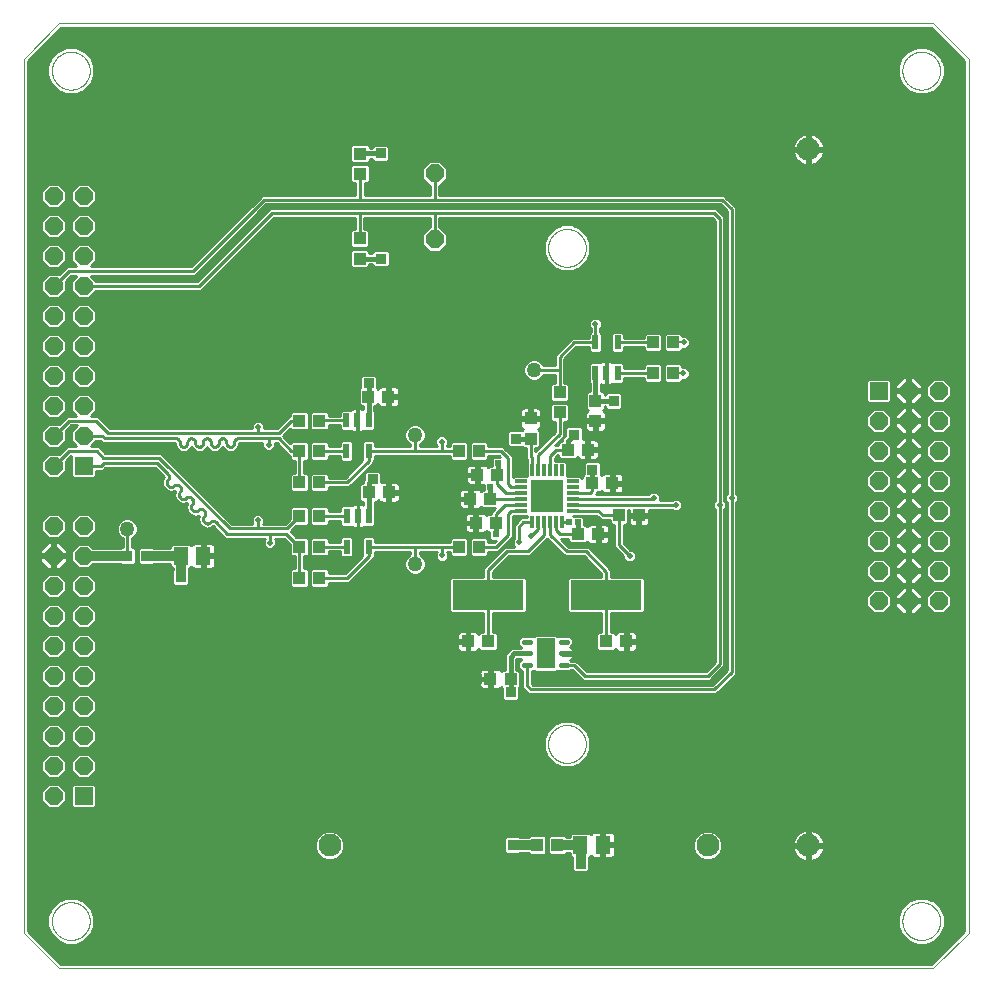
<source format=gtl>
G75*
%MOIN*%
%OFA0B0*%
%FSLAX25Y25*%
%IPPOS*%
%LPD*%
%AMOC8*
5,1,8,0,0,1.08239X$1,22.5*
%
%ADD10R,0.04331X0.03937*%
%ADD11R,0.03937X0.04331*%
%ADD12R,0.05118X0.05906*%
%ADD13R,0.03543X0.03543*%
%ADD14C,0.05000*%
%ADD15R,0.03937X0.01260*%
%ADD16R,0.01260X0.03937*%
%ADD17R,0.10630X0.10630*%
%ADD18R,0.23622X0.09843*%
%ADD19C,0.01772*%
%ADD20R,0.06299X0.09843*%
%ADD21C,0.07600*%
%ADD22C,0.00000*%
%ADD23OC8,0.06000*%
%ADD24R,0.06000X0.06000*%
%ADD25R,0.02200X0.05000*%
%ADD26C,0.01000*%
%ADD27C,0.02000*%
%ADD28C,0.01600*%
%ADD29R,0.03300X0.03300*%
%ADD30R,0.02000X0.02000*%
%ADD31C,0.03200*%
%ADD32C,0.00800*%
D10*
X0164154Y0130000D03*
X0170846Y0130000D03*
X0171654Y0117500D03*
X0178346Y0117500D03*
X0210154Y0130000D03*
X0216846Y0130000D03*
X0207546Y0165800D03*
X0200854Y0165800D03*
X0205554Y0182800D03*
X0212246Y0182800D03*
X0204146Y0193900D03*
X0197454Y0193900D03*
X0194700Y0206354D03*
X0194700Y0213046D03*
X0173946Y0185500D03*
X0167254Y0185500D03*
X0164954Y0177500D03*
X0171646Y0177500D03*
X0173446Y0169500D03*
X0166754Y0169500D03*
X0137746Y0179700D03*
X0131054Y0179700D03*
X0130954Y0211600D03*
X0137646Y0211600D03*
X0128000Y0257654D03*
X0128000Y0264346D03*
X0128100Y0285954D03*
X0128100Y0292646D03*
D11*
X0206600Y0210246D03*
X0206600Y0203554D03*
X0225854Y0219500D03*
X0232546Y0219500D03*
X0232546Y0229700D03*
X0225854Y0229700D03*
X0185000Y0204346D03*
X0185000Y0197654D03*
X0167846Y0193500D03*
X0161154Y0193500D03*
X0161154Y0161500D03*
X0167846Y0161500D03*
X0214454Y0172100D03*
X0221146Y0172100D03*
X0114646Y0171800D03*
X0107954Y0171800D03*
X0107954Y0161600D03*
X0114646Y0161600D03*
X0114646Y0151100D03*
X0107954Y0151100D03*
X0107954Y0183000D03*
X0114646Y0183000D03*
X0114646Y0193500D03*
X0107954Y0193500D03*
X0107954Y0203600D03*
X0114646Y0203600D03*
X0187254Y0062200D03*
X0193946Y0062200D03*
D12*
X0201660Y0062200D03*
X0209140Y0062200D03*
X0075840Y0158500D03*
X0068360Y0158500D03*
D13*
X0068400Y0151400D03*
X0075800Y0152100D03*
X0081900Y0158400D03*
X0075800Y0164800D03*
X0056950Y0158500D03*
X0050650Y0158500D03*
X0123300Y0178500D03*
X0132400Y0184000D03*
X0142900Y0179700D03*
X0146200Y0174100D03*
X0159800Y0177500D03*
X0161600Y0169500D03*
X0162100Y0185500D03*
X0180100Y0197600D03*
X0185000Y0209400D03*
X0199500Y0198900D03*
X0209200Y0193900D03*
X0205600Y0187200D03*
X0217800Y0182600D03*
X0193000Y0181000D03*
X0193000Y0176000D03*
X0188000Y0176000D03*
X0188000Y0181000D03*
X0212700Y0210200D03*
X0219600Y0214500D03*
X0142800Y0211700D03*
X0131000Y0216100D03*
X0123200Y0211700D03*
X0135200Y0257600D03*
X0135100Y0292700D03*
X0159000Y0130000D03*
X0167000Y0117500D03*
X0178400Y0113000D03*
X0201300Y0125900D03*
X0222000Y0130000D03*
X0209100Y0068500D03*
X0215500Y0062200D03*
X0209200Y0055900D03*
X0201700Y0055900D03*
X0179000Y0062200D03*
D14*
X0146400Y0155900D03*
X0146400Y0198900D03*
X0186100Y0220400D03*
X0050600Y0167600D03*
D15*
X0181780Y0173579D03*
X0181780Y0175547D03*
X0181780Y0177516D03*
X0181780Y0179484D03*
X0181780Y0181453D03*
X0181780Y0183421D03*
X0199220Y0183421D03*
X0199220Y0181453D03*
X0199220Y0179484D03*
X0199220Y0177516D03*
X0199220Y0175547D03*
X0199220Y0173579D03*
D16*
X0195421Y0169780D03*
X0193453Y0169780D03*
X0191484Y0169780D03*
X0189516Y0169780D03*
X0187547Y0169780D03*
X0185579Y0169780D03*
X0185579Y0187220D03*
X0187547Y0187220D03*
X0189516Y0187220D03*
X0191484Y0187220D03*
X0193453Y0187220D03*
X0195421Y0187220D03*
D17*
X0190500Y0178500D03*
D18*
X0170815Y0145500D03*
X0210185Y0145500D03*
D19*
X0197184Y0129937D02*
X0195020Y0129937D01*
X0195020Y0126000D02*
X0197184Y0126000D01*
X0197184Y0122063D02*
X0195020Y0122063D01*
X0184980Y0122063D02*
X0182816Y0122063D01*
X0182816Y0126000D02*
X0184980Y0126000D01*
X0184980Y0129937D02*
X0182816Y0129937D01*
D20*
X0190000Y0126000D03*
D21*
X0244000Y0062000D03*
X0277600Y0062000D03*
X0118000Y0062000D03*
X0277600Y0294100D03*
D22*
X0016039Y0032850D02*
X0027850Y0021039D01*
X0319189Y0021039D01*
X0331000Y0032850D01*
X0331000Y0324189D01*
X0319189Y0336000D01*
X0027850Y0336000D01*
X0016039Y0324189D01*
X0016039Y0032850D01*
X0025488Y0036787D02*
X0025490Y0036945D01*
X0025496Y0037103D01*
X0025506Y0037261D01*
X0025520Y0037419D01*
X0025538Y0037576D01*
X0025559Y0037733D01*
X0025585Y0037889D01*
X0025615Y0038045D01*
X0025648Y0038200D01*
X0025686Y0038353D01*
X0025727Y0038506D01*
X0025772Y0038658D01*
X0025821Y0038809D01*
X0025874Y0038958D01*
X0025930Y0039106D01*
X0025990Y0039252D01*
X0026054Y0039397D01*
X0026122Y0039540D01*
X0026193Y0039682D01*
X0026267Y0039822D01*
X0026345Y0039959D01*
X0026427Y0040095D01*
X0026511Y0040229D01*
X0026600Y0040360D01*
X0026691Y0040489D01*
X0026786Y0040616D01*
X0026883Y0040741D01*
X0026984Y0040863D01*
X0027088Y0040982D01*
X0027195Y0041099D01*
X0027305Y0041213D01*
X0027418Y0041324D01*
X0027533Y0041433D01*
X0027651Y0041538D01*
X0027772Y0041640D01*
X0027895Y0041740D01*
X0028021Y0041836D01*
X0028149Y0041929D01*
X0028279Y0042019D01*
X0028412Y0042105D01*
X0028547Y0042189D01*
X0028683Y0042268D01*
X0028822Y0042345D01*
X0028963Y0042417D01*
X0029105Y0042487D01*
X0029249Y0042552D01*
X0029395Y0042614D01*
X0029542Y0042672D01*
X0029691Y0042727D01*
X0029841Y0042778D01*
X0029992Y0042825D01*
X0030144Y0042868D01*
X0030297Y0042907D01*
X0030452Y0042943D01*
X0030607Y0042974D01*
X0030763Y0043002D01*
X0030919Y0043026D01*
X0031076Y0043046D01*
X0031234Y0043062D01*
X0031391Y0043074D01*
X0031550Y0043082D01*
X0031708Y0043086D01*
X0031866Y0043086D01*
X0032024Y0043082D01*
X0032183Y0043074D01*
X0032340Y0043062D01*
X0032498Y0043046D01*
X0032655Y0043026D01*
X0032811Y0043002D01*
X0032967Y0042974D01*
X0033122Y0042943D01*
X0033277Y0042907D01*
X0033430Y0042868D01*
X0033582Y0042825D01*
X0033733Y0042778D01*
X0033883Y0042727D01*
X0034032Y0042672D01*
X0034179Y0042614D01*
X0034325Y0042552D01*
X0034469Y0042487D01*
X0034611Y0042417D01*
X0034752Y0042345D01*
X0034891Y0042268D01*
X0035027Y0042189D01*
X0035162Y0042105D01*
X0035295Y0042019D01*
X0035425Y0041929D01*
X0035553Y0041836D01*
X0035679Y0041740D01*
X0035802Y0041640D01*
X0035923Y0041538D01*
X0036041Y0041433D01*
X0036156Y0041324D01*
X0036269Y0041213D01*
X0036379Y0041099D01*
X0036486Y0040982D01*
X0036590Y0040863D01*
X0036691Y0040741D01*
X0036788Y0040616D01*
X0036883Y0040489D01*
X0036974Y0040360D01*
X0037063Y0040229D01*
X0037147Y0040095D01*
X0037229Y0039959D01*
X0037307Y0039822D01*
X0037381Y0039682D01*
X0037452Y0039540D01*
X0037520Y0039397D01*
X0037584Y0039252D01*
X0037644Y0039106D01*
X0037700Y0038958D01*
X0037753Y0038809D01*
X0037802Y0038658D01*
X0037847Y0038506D01*
X0037888Y0038353D01*
X0037926Y0038200D01*
X0037959Y0038045D01*
X0037989Y0037889D01*
X0038015Y0037733D01*
X0038036Y0037576D01*
X0038054Y0037419D01*
X0038068Y0037261D01*
X0038078Y0037103D01*
X0038084Y0036945D01*
X0038086Y0036787D01*
X0038084Y0036629D01*
X0038078Y0036471D01*
X0038068Y0036313D01*
X0038054Y0036155D01*
X0038036Y0035998D01*
X0038015Y0035841D01*
X0037989Y0035685D01*
X0037959Y0035529D01*
X0037926Y0035374D01*
X0037888Y0035221D01*
X0037847Y0035068D01*
X0037802Y0034916D01*
X0037753Y0034765D01*
X0037700Y0034616D01*
X0037644Y0034468D01*
X0037584Y0034322D01*
X0037520Y0034177D01*
X0037452Y0034034D01*
X0037381Y0033892D01*
X0037307Y0033752D01*
X0037229Y0033615D01*
X0037147Y0033479D01*
X0037063Y0033345D01*
X0036974Y0033214D01*
X0036883Y0033085D01*
X0036788Y0032958D01*
X0036691Y0032833D01*
X0036590Y0032711D01*
X0036486Y0032592D01*
X0036379Y0032475D01*
X0036269Y0032361D01*
X0036156Y0032250D01*
X0036041Y0032141D01*
X0035923Y0032036D01*
X0035802Y0031934D01*
X0035679Y0031834D01*
X0035553Y0031738D01*
X0035425Y0031645D01*
X0035295Y0031555D01*
X0035162Y0031469D01*
X0035027Y0031385D01*
X0034891Y0031306D01*
X0034752Y0031229D01*
X0034611Y0031157D01*
X0034469Y0031087D01*
X0034325Y0031022D01*
X0034179Y0030960D01*
X0034032Y0030902D01*
X0033883Y0030847D01*
X0033733Y0030796D01*
X0033582Y0030749D01*
X0033430Y0030706D01*
X0033277Y0030667D01*
X0033122Y0030631D01*
X0032967Y0030600D01*
X0032811Y0030572D01*
X0032655Y0030548D01*
X0032498Y0030528D01*
X0032340Y0030512D01*
X0032183Y0030500D01*
X0032024Y0030492D01*
X0031866Y0030488D01*
X0031708Y0030488D01*
X0031550Y0030492D01*
X0031391Y0030500D01*
X0031234Y0030512D01*
X0031076Y0030528D01*
X0030919Y0030548D01*
X0030763Y0030572D01*
X0030607Y0030600D01*
X0030452Y0030631D01*
X0030297Y0030667D01*
X0030144Y0030706D01*
X0029992Y0030749D01*
X0029841Y0030796D01*
X0029691Y0030847D01*
X0029542Y0030902D01*
X0029395Y0030960D01*
X0029249Y0031022D01*
X0029105Y0031087D01*
X0028963Y0031157D01*
X0028822Y0031229D01*
X0028683Y0031306D01*
X0028547Y0031385D01*
X0028412Y0031469D01*
X0028279Y0031555D01*
X0028149Y0031645D01*
X0028021Y0031738D01*
X0027895Y0031834D01*
X0027772Y0031934D01*
X0027651Y0032036D01*
X0027533Y0032141D01*
X0027418Y0032250D01*
X0027305Y0032361D01*
X0027195Y0032475D01*
X0027088Y0032592D01*
X0026984Y0032711D01*
X0026883Y0032833D01*
X0026786Y0032958D01*
X0026691Y0033085D01*
X0026600Y0033214D01*
X0026511Y0033345D01*
X0026427Y0033479D01*
X0026345Y0033615D01*
X0026267Y0033752D01*
X0026193Y0033892D01*
X0026122Y0034034D01*
X0026054Y0034177D01*
X0025990Y0034322D01*
X0025930Y0034468D01*
X0025874Y0034616D01*
X0025821Y0034765D01*
X0025772Y0034916D01*
X0025727Y0035068D01*
X0025686Y0035221D01*
X0025648Y0035374D01*
X0025615Y0035529D01*
X0025585Y0035685D01*
X0025559Y0035841D01*
X0025538Y0035998D01*
X0025520Y0036155D01*
X0025506Y0036313D01*
X0025496Y0036471D01*
X0025490Y0036629D01*
X0025488Y0036787D01*
X0190843Y0095843D02*
X0190845Y0096001D01*
X0190851Y0096159D01*
X0190861Y0096317D01*
X0190875Y0096475D01*
X0190893Y0096632D01*
X0190914Y0096789D01*
X0190940Y0096945D01*
X0190970Y0097101D01*
X0191003Y0097256D01*
X0191041Y0097409D01*
X0191082Y0097562D01*
X0191127Y0097714D01*
X0191176Y0097865D01*
X0191229Y0098014D01*
X0191285Y0098162D01*
X0191345Y0098308D01*
X0191409Y0098453D01*
X0191477Y0098596D01*
X0191548Y0098738D01*
X0191622Y0098878D01*
X0191700Y0099015D01*
X0191782Y0099151D01*
X0191866Y0099285D01*
X0191955Y0099416D01*
X0192046Y0099545D01*
X0192141Y0099672D01*
X0192238Y0099797D01*
X0192339Y0099919D01*
X0192443Y0100038D01*
X0192550Y0100155D01*
X0192660Y0100269D01*
X0192773Y0100380D01*
X0192888Y0100489D01*
X0193006Y0100594D01*
X0193127Y0100696D01*
X0193250Y0100796D01*
X0193376Y0100892D01*
X0193504Y0100985D01*
X0193634Y0101075D01*
X0193767Y0101161D01*
X0193902Y0101245D01*
X0194038Y0101324D01*
X0194177Y0101401D01*
X0194318Y0101473D01*
X0194460Y0101543D01*
X0194604Y0101608D01*
X0194750Y0101670D01*
X0194897Y0101728D01*
X0195046Y0101783D01*
X0195196Y0101834D01*
X0195347Y0101881D01*
X0195499Y0101924D01*
X0195652Y0101963D01*
X0195807Y0101999D01*
X0195962Y0102030D01*
X0196118Y0102058D01*
X0196274Y0102082D01*
X0196431Y0102102D01*
X0196589Y0102118D01*
X0196746Y0102130D01*
X0196905Y0102138D01*
X0197063Y0102142D01*
X0197221Y0102142D01*
X0197379Y0102138D01*
X0197538Y0102130D01*
X0197695Y0102118D01*
X0197853Y0102102D01*
X0198010Y0102082D01*
X0198166Y0102058D01*
X0198322Y0102030D01*
X0198477Y0101999D01*
X0198632Y0101963D01*
X0198785Y0101924D01*
X0198937Y0101881D01*
X0199088Y0101834D01*
X0199238Y0101783D01*
X0199387Y0101728D01*
X0199534Y0101670D01*
X0199680Y0101608D01*
X0199824Y0101543D01*
X0199966Y0101473D01*
X0200107Y0101401D01*
X0200246Y0101324D01*
X0200382Y0101245D01*
X0200517Y0101161D01*
X0200650Y0101075D01*
X0200780Y0100985D01*
X0200908Y0100892D01*
X0201034Y0100796D01*
X0201157Y0100696D01*
X0201278Y0100594D01*
X0201396Y0100489D01*
X0201511Y0100380D01*
X0201624Y0100269D01*
X0201734Y0100155D01*
X0201841Y0100038D01*
X0201945Y0099919D01*
X0202046Y0099797D01*
X0202143Y0099672D01*
X0202238Y0099545D01*
X0202329Y0099416D01*
X0202418Y0099285D01*
X0202502Y0099151D01*
X0202584Y0099015D01*
X0202662Y0098878D01*
X0202736Y0098738D01*
X0202807Y0098596D01*
X0202875Y0098453D01*
X0202939Y0098308D01*
X0202999Y0098162D01*
X0203055Y0098014D01*
X0203108Y0097865D01*
X0203157Y0097714D01*
X0203202Y0097562D01*
X0203243Y0097409D01*
X0203281Y0097256D01*
X0203314Y0097101D01*
X0203344Y0096945D01*
X0203370Y0096789D01*
X0203391Y0096632D01*
X0203409Y0096475D01*
X0203423Y0096317D01*
X0203433Y0096159D01*
X0203439Y0096001D01*
X0203441Y0095843D01*
X0203439Y0095685D01*
X0203433Y0095527D01*
X0203423Y0095369D01*
X0203409Y0095211D01*
X0203391Y0095054D01*
X0203370Y0094897D01*
X0203344Y0094741D01*
X0203314Y0094585D01*
X0203281Y0094430D01*
X0203243Y0094277D01*
X0203202Y0094124D01*
X0203157Y0093972D01*
X0203108Y0093821D01*
X0203055Y0093672D01*
X0202999Y0093524D01*
X0202939Y0093378D01*
X0202875Y0093233D01*
X0202807Y0093090D01*
X0202736Y0092948D01*
X0202662Y0092808D01*
X0202584Y0092671D01*
X0202502Y0092535D01*
X0202418Y0092401D01*
X0202329Y0092270D01*
X0202238Y0092141D01*
X0202143Y0092014D01*
X0202046Y0091889D01*
X0201945Y0091767D01*
X0201841Y0091648D01*
X0201734Y0091531D01*
X0201624Y0091417D01*
X0201511Y0091306D01*
X0201396Y0091197D01*
X0201278Y0091092D01*
X0201157Y0090990D01*
X0201034Y0090890D01*
X0200908Y0090794D01*
X0200780Y0090701D01*
X0200650Y0090611D01*
X0200517Y0090525D01*
X0200382Y0090441D01*
X0200246Y0090362D01*
X0200107Y0090285D01*
X0199966Y0090213D01*
X0199824Y0090143D01*
X0199680Y0090078D01*
X0199534Y0090016D01*
X0199387Y0089958D01*
X0199238Y0089903D01*
X0199088Y0089852D01*
X0198937Y0089805D01*
X0198785Y0089762D01*
X0198632Y0089723D01*
X0198477Y0089687D01*
X0198322Y0089656D01*
X0198166Y0089628D01*
X0198010Y0089604D01*
X0197853Y0089584D01*
X0197695Y0089568D01*
X0197538Y0089556D01*
X0197379Y0089548D01*
X0197221Y0089544D01*
X0197063Y0089544D01*
X0196905Y0089548D01*
X0196746Y0089556D01*
X0196589Y0089568D01*
X0196431Y0089584D01*
X0196274Y0089604D01*
X0196118Y0089628D01*
X0195962Y0089656D01*
X0195807Y0089687D01*
X0195652Y0089723D01*
X0195499Y0089762D01*
X0195347Y0089805D01*
X0195196Y0089852D01*
X0195046Y0089903D01*
X0194897Y0089958D01*
X0194750Y0090016D01*
X0194604Y0090078D01*
X0194460Y0090143D01*
X0194318Y0090213D01*
X0194177Y0090285D01*
X0194038Y0090362D01*
X0193902Y0090441D01*
X0193767Y0090525D01*
X0193634Y0090611D01*
X0193504Y0090701D01*
X0193376Y0090794D01*
X0193250Y0090890D01*
X0193127Y0090990D01*
X0193006Y0091092D01*
X0192888Y0091197D01*
X0192773Y0091306D01*
X0192660Y0091417D01*
X0192550Y0091531D01*
X0192443Y0091648D01*
X0192339Y0091767D01*
X0192238Y0091889D01*
X0192141Y0092014D01*
X0192046Y0092141D01*
X0191955Y0092270D01*
X0191866Y0092401D01*
X0191782Y0092535D01*
X0191700Y0092671D01*
X0191622Y0092808D01*
X0191548Y0092948D01*
X0191477Y0093090D01*
X0191409Y0093233D01*
X0191345Y0093378D01*
X0191285Y0093524D01*
X0191229Y0093672D01*
X0191176Y0093821D01*
X0191127Y0093972D01*
X0191082Y0094124D01*
X0191041Y0094277D01*
X0191003Y0094430D01*
X0190970Y0094585D01*
X0190940Y0094741D01*
X0190914Y0094897D01*
X0190893Y0095054D01*
X0190875Y0095211D01*
X0190861Y0095369D01*
X0190851Y0095527D01*
X0190845Y0095685D01*
X0190843Y0095843D01*
X0308953Y0036787D02*
X0308955Y0036945D01*
X0308961Y0037103D01*
X0308971Y0037261D01*
X0308985Y0037419D01*
X0309003Y0037576D01*
X0309024Y0037733D01*
X0309050Y0037889D01*
X0309080Y0038045D01*
X0309113Y0038200D01*
X0309151Y0038353D01*
X0309192Y0038506D01*
X0309237Y0038658D01*
X0309286Y0038809D01*
X0309339Y0038958D01*
X0309395Y0039106D01*
X0309455Y0039252D01*
X0309519Y0039397D01*
X0309587Y0039540D01*
X0309658Y0039682D01*
X0309732Y0039822D01*
X0309810Y0039959D01*
X0309892Y0040095D01*
X0309976Y0040229D01*
X0310065Y0040360D01*
X0310156Y0040489D01*
X0310251Y0040616D01*
X0310348Y0040741D01*
X0310449Y0040863D01*
X0310553Y0040982D01*
X0310660Y0041099D01*
X0310770Y0041213D01*
X0310883Y0041324D01*
X0310998Y0041433D01*
X0311116Y0041538D01*
X0311237Y0041640D01*
X0311360Y0041740D01*
X0311486Y0041836D01*
X0311614Y0041929D01*
X0311744Y0042019D01*
X0311877Y0042105D01*
X0312012Y0042189D01*
X0312148Y0042268D01*
X0312287Y0042345D01*
X0312428Y0042417D01*
X0312570Y0042487D01*
X0312714Y0042552D01*
X0312860Y0042614D01*
X0313007Y0042672D01*
X0313156Y0042727D01*
X0313306Y0042778D01*
X0313457Y0042825D01*
X0313609Y0042868D01*
X0313762Y0042907D01*
X0313917Y0042943D01*
X0314072Y0042974D01*
X0314228Y0043002D01*
X0314384Y0043026D01*
X0314541Y0043046D01*
X0314699Y0043062D01*
X0314856Y0043074D01*
X0315015Y0043082D01*
X0315173Y0043086D01*
X0315331Y0043086D01*
X0315489Y0043082D01*
X0315648Y0043074D01*
X0315805Y0043062D01*
X0315963Y0043046D01*
X0316120Y0043026D01*
X0316276Y0043002D01*
X0316432Y0042974D01*
X0316587Y0042943D01*
X0316742Y0042907D01*
X0316895Y0042868D01*
X0317047Y0042825D01*
X0317198Y0042778D01*
X0317348Y0042727D01*
X0317497Y0042672D01*
X0317644Y0042614D01*
X0317790Y0042552D01*
X0317934Y0042487D01*
X0318076Y0042417D01*
X0318217Y0042345D01*
X0318356Y0042268D01*
X0318492Y0042189D01*
X0318627Y0042105D01*
X0318760Y0042019D01*
X0318890Y0041929D01*
X0319018Y0041836D01*
X0319144Y0041740D01*
X0319267Y0041640D01*
X0319388Y0041538D01*
X0319506Y0041433D01*
X0319621Y0041324D01*
X0319734Y0041213D01*
X0319844Y0041099D01*
X0319951Y0040982D01*
X0320055Y0040863D01*
X0320156Y0040741D01*
X0320253Y0040616D01*
X0320348Y0040489D01*
X0320439Y0040360D01*
X0320528Y0040229D01*
X0320612Y0040095D01*
X0320694Y0039959D01*
X0320772Y0039822D01*
X0320846Y0039682D01*
X0320917Y0039540D01*
X0320985Y0039397D01*
X0321049Y0039252D01*
X0321109Y0039106D01*
X0321165Y0038958D01*
X0321218Y0038809D01*
X0321267Y0038658D01*
X0321312Y0038506D01*
X0321353Y0038353D01*
X0321391Y0038200D01*
X0321424Y0038045D01*
X0321454Y0037889D01*
X0321480Y0037733D01*
X0321501Y0037576D01*
X0321519Y0037419D01*
X0321533Y0037261D01*
X0321543Y0037103D01*
X0321549Y0036945D01*
X0321551Y0036787D01*
X0321549Y0036629D01*
X0321543Y0036471D01*
X0321533Y0036313D01*
X0321519Y0036155D01*
X0321501Y0035998D01*
X0321480Y0035841D01*
X0321454Y0035685D01*
X0321424Y0035529D01*
X0321391Y0035374D01*
X0321353Y0035221D01*
X0321312Y0035068D01*
X0321267Y0034916D01*
X0321218Y0034765D01*
X0321165Y0034616D01*
X0321109Y0034468D01*
X0321049Y0034322D01*
X0320985Y0034177D01*
X0320917Y0034034D01*
X0320846Y0033892D01*
X0320772Y0033752D01*
X0320694Y0033615D01*
X0320612Y0033479D01*
X0320528Y0033345D01*
X0320439Y0033214D01*
X0320348Y0033085D01*
X0320253Y0032958D01*
X0320156Y0032833D01*
X0320055Y0032711D01*
X0319951Y0032592D01*
X0319844Y0032475D01*
X0319734Y0032361D01*
X0319621Y0032250D01*
X0319506Y0032141D01*
X0319388Y0032036D01*
X0319267Y0031934D01*
X0319144Y0031834D01*
X0319018Y0031738D01*
X0318890Y0031645D01*
X0318760Y0031555D01*
X0318627Y0031469D01*
X0318492Y0031385D01*
X0318356Y0031306D01*
X0318217Y0031229D01*
X0318076Y0031157D01*
X0317934Y0031087D01*
X0317790Y0031022D01*
X0317644Y0030960D01*
X0317497Y0030902D01*
X0317348Y0030847D01*
X0317198Y0030796D01*
X0317047Y0030749D01*
X0316895Y0030706D01*
X0316742Y0030667D01*
X0316587Y0030631D01*
X0316432Y0030600D01*
X0316276Y0030572D01*
X0316120Y0030548D01*
X0315963Y0030528D01*
X0315805Y0030512D01*
X0315648Y0030500D01*
X0315489Y0030492D01*
X0315331Y0030488D01*
X0315173Y0030488D01*
X0315015Y0030492D01*
X0314856Y0030500D01*
X0314699Y0030512D01*
X0314541Y0030528D01*
X0314384Y0030548D01*
X0314228Y0030572D01*
X0314072Y0030600D01*
X0313917Y0030631D01*
X0313762Y0030667D01*
X0313609Y0030706D01*
X0313457Y0030749D01*
X0313306Y0030796D01*
X0313156Y0030847D01*
X0313007Y0030902D01*
X0312860Y0030960D01*
X0312714Y0031022D01*
X0312570Y0031087D01*
X0312428Y0031157D01*
X0312287Y0031229D01*
X0312148Y0031306D01*
X0312012Y0031385D01*
X0311877Y0031469D01*
X0311744Y0031555D01*
X0311614Y0031645D01*
X0311486Y0031738D01*
X0311360Y0031834D01*
X0311237Y0031934D01*
X0311116Y0032036D01*
X0310998Y0032141D01*
X0310883Y0032250D01*
X0310770Y0032361D01*
X0310660Y0032475D01*
X0310553Y0032592D01*
X0310449Y0032711D01*
X0310348Y0032833D01*
X0310251Y0032958D01*
X0310156Y0033085D01*
X0310065Y0033214D01*
X0309976Y0033345D01*
X0309892Y0033479D01*
X0309810Y0033615D01*
X0309732Y0033752D01*
X0309658Y0033892D01*
X0309587Y0034034D01*
X0309519Y0034177D01*
X0309455Y0034322D01*
X0309395Y0034468D01*
X0309339Y0034616D01*
X0309286Y0034765D01*
X0309237Y0034916D01*
X0309192Y0035068D01*
X0309151Y0035221D01*
X0309113Y0035374D01*
X0309080Y0035529D01*
X0309050Y0035685D01*
X0309024Y0035841D01*
X0309003Y0035998D01*
X0308985Y0036155D01*
X0308971Y0036313D01*
X0308961Y0036471D01*
X0308955Y0036629D01*
X0308953Y0036787D01*
X0190843Y0261197D02*
X0190845Y0261355D01*
X0190851Y0261513D01*
X0190861Y0261671D01*
X0190875Y0261829D01*
X0190893Y0261986D01*
X0190914Y0262143D01*
X0190940Y0262299D01*
X0190970Y0262455D01*
X0191003Y0262610D01*
X0191041Y0262763D01*
X0191082Y0262916D01*
X0191127Y0263068D01*
X0191176Y0263219D01*
X0191229Y0263368D01*
X0191285Y0263516D01*
X0191345Y0263662D01*
X0191409Y0263807D01*
X0191477Y0263950D01*
X0191548Y0264092D01*
X0191622Y0264232D01*
X0191700Y0264369D01*
X0191782Y0264505D01*
X0191866Y0264639D01*
X0191955Y0264770D01*
X0192046Y0264899D01*
X0192141Y0265026D01*
X0192238Y0265151D01*
X0192339Y0265273D01*
X0192443Y0265392D01*
X0192550Y0265509D01*
X0192660Y0265623D01*
X0192773Y0265734D01*
X0192888Y0265843D01*
X0193006Y0265948D01*
X0193127Y0266050D01*
X0193250Y0266150D01*
X0193376Y0266246D01*
X0193504Y0266339D01*
X0193634Y0266429D01*
X0193767Y0266515D01*
X0193902Y0266599D01*
X0194038Y0266678D01*
X0194177Y0266755D01*
X0194318Y0266827D01*
X0194460Y0266897D01*
X0194604Y0266962D01*
X0194750Y0267024D01*
X0194897Y0267082D01*
X0195046Y0267137D01*
X0195196Y0267188D01*
X0195347Y0267235D01*
X0195499Y0267278D01*
X0195652Y0267317D01*
X0195807Y0267353D01*
X0195962Y0267384D01*
X0196118Y0267412D01*
X0196274Y0267436D01*
X0196431Y0267456D01*
X0196589Y0267472D01*
X0196746Y0267484D01*
X0196905Y0267492D01*
X0197063Y0267496D01*
X0197221Y0267496D01*
X0197379Y0267492D01*
X0197538Y0267484D01*
X0197695Y0267472D01*
X0197853Y0267456D01*
X0198010Y0267436D01*
X0198166Y0267412D01*
X0198322Y0267384D01*
X0198477Y0267353D01*
X0198632Y0267317D01*
X0198785Y0267278D01*
X0198937Y0267235D01*
X0199088Y0267188D01*
X0199238Y0267137D01*
X0199387Y0267082D01*
X0199534Y0267024D01*
X0199680Y0266962D01*
X0199824Y0266897D01*
X0199966Y0266827D01*
X0200107Y0266755D01*
X0200246Y0266678D01*
X0200382Y0266599D01*
X0200517Y0266515D01*
X0200650Y0266429D01*
X0200780Y0266339D01*
X0200908Y0266246D01*
X0201034Y0266150D01*
X0201157Y0266050D01*
X0201278Y0265948D01*
X0201396Y0265843D01*
X0201511Y0265734D01*
X0201624Y0265623D01*
X0201734Y0265509D01*
X0201841Y0265392D01*
X0201945Y0265273D01*
X0202046Y0265151D01*
X0202143Y0265026D01*
X0202238Y0264899D01*
X0202329Y0264770D01*
X0202418Y0264639D01*
X0202502Y0264505D01*
X0202584Y0264369D01*
X0202662Y0264232D01*
X0202736Y0264092D01*
X0202807Y0263950D01*
X0202875Y0263807D01*
X0202939Y0263662D01*
X0202999Y0263516D01*
X0203055Y0263368D01*
X0203108Y0263219D01*
X0203157Y0263068D01*
X0203202Y0262916D01*
X0203243Y0262763D01*
X0203281Y0262610D01*
X0203314Y0262455D01*
X0203344Y0262299D01*
X0203370Y0262143D01*
X0203391Y0261986D01*
X0203409Y0261829D01*
X0203423Y0261671D01*
X0203433Y0261513D01*
X0203439Y0261355D01*
X0203441Y0261197D01*
X0203439Y0261039D01*
X0203433Y0260881D01*
X0203423Y0260723D01*
X0203409Y0260565D01*
X0203391Y0260408D01*
X0203370Y0260251D01*
X0203344Y0260095D01*
X0203314Y0259939D01*
X0203281Y0259784D01*
X0203243Y0259631D01*
X0203202Y0259478D01*
X0203157Y0259326D01*
X0203108Y0259175D01*
X0203055Y0259026D01*
X0202999Y0258878D01*
X0202939Y0258732D01*
X0202875Y0258587D01*
X0202807Y0258444D01*
X0202736Y0258302D01*
X0202662Y0258162D01*
X0202584Y0258025D01*
X0202502Y0257889D01*
X0202418Y0257755D01*
X0202329Y0257624D01*
X0202238Y0257495D01*
X0202143Y0257368D01*
X0202046Y0257243D01*
X0201945Y0257121D01*
X0201841Y0257002D01*
X0201734Y0256885D01*
X0201624Y0256771D01*
X0201511Y0256660D01*
X0201396Y0256551D01*
X0201278Y0256446D01*
X0201157Y0256344D01*
X0201034Y0256244D01*
X0200908Y0256148D01*
X0200780Y0256055D01*
X0200650Y0255965D01*
X0200517Y0255879D01*
X0200382Y0255795D01*
X0200246Y0255716D01*
X0200107Y0255639D01*
X0199966Y0255567D01*
X0199824Y0255497D01*
X0199680Y0255432D01*
X0199534Y0255370D01*
X0199387Y0255312D01*
X0199238Y0255257D01*
X0199088Y0255206D01*
X0198937Y0255159D01*
X0198785Y0255116D01*
X0198632Y0255077D01*
X0198477Y0255041D01*
X0198322Y0255010D01*
X0198166Y0254982D01*
X0198010Y0254958D01*
X0197853Y0254938D01*
X0197695Y0254922D01*
X0197538Y0254910D01*
X0197379Y0254902D01*
X0197221Y0254898D01*
X0197063Y0254898D01*
X0196905Y0254902D01*
X0196746Y0254910D01*
X0196589Y0254922D01*
X0196431Y0254938D01*
X0196274Y0254958D01*
X0196118Y0254982D01*
X0195962Y0255010D01*
X0195807Y0255041D01*
X0195652Y0255077D01*
X0195499Y0255116D01*
X0195347Y0255159D01*
X0195196Y0255206D01*
X0195046Y0255257D01*
X0194897Y0255312D01*
X0194750Y0255370D01*
X0194604Y0255432D01*
X0194460Y0255497D01*
X0194318Y0255567D01*
X0194177Y0255639D01*
X0194038Y0255716D01*
X0193902Y0255795D01*
X0193767Y0255879D01*
X0193634Y0255965D01*
X0193504Y0256055D01*
X0193376Y0256148D01*
X0193250Y0256244D01*
X0193127Y0256344D01*
X0193006Y0256446D01*
X0192888Y0256551D01*
X0192773Y0256660D01*
X0192660Y0256771D01*
X0192550Y0256885D01*
X0192443Y0257002D01*
X0192339Y0257121D01*
X0192238Y0257243D01*
X0192141Y0257368D01*
X0192046Y0257495D01*
X0191955Y0257624D01*
X0191866Y0257755D01*
X0191782Y0257889D01*
X0191700Y0258025D01*
X0191622Y0258162D01*
X0191548Y0258302D01*
X0191477Y0258444D01*
X0191409Y0258587D01*
X0191345Y0258732D01*
X0191285Y0258878D01*
X0191229Y0259026D01*
X0191176Y0259175D01*
X0191127Y0259326D01*
X0191082Y0259478D01*
X0191041Y0259631D01*
X0191003Y0259784D01*
X0190970Y0259939D01*
X0190940Y0260095D01*
X0190914Y0260251D01*
X0190893Y0260408D01*
X0190875Y0260565D01*
X0190861Y0260723D01*
X0190851Y0260881D01*
X0190845Y0261039D01*
X0190843Y0261197D01*
X0308953Y0320252D02*
X0308955Y0320410D01*
X0308961Y0320568D01*
X0308971Y0320726D01*
X0308985Y0320884D01*
X0309003Y0321041D01*
X0309024Y0321198D01*
X0309050Y0321354D01*
X0309080Y0321510D01*
X0309113Y0321665D01*
X0309151Y0321818D01*
X0309192Y0321971D01*
X0309237Y0322123D01*
X0309286Y0322274D01*
X0309339Y0322423D01*
X0309395Y0322571D01*
X0309455Y0322717D01*
X0309519Y0322862D01*
X0309587Y0323005D01*
X0309658Y0323147D01*
X0309732Y0323287D01*
X0309810Y0323424D01*
X0309892Y0323560D01*
X0309976Y0323694D01*
X0310065Y0323825D01*
X0310156Y0323954D01*
X0310251Y0324081D01*
X0310348Y0324206D01*
X0310449Y0324328D01*
X0310553Y0324447D01*
X0310660Y0324564D01*
X0310770Y0324678D01*
X0310883Y0324789D01*
X0310998Y0324898D01*
X0311116Y0325003D01*
X0311237Y0325105D01*
X0311360Y0325205D01*
X0311486Y0325301D01*
X0311614Y0325394D01*
X0311744Y0325484D01*
X0311877Y0325570D01*
X0312012Y0325654D01*
X0312148Y0325733D01*
X0312287Y0325810D01*
X0312428Y0325882D01*
X0312570Y0325952D01*
X0312714Y0326017D01*
X0312860Y0326079D01*
X0313007Y0326137D01*
X0313156Y0326192D01*
X0313306Y0326243D01*
X0313457Y0326290D01*
X0313609Y0326333D01*
X0313762Y0326372D01*
X0313917Y0326408D01*
X0314072Y0326439D01*
X0314228Y0326467D01*
X0314384Y0326491D01*
X0314541Y0326511D01*
X0314699Y0326527D01*
X0314856Y0326539D01*
X0315015Y0326547D01*
X0315173Y0326551D01*
X0315331Y0326551D01*
X0315489Y0326547D01*
X0315648Y0326539D01*
X0315805Y0326527D01*
X0315963Y0326511D01*
X0316120Y0326491D01*
X0316276Y0326467D01*
X0316432Y0326439D01*
X0316587Y0326408D01*
X0316742Y0326372D01*
X0316895Y0326333D01*
X0317047Y0326290D01*
X0317198Y0326243D01*
X0317348Y0326192D01*
X0317497Y0326137D01*
X0317644Y0326079D01*
X0317790Y0326017D01*
X0317934Y0325952D01*
X0318076Y0325882D01*
X0318217Y0325810D01*
X0318356Y0325733D01*
X0318492Y0325654D01*
X0318627Y0325570D01*
X0318760Y0325484D01*
X0318890Y0325394D01*
X0319018Y0325301D01*
X0319144Y0325205D01*
X0319267Y0325105D01*
X0319388Y0325003D01*
X0319506Y0324898D01*
X0319621Y0324789D01*
X0319734Y0324678D01*
X0319844Y0324564D01*
X0319951Y0324447D01*
X0320055Y0324328D01*
X0320156Y0324206D01*
X0320253Y0324081D01*
X0320348Y0323954D01*
X0320439Y0323825D01*
X0320528Y0323694D01*
X0320612Y0323560D01*
X0320694Y0323424D01*
X0320772Y0323287D01*
X0320846Y0323147D01*
X0320917Y0323005D01*
X0320985Y0322862D01*
X0321049Y0322717D01*
X0321109Y0322571D01*
X0321165Y0322423D01*
X0321218Y0322274D01*
X0321267Y0322123D01*
X0321312Y0321971D01*
X0321353Y0321818D01*
X0321391Y0321665D01*
X0321424Y0321510D01*
X0321454Y0321354D01*
X0321480Y0321198D01*
X0321501Y0321041D01*
X0321519Y0320884D01*
X0321533Y0320726D01*
X0321543Y0320568D01*
X0321549Y0320410D01*
X0321551Y0320252D01*
X0321549Y0320094D01*
X0321543Y0319936D01*
X0321533Y0319778D01*
X0321519Y0319620D01*
X0321501Y0319463D01*
X0321480Y0319306D01*
X0321454Y0319150D01*
X0321424Y0318994D01*
X0321391Y0318839D01*
X0321353Y0318686D01*
X0321312Y0318533D01*
X0321267Y0318381D01*
X0321218Y0318230D01*
X0321165Y0318081D01*
X0321109Y0317933D01*
X0321049Y0317787D01*
X0320985Y0317642D01*
X0320917Y0317499D01*
X0320846Y0317357D01*
X0320772Y0317217D01*
X0320694Y0317080D01*
X0320612Y0316944D01*
X0320528Y0316810D01*
X0320439Y0316679D01*
X0320348Y0316550D01*
X0320253Y0316423D01*
X0320156Y0316298D01*
X0320055Y0316176D01*
X0319951Y0316057D01*
X0319844Y0315940D01*
X0319734Y0315826D01*
X0319621Y0315715D01*
X0319506Y0315606D01*
X0319388Y0315501D01*
X0319267Y0315399D01*
X0319144Y0315299D01*
X0319018Y0315203D01*
X0318890Y0315110D01*
X0318760Y0315020D01*
X0318627Y0314934D01*
X0318492Y0314850D01*
X0318356Y0314771D01*
X0318217Y0314694D01*
X0318076Y0314622D01*
X0317934Y0314552D01*
X0317790Y0314487D01*
X0317644Y0314425D01*
X0317497Y0314367D01*
X0317348Y0314312D01*
X0317198Y0314261D01*
X0317047Y0314214D01*
X0316895Y0314171D01*
X0316742Y0314132D01*
X0316587Y0314096D01*
X0316432Y0314065D01*
X0316276Y0314037D01*
X0316120Y0314013D01*
X0315963Y0313993D01*
X0315805Y0313977D01*
X0315648Y0313965D01*
X0315489Y0313957D01*
X0315331Y0313953D01*
X0315173Y0313953D01*
X0315015Y0313957D01*
X0314856Y0313965D01*
X0314699Y0313977D01*
X0314541Y0313993D01*
X0314384Y0314013D01*
X0314228Y0314037D01*
X0314072Y0314065D01*
X0313917Y0314096D01*
X0313762Y0314132D01*
X0313609Y0314171D01*
X0313457Y0314214D01*
X0313306Y0314261D01*
X0313156Y0314312D01*
X0313007Y0314367D01*
X0312860Y0314425D01*
X0312714Y0314487D01*
X0312570Y0314552D01*
X0312428Y0314622D01*
X0312287Y0314694D01*
X0312148Y0314771D01*
X0312012Y0314850D01*
X0311877Y0314934D01*
X0311744Y0315020D01*
X0311614Y0315110D01*
X0311486Y0315203D01*
X0311360Y0315299D01*
X0311237Y0315399D01*
X0311116Y0315501D01*
X0310998Y0315606D01*
X0310883Y0315715D01*
X0310770Y0315826D01*
X0310660Y0315940D01*
X0310553Y0316057D01*
X0310449Y0316176D01*
X0310348Y0316298D01*
X0310251Y0316423D01*
X0310156Y0316550D01*
X0310065Y0316679D01*
X0309976Y0316810D01*
X0309892Y0316944D01*
X0309810Y0317080D01*
X0309732Y0317217D01*
X0309658Y0317357D01*
X0309587Y0317499D01*
X0309519Y0317642D01*
X0309455Y0317787D01*
X0309395Y0317933D01*
X0309339Y0318081D01*
X0309286Y0318230D01*
X0309237Y0318381D01*
X0309192Y0318533D01*
X0309151Y0318686D01*
X0309113Y0318839D01*
X0309080Y0318994D01*
X0309050Y0319150D01*
X0309024Y0319306D01*
X0309003Y0319463D01*
X0308985Y0319620D01*
X0308971Y0319778D01*
X0308961Y0319936D01*
X0308955Y0320094D01*
X0308953Y0320252D01*
X0025488Y0320252D02*
X0025490Y0320410D01*
X0025496Y0320568D01*
X0025506Y0320726D01*
X0025520Y0320884D01*
X0025538Y0321041D01*
X0025559Y0321198D01*
X0025585Y0321354D01*
X0025615Y0321510D01*
X0025648Y0321665D01*
X0025686Y0321818D01*
X0025727Y0321971D01*
X0025772Y0322123D01*
X0025821Y0322274D01*
X0025874Y0322423D01*
X0025930Y0322571D01*
X0025990Y0322717D01*
X0026054Y0322862D01*
X0026122Y0323005D01*
X0026193Y0323147D01*
X0026267Y0323287D01*
X0026345Y0323424D01*
X0026427Y0323560D01*
X0026511Y0323694D01*
X0026600Y0323825D01*
X0026691Y0323954D01*
X0026786Y0324081D01*
X0026883Y0324206D01*
X0026984Y0324328D01*
X0027088Y0324447D01*
X0027195Y0324564D01*
X0027305Y0324678D01*
X0027418Y0324789D01*
X0027533Y0324898D01*
X0027651Y0325003D01*
X0027772Y0325105D01*
X0027895Y0325205D01*
X0028021Y0325301D01*
X0028149Y0325394D01*
X0028279Y0325484D01*
X0028412Y0325570D01*
X0028547Y0325654D01*
X0028683Y0325733D01*
X0028822Y0325810D01*
X0028963Y0325882D01*
X0029105Y0325952D01*
X0029249Y0326017D01*
X0029395Y0326079D01*
X0029542Y0326137D01*
X0029691Y0326192D01*
X0029841Y0326243D01*
X0029992Y0326290D01*
X0030144Y0326333D01*
X0030297Y0326372D01*
X0030452Y0326408D01*
X0030607Y0326439D01*
X0030763Y0326467D01*
X0030919Y0326491D01*
X0031076Y0326511D01*
X0031234Y0326527D01*
X0031391Y0326539D01*
X0031550Y0326547D01*
X0031708Y0326551D01*
X0031866Y0326551D01*
X0032024Y0326547D01*
X0032183Y0326539D01*
X0032340Y0326527D01*
X0032498Y0326511D01*
X0032655Y0326491D01*
X0032811Y0326467D01*
X0032967Y0326439D01*
X0033122Y0326408D01*
X0033277Y0326372D01*
X0033430Y0326333D01*
X0033582Y0326290D01*
X0033733Y0326243D01*
X0033883Y0326192D01*
X0034032Y0326137D01*
X0034179Y0326079D01*
X0034325Y0326017D01*
X0034469Y0325952D01*
X0034611Y0325882D01*
X0034752Y0325810D01*
X0034891Y0325733D01*
X0035027Y0325654D01*
X0035162Y0325570D01*
X0035295Y0325484D01*
X0035425Y0325394D01*
X0035553Y0325301D01*
X0035679Y0325205D01*
X0035802Y0325105D01*
X0035923Y0325003D01*
X0036041Y0324898D01*
X0036156Y0324789D01*
X0036269Y0324678D01*
X0036379Y0324564D01*
X0036486Y0324447D01*
X0036590Y0324328D01*
X0036691Y0324206D01*
X0036788Y0324081D01*
X0036883Y0323954D01*
X0036974Y0323825D01*
X0037063Y0323694D01*
X0037147Y0323560D01*
X0037229Y0323424D01*
X0037307Y0323287D01*
X0037381Y0323147D01*
X0037452Y0323005D01*
X0037520Y0322862D01*
X0037584Y0322717D01*
X0037644Y0322571D01*
X0037700Y0322423D01*
X0037753Y0322274D01*
X0037802Y0322123D01*
X0037847Y0321971D01*
X0037888Y0321818D01*
X0037926Y0321665D01*
X0037959Y0321510D01*
X0037989Y0321354D01*
X0038015Y0321198D01*
X0038036Y0321041D01*
X0038054Y0320884D01*
X0038068Y0320726D01*
X0038078Y0320568D01*
X0038084Y0320410D01*
X0038086Y0320252D01*
X0038084Y0320094D01*
X0038078Y0319936D01*
X0038068Y0319778D01*
X0038054Y0319620D01*
X0038036Y0319463D01*
X0038015Y0319306D01*
X0037989Y0319150D01*
X0037959Y0318994D01*
X0037926Y0318839D01*
X0037888Y0318686D01*
X0037847Y0318533D01*
X0037802Y0318381D01*
X0037753Y0318230D01*
X0037700Y0318081D01*
X0037644Y0317933D01*
X0037584Y0317787D01*
X0037520Y0317642D01*
X0037452Y0317499D01*
X0037381Y0317357D01*
X0037307Y0317217D01*
X0037229Y0317080D01*
X0037147Y0316944D01*
X0037063Y0316810D01*
X0036974Y0316679D01*
X0036883Y0316550D01*
X0036788Y0316423D01*
X0036691Y0316298D01*
X0036590Y0316176D01*
X0036486Y0316057D01*
X0036379Y0315940D01*
X0036269Y0315826D01*
X0036156Y0315715D01*
X0036041Y0315606D01*
X0035923Y0315501D01*
X0035802Y0315399D01*
X0035679Y0315299D01*
X0035553Y0315203D01*
X0035425Y0315110D01*
X0035295Y0315020D01*
X0035162Y0314934D01*
X0035027Y0314850D01*
X0034891Y0314771D01*
X0034752Y0314694D01*
X0034611Y0314622D01*
X0034469Y0314552D01*
X0034325Y0314487D01*
X0034179Y0314425D01*
X0034032Y0314367D01*
X0033883Y0314312D01*
X0033733Y0314261D01*
X0033582Y0314214D01*
X0033430Y0314171D01*
X0033277Y0314132D01*
X0033122Y0314096D01*
X0032967Y0314065D01*
X0032811Y0314037D01*
X0032655Y0314013D01*
X0032498Y0313993D01*
X0032340Y0313977D01*
X0032183Y0313965D01*
X0032024Y0313957D01*
X0031866Y0313953D01*
X0031708Y0313953D01*
X0031550Y0313957D01*
X0031391Y0313965D01*
X0031234Y0313977D01*
X0031076Y0313993D01*
X0030919Y0314013D01*
X0030763Y0314037D01*
X0030607Y0314065D01*
X0030452Y0314096D01*
X0030297Y0314132D01*
X0030144Y0314171D01*
X0029992Y0314214D01*
X0029841Y0314261D01*
X0029691Y0314312D01*
X0029542Y0314367D01*
X0029395Y0314425D01*
X0029249Y0314487D01*
X0029105Y0314552D01*
X0028963Y0314622D01*
X0028822Y0314694D01*
X0028683Y0314771D01*
X0028547Y0314850D01*
X0028412Y0314934D01*
X0028279Y0315020D01*
X0028149Y0315110D01*
X0028021Y0315203D01*
X0027895Y0315299D01*
X0027772Y0315399D01*
X0027651Y0315501D01*
X0027533Y0315606D01*
X0027418Y0315715D01*
X0027305Y0315826D01*
X0027195Y0315940D01*
X0027088Y0316057D01*
X0026984Y0316176D01*
X0026883Y0316298D01*
X0026786Y0316423D01*
X0026691Y0316550D01*
X0026600Y0316679D01*
X0026511Y0316810D01*
X0026427Y0316944D01*
X0026345Y0317080D01*
X0026267Y0317217D01*
X0026193Y0317357D01*
X0026122Y0317499D01*
X0026054Y0317642D01*
X0025990Y0317787D01*
X0025930Y0317933D01*
X0025874Y0318081D01*
X0025821Y0318230D01*
X0025772Y0318381D01*
X0025727Y0318533D01*
X0025686Y0318686D01*
X0025648Y0318839D01*
X0025615Y0318994D01*
X0025585Y0319150D01*
X0025559Y0319306D01*
X0025538Y0319463D01*
X0025520Y0319620D01*
X0025506Y0319778D01*
X0025496Y0319936D01*
X0025490Y0320094D01*
X0025488Y0320252D01*
D23*
X0026000Y0278500D03*
X0036000Y0278500D03*
X0036000Y0268500D03*
X0026000Y0268500D03*
X0026000Y0258500D03*
X0036000Y0258500D03*
X0036000Y0248500D03*
X0026000Y0248500D03*
X0026000Y0238500D03*
X0026000Y0228500D03*
X0036000Y0228500D03*
X0036000Y0238500D03*
X0036000Y0218500D03*
X0026000Y0218500D03*
X0026000Y0208500D03*
X0036000Y0208500D03*
X0036000Y0198500D03*
X0026000Y0198500D03*
X0026000Y0188500D03*
X0026000Y0168500D03*
X0036000Y0168500D03*
X0036000Y0158500D03*
X0026000Y0158500D03*
X0026000Y0148500D03*
X0036000Y0148500D03*
X0036000Y0138500D03*
X0026000Y0138500D03*
X0026000Y0128500D03*
X0036000Y0128500D03*
X0036000Y0118500D03*
X0026000Y0118500D03*
X0026000Y0108500D03*
X0026000Y0098500D03*
X0036000Y0098500D03*
X0036000Y0108500D03*
X0036000Y0088500D03*
X0026000Y0088500D03*
X0026000Y0078500D03*
X0153000Y0264000D03*
X0153000Y0286000D03*
X0301000Y0203500D03*
X0301000Y0193500D03*
X0311000Y0193500D03*
X0311000Y0203500D03*
X0311000Y0213500D03*
X0321000Y0213500D03*
X0321000Y0203500D03*
X0321000Y0193500D03*
X0321000Y0183500D03*
X0321000Y0173500D03*
X0321000Y0163500D03*
X0321000Y0153500D03*
X0321000Y0143500D03*
X0311000Y0143500D03*
X0301000Y0143500D03*
X0301000Y0153500D03*
X0311000Y0153500D03*
X0311000Y0163500D03*
X0301000Y0163500D03*
X0301000Y0173500D03*
X0311000Y0173500D03*
X0311000Y0183500D03*
X0301000Y0183500D03*
D24*
X0301000Y0213500D03*
X0036000Y0188500D03*
X0036000Y0078500D03*
D25*
X0123700Y0161600D03*
X0131100Y0161600D03*
X0131100Y0171800D03*
X0127400Y0171800D03*
X0123700Y0171800D03*
X0123600Y0193500D03*
X0131000Y0193500D03*
X0131000Y0203700D03*
X0127300Y0203700D03*
X0123600Y0203700D03*
X0206600Y0219500D03*
X0210300Y0219500D03*
X0214000Y0219500D03*
X0214000Y0229700D03*
X0206600Y0229700D03*
D26*
X0206600Y0235800D01*
X0208700Y0235680D02*
X0246400Y0235680D01*
X0246400Y0236678D02*
X0208691Y0236678D01*
X0208700Y0236670D02*
X0207470Y0237900D01*
X0205730Y0237900D01*
X0204500Y0236670D01*
X0204500Y0234930D01*
X0205000Y0234430D01*
X0205000Y0233256D01*
X0204400Y0232656D01*
X0204400Y0231300D01*
X0198937Y0231300D01*
X0198000Y0230363D01*
X0193100Y0225463D01*
X0193100Y0222000D01*
X0189334Y0222000D01*
X0189152Y0222439D01*
X0188139Y0223452D01*
X0186816Y0224000D01*
X0185384Y0224000D01*
X0184061Y0223452D01*
X0183048Y0222439D01*
X0182500Y0221116D01*
X0182500Y0219684D01*
X0183048Y0218361D01*
X0184061Y0217348D01*
X0185384Y0216800D01*
X0186816Y0216800D01*
X0188139Y0217348D01*
X0189152Y0218361D01*
X0189334Y0218800D01*
X0193100Y0218800D01*
X0193100Y0216115D01*
X0192079Y0216115D01*
X0191435Y0215471D01*
X0191435Y0210622D01*
X0192079Y0209978D01*
X0197321Y0209978D01*
X0197965Y0210622D01*
X0197965Y0215471D01*
X0197321Y0216115D01*
X0196300Y0216115D01*
X0196300Y0224137D01*
X0200263Y0228100D01*
X0204400Y0228100D01*
X0204400Y0226744D01*
X0205044Y0226100D01*
X0208156Y0226100D01*
X0208800Y0226744D01*
X0208800Y0232656D01*
X0208200Y0233256D01*
X0208200Y0234430D01*
X0208700Y0234930D01*
X0208700Y0236670D01*
X0207693Y0237677D02*
X0246400Y0237677D01*
X0246400Y0238675D02*
X0040100Y0238675D01*
X0040100Y0237677D02*
X0205507Y0237677D01*
X0204509Y0236678D02*
X0039977Y0236678D01*
X0040100Y0236802D02*
X0037698Y0234400D01*
X0034302Y0234400D01*
X0031900Y0236802D01*
X0031900Y0240198D01*
X0034302Y0242600D01*
X0037698Y0242600D01*
X0040100Y0240198D01*
X0040100Y0236802D01*
X0038978Y0235680D02*
X0204500Y0235680D01*
X0204749Y0234681D02*
X0037980Y0234681D01*
X0037698Y0232600D02*
X0034302Y0232600D01*
X0031900Y0230198D01*
X0031900Y0226802D01*
X0034302Y0224400D01*
X0037698Y0224400D01*
X0040100Y0226802D01*
X0040100Y0230198D01*
X0037698Y0232600D01*
X0038612Y0231686D02*
X0204400Y0231686D01*
X0204429Y0232684D02*
X0017539Y0232684D01*
X0017539Y0231686D02*
X0023388Y0231686D01*
X0024302Y0232600D02*
X0021900Y0230198D01*
X0021900Y0226802D01*
X0024302Y0224400D01*
X0027698Y0224400D01*
X0030100Y0226802D01*
X0030100Y0230198D01*
X0027698Y0232600D01*
X0024302Y0232600D01*
X0024302Y0234400D02*
X0027698Y0234400D01*
X0030100Y0236802D01*
X0030100Y0240198D01*
X0027698Y0242600D01*
X0024302Y0242600D01*
X0021900Y0240198D01*
X0021900Y0236802D01*
X0024302Y0234400D01*
X0024020Y0234681D02*
X0017539Y0234681D01*
X0017539Y0233683D02*
X0205000Y0233683D01*
X0208200Y0233683D02*
X0246400Y0233683D01*
X0246400Y0234681D02*
X0208451Y0234681D01*
X0208771Y0232684D02*
X0211829Y0232684D01*
X0211800Y0232656D02*
X0211800Y0226744D01*
X0212444Y0226100D01*
X0215556Y0226100D01*
X0216200Y0226744D01*
X0216200Y0228100D01*
X0222785Y0228100D01*
X0222785Y0227079D01*
X0223429Y0226435D01*
X0228278Y0226435D01*
X0228922Y0227079D01*
X0228922Y0232321D01*
X0228278Y0232965D01*
X0223429Y0232965D01*
X0222785Y0232321D01*
X0222785Y0231300D01*
X0216200Y0231300D01*
X0216200Y0232656D01*
X0215556Y0233300D01*
X0212444Y0233300D01*
X0211800Y0232656D01*
X0211800Y0231686D02*
X0208800Y0231686D01*
X0208800Y0230687D02*
X0211800Y0230687D01*
X0211800Y0229689D02*
X0208800Y0229689D01*
X0208800Y0228690D02*
X0211800Y0228690D01*
X0211800Y0227692D02*
X0208800Y0227692D01*
X0208749Y0226693D02*
X0211851Y0226693D01*
X0211597Y0223500D02*
X0210350Y0223500D01*
X0210350Y0219550D01*
X0210250Y0219550D01*
X0210250Y0223500D01*
X0209003Y0223500D01*
X0208621Y0223398D01*
X0208279Y0223200D01*
X0208167Y0223088D01*
X0208156Y0223100D01*
X0205044Y0223100D01*
X0204400Y0222456D01*
X0204400Y0216544D01*
X0204700Y0216244D01*
X0204700Y0213512D01*
X0204176Y0213512D01*
X0203531Y0212867D01*
X0203531Y0207625D01*
X0204045Y0207112D01*
X0203710Y0206919D01*
X0203431Y0206640D01*
X0203234Y0206298D01*
X0203131Y0205916D01*
X0203131Y0204038D01*
X0206116Y0204038D01*
X0206116Y0203069D01*
X0207084Y0203069D01*
X0207084Y0199888D01*
X0208766Y0199888D01*
X0209147Y0199990D01*
X0209490Y0200188D01*
X0209769Y0200467D01*
X0209966Y0200809D01*
X0210068Y0201191D01*
X0210068Y0203069D01*
X0207084Y0203069D01*
X0207084Y0204038D01*
X0210068Y0204038D01*
X0210068Y0205916D01*
X0209966Y0206298D01*
X0209769Y0206640D01*
X0209490Y0206919D01*
X0209155Y0207112D01*
X0209668Y0207625D01*
X0209668Y0208346D01*
X0209828Y0208346D01*
X0209828Y0207973D01*
X0210473Y0207328D01*
X0214927Y0207328D01*
X0215572Y0207973D01*
X0215572Y0212427D01*
X0214927Y0213072D01*
X0210473Y0213072D01*
X0209828Y0212427D01*
X0209828Y0212146D01*
X0209668Y0212146D01*
X0209668Y0212867D01*
X0209024Y0213512D01*
X0208500Y0213512D01*
X0208500Y0215672D01*
X0208621Y0215602D01*
X0209003Y0215500D01*
X0210250Y0215500D01*
X0210250Y0219450D01*
X0210350Y0219450D01*
X0210350Y0215500D01*
X0211597Y0215500D01*
X0211979Y0215602D01*
X0212321Y0215800D01*
X0212433Y0215912D01*
X0212444Y0215900D01*
X0215556Y0215900D01*
X0216200Y0216544D01*
X0216200Y0217900D01*
X0222785Y0217900D01*
X0222785Y0216879D01*
X0223429Y0216235D01*
X0228278Y0216235D01*
X0228922Y0216879D01*
X0228922Y0222121D01*
X0228278Y0222765D01*
X0223429Y0222765D01*
X0222785Y0222121D01*
X0222785Y0221100D01*
X0216200Y0221100D01*
X0216200Y0222456D01*
X0215556Y0223100D01*
X0212444Y0223100D01*
X0212433Y0223088D01*
X0212321Y0223200D01*
X0211979Y0223398D01*
X0211597Y0223500D01*
X0210350Y0222699D02*
X0210250Y0222699D01*
X0210250Y0221701D02*
X0210350Y0221701D01*
X0210350Y0220702D02*
X0210250Y0220702D01*
X0210250Y0219704D02*
X0210350Y0219704D01*
X0210350Y0218705D02*
X0210250Y0218705D01*
X0210250Y0217707D02*
X0210350Y0217707D01*
X0210350Y0216708D02*
X0210250Y0216708D01*
X0210250Y0215710D02*
X0210350Y0215710D01*
X0212165Y0215710D02*
X0246400Y0215710D01*
X0246400Y0216708D02*
X0235444Y0216708D01*
X0235615Y0216879D02*
X0235615Y0217300D01*
X0236770Y0217300D01*
X0238000Y0218530D01*
X0238000Y0220270D01*
X0236770Y0221500D01*
X0235615Y0221500D01*
X0235615Y0222121D01*
X0234971Y0222765D01*
X0230122Y0222765D01*
X0229478Y0222121D01*
X0229478Y0216879D01*
X0230122Y0216235D01*
X0234971Y0216235D01*
X0235615Y0216879D01*
X0237177Y0217707D02*
X0246400Y0217707D01*
X0246400Y0218705D02*
X0238000Y0218705D01*
X0238000Y0219704D02*
X0246400Y0219704D01*
X0246400Y0220702D02*
X0237568Y0220702D01*
X0235615Y0221701D02*
X0246400Y0221701D01*
X0246400Y0222699D02*
X0235037Y0222699D01*
X0234971Y0226435D02*
X0235615Y0227079D01*
X0235615Y0227600D01*
X0236970Y0227600D01*
X0238200Y0228830D01*
X0238200Y0230570D01*
X0236970Y0231800D01*
X0235615Y0231800D01*
X0235615Y0232321D01*
X0234971Y0232965D01*
X0230122Y0232965D01*
X0229478Y0232321D01*
X0229478Y0227079D01*
X0230122Y0226435D01*
X0234971Y0226435D01*
X0235229Y0226693D02*
X0246400Y0226693D01*
X0246400Y0225695D02*
X0197858Y0225695D01*
X0198856Y0226693D02*
X0204451Y0226693D01*
X0204400Y0227692D02*
X0199855Y0227692D01*
X0199600Y0229700D02*
X0206600Y0229700D01*
X0199600Y0229700D02*
X0194700Y0224800D01*
X0194700Y0220400D01*
X0186100Y0220400D01*
X0184654Y0223698D02*
X0017539Y0223698D01*
X0017539Y0224696D02*
X0024005Y0224696D01*
X0023007Y0225695D02*
X0017539Y0225695D01*
X0017539Y0226693D02*
X0022008Y0226693D01*
X0021900Y0227692D02*
X0017539Y0227692D01*
X0017539Y0228690D02*
X0021900Y0228690D01*
X0021900Y0229689D02*
X0017539Y0229689D01*
X0017539Y0230687D02*
X0022389Y0230687D01*
X0028612Y0231686D02*
X0033388Y0231686D01*
X0032389Y0230687D02*
X0029611Y0230687D01*
X0030100Y0229689D02*
X0031900Y0229689D01*
X0031900Y0228690D02*
X0030100Y0228690D01*
X0030100Y0227692D02*
X0031900Y0227692D01*
X0032008Y0226693D02*
X0029992Y0226693D01*
X0028993Y0225695D02*
X0033007Y0225695D01*
X0034005Y0224696D02*
X0027995Y0224696D01*
X0027698Y0222600D02*
X0024302Y0222600D01*
X0021900Y0220198D01*
X0021900Y0216802D01*
X0024302Y0214400D01*
X0027698Y0214400D01*
X0030100Y0216802D01*
X0030100Y0220198D01*
X0027698Y0222600D01*
X0028597Y0221701D02*
X0033403Y0221701D01*
X0034302Y0222600D02*
X0031900Y0220198D01*
X0031900Y0216802D01*
X0034302Y0214400D01*
X0037698Y0214400D01*
X0040100Y0216802D01*
X0040100Y0220198D01*
X0037698Y0222600D01*
X0034302Y0222600D01*
X0032404Y0220702D02*
X0029596Y0220702D01*
X0030100Y0219704D02*
X0031900Y0219704D01*
X0031900Y0218705D02*
X0030100Y0218705D01*
X0030100Y0217707D02*
X0031900Y0217707D01*
X0031994Y0216708D02*
X0030006Y0216708D01*
X0029008Y0215710D02*
X0032992Y0215710D01*
X0033991Y0214711D02*
X0028009Y0214711D01*
X0027698Y0212600D02*
X0024302Y0212600D01*
X0021900Y0210198D01*
X0021900Y0206802D01*
X0024302Y0204400D01*
X0027698Y0204400D01*
X0030100Y0206802D01*
X0030100Y0210198D01*
X0027698Y0212600D01*
X0028583Y0211716D02*
X0033417Y0211716D01*
X0034302Y0212600D02*
X0031900Y0210198D01*
X0031900Y0206802D01*
X0033502Y0205200D01*
X0030437Y0205200D01*
X0029500Y0204263D01*
X0027768Y0202530D01*
X0027698Y0202600D01*
X0024302Y0202600D01*
X0021900Y0200198D01*
X0021900Y0196802D01*
X0024302Y0194400D01*
X0027698Y0194400D01*
X0030100Y0196802D01*
X0030100Y0200198D01*
X0030030Y0200268D01*
X0031763Y0202000D01*
X0033702Y0202000D01*
X0031900Y0200198D01*
X0031900Y0196802D01*
X0033602Y0195100D01*
X0030337Y0195100D01*
X0027768Y0192530D01*
X0027698Y0192600D01*
X0024302Y0192600D01*
X0021900Y0190198D01*
X0021900Y0186802D01*
X0024302Y0184400D01*
X0027698Y0184400D01*
X0030100Y0186802D01*
X0030100Y0190198D01*
X0030030Y0190268D01*
X0031663Y0191900D01*
X0031900Y0191900D01*
X0031900Y0185044D01*
X0032544Y0184400D01*
X0039456Y0184400D01*
X0040100Y0185044D01*
X0040100Y0186900D01*
X0042363Y0186900D01*
X0043300Y0187837D01*
X0043363Y0187900D01*
X0059706Y0187900D01*
X0062559Y0185047D01*
X0062780Y0184826D01*
X0062449Y0184496D01*
X0062378Y0184425D01*
X0062378Y0184425D01*
X0061983Y0182949D01*
X0062378Y0181474D01*
X0062449Y0181403D01*
X0062704Y0181148D01*
X0063173Y0180679D01*
X0063713Y0180139D01*
X0065188Y0179744D01*
X0065188Y0179744D01*
X0066335Y0180051D01*
X0066028Y0178904D01*
X0066423Y0177429D01*
X0066495Y0177358D01*
X0066495Y0177357D01*
X0066749Y0177103D01*
X0066826Y0177026D01*
X0067687Y0176165D01*
X0067758Y0176094D01*
X0069233Y0175699D01*
X0069233Y0175699D01*
X0070380Y0176006D01*
X0070073Y0174859D01*
X0070468Y0173384D01*
X0070540Y0173312D01*
X0070795Y0173058D01*
X0070895Y0172957D01*
X0071732Y0172120D01*
X0071803Y0172049D01*
X0071803Y0172049D01*
X0073278Y0171654D01*
X0073278Y0171654D01*
X0074426Y0171961D01*
X0074118Y0170814D01*
X0074118Y0170814D01*
X0074513Y0169339D01*
X0074585Y0169267D01*
X0074840Y0169012D01*
X0074988Y0168864D01*
X0075777Y0168075D01*
X0075848Y0168004D01*
X0077324Y0167609D01*
X0078799Y0168004D01*
X0078870Y0168075D01*
X0078979Y0168184D01*
X0079200Y0168405D01*
X0083306Y0164300D01*
X0096500Y0164300D01*
X0096500Y0164270D01*
X0096000Y0163770D01*
X0096000Y0162030D01*
X0097230Y0160800D01*
X0098970Y0160800D01*
X0100200Y0162030D01*
X0100200Y0163770D01*
X0099700Y0164270D01*
X0099700Y0164300D01*
X0102991Y0164300D01*
X0104885Y0162406D01*
X0104885Y0158979D01*
X0105529Y0158335D01*
X0106354Y0158335D01*
X0106354Y0154365D01*
X0105529Y0154365D01*
X0104885Y0153721D01*
X0104885Y0148479D01*
X0105529Y0147835D01*
X0110378Y0147835D01*
X0111022Y0148479D01*
X0111022Y0153721D01*
X0110378Y0154365D01*
X0109554Y0154365D01*
X0109554Y0158335D01*
X0110378Y0158335D01*
X0111022Y0158979D01*
X0111022Y0164221D01*
X0110378Y0164865D01*
X0106951Y0164865D01*
X0105116Y0166700D01*
X0105454Y0167037D01*
X0106951Y0168535D01*
X0110378Y0168535D01*
X0111022Y0169179D01*
X0111022Y0174421D01*
X0110378Y0175065D01*
X0105529Y0175065D01*
X0104885Y0174421D01*
X0104885Y0170994D01*
X0103191Y0169300D01*
X0095970Y0169300D01*
X0096200Y0169530D01*
X0096200Y0171270D01*
X0094970Y0172500D01*
X0093230Y0172500D01*
X0092000Y0171270D01*
X0092000Y0169530D01*
X0092230Y0169300D01*
X0085494Y0169300D01*
X0062831Y0191963D01*
X0061894Y0192900D01*
X0043263Y0192900D01*
X0041063Y0195100D01*
X0038398Y0195100D01*
X0040100Y0196802D01*
X0040100Y0196900D01*
X0041537Y0196900D01*
X0042337Y0196100D01*
X0066432Y0196100D01*
X0066432Y0195413D01*
X0067196Y0194090D01*
X0067196Y0194090D01*
X0067196Y0194090D01*
X0068519Y0193327D01*
X0070149Y0193327D01*
X0071471Y0194090D01*
X0071471Y0194090D01*
X0071471Y0194090D01*
X0071936Y0194895D01*
X0072401Y0194090D01*
X0072401Y0194090D01*
X0072401Y0194090D01*
X0073724Y0193327D01*
X0075354Y0193327D01*
X0076676Y0194090D01*
X0076676Y0194090D01*
X0077141Y0194895D01*
X0077606Y0194090D01*
X0077606Y0194090D01*
X0077606Y0194090D01*
X0078929Y0193327D01*
X0080559Y0193327D01*
X0081881Y0194090D01*
X0081881Y0194090D01*
X0082346Y0194895D01*
X0082811Y0194090D01*
X0082811Y0194090D01*
X0082811Y0194090D01*
X0084134Y0193327D01*
X0085764Y0193327D01*
X0087086Y0194090D01*
X0087086Y0194090D01*
X0087086Y0194090D01*
X0087850Y0195413D01*
X0087850Y0196100D01*
X0095600Y0196100D01*
X0095600Y0194730D01*
X0096830Y0193500D01*
X0098570Y0193500D01*
X0099800Y0194730D01*
X0099800Y0196100D01*
X0100337Y0196100D01*
X0104537Y0191900D01*
X0104885Y0191900D01*
X0104885Y0190879D01*
X0105529Y0190235D01*
X0106354Y0190235D01*
X0106354Y0186265D01*
X0105529Y0186265D01*
X0104885Y0185621D01*
X0104885Y0180379D01*
X0105529Y0179735D01*
X0110378Y0179735D01*
X0111022Y0180379D01*
X0111022Y0185621D01*
X0110378Y0186265D01*
X0109554Y0186265D01*
X0109554Y0190235D01*
X0110378Y0190235D01*
X0111022Y0190879D01*
X0111022Y0196121D01*
X0110378Y0196765D01*
X0105529Y0196765D01*
X0104885Y0196121D01*
X0104885Y0196078D01*
X0102600Y0198363D01*
X0102463Y0198500D01*
X0102800Y0198837D01*
X0104913Y0200951D01*
X0105529Y0200335D01*
X0110378Y0200335D01*
X0111022Y0200979D01*
X0111022Y0206221D01*
X0110378Y0206865D01*
X0105529Y0206865D01*
X0104885Y0206221D01*
X0104885Y0205200D01*
X0104637Y0205200D01*
X0100537Y0201100D01*
X0096300Y0201100D01*
X0096300Y0202370D01*
X0095070Y0203600D01*
X0093330Y0203600D01*
X0092100Y0202370D01*
X0092100Y0201100D01*
X0044963Y0201100D01*
X0041800Y0204263D01*
X0040863Y0205200D01*
X0038498Y0205200D01*
X0040100Y0206802D01*
X0040100Y0210198D01*
X0037698Y0212600D01*
X0034302Y0212600D01*
X0032419Y0210717D02*
X0029581Y0210717D01*
X0030100Y0209719D02*
X0031900Y0209719D01*
X0031900Y0208720D02*
X0030100Y0208720D01*
X0030100Y0207722D02*
X0031900Y0207722D01*
X0031979Y0206723D02*
X0030021Y0206723D01*
X0029023Y0205725D02*
X0032977Y0205725D01*
X0031100Y0203600D02*
X0040200Y0203600D01*
X0044300Y0199500D01*
X0094200Y0199500D01*
X0094200Y0201500D01*
X0094200Y0199500D02*
X0101200Y0199500D01*
X0105300Y0203600D01*
X0107954Y0203600D01*
X0111022Y0203728D02*
X0111578Y0203728D01*
X0111578Y0204726D02*
X0111022Y0204726D01*
X0111022Y0205725D02*
X0111578Y0205725D01*
X0111578Y0206221D02*
X0111578Y0200979D01*
X0112222Y0200335D01*
X0117071Y0200335D01*
X0117715Y0200979D01*
X0117715Y0202100D01*
X0121400Y0202100D01*
X0121400Y0200744D01*
X0122044Y0200100D01*
X0125156Y0200100D01*
X0125167Y0200112D01*
X0125279Y0200000D01*
X0125621Y0199802D01*
X0126003Y0199700D01*
X0127250Y0199700D01*
X0127250Y0203650D01*
X0127350Y0203650D01*
X0127350Y0199700D01*
X0128597Y0199700D01*
X0128979Y0199802D01*
X0129321Y0200000D01*
X0129433Y0200112D01*
X0129444Y0200100D01*
X0132556Y0200100D01*
X0133200Y0200744D01*
X0133200Y0206656D01*
X0132900Y0206956D01*
X0132900Y0208531D01*
X0133575Y0208531D01*
X0134088Y0209045D01*
X0134281Y0208710D01*
X0134560Y0208431D01*
X0134902Y0208234D01*
X0135284Y0208131D01*
X0137162Y0208131D01*
X0137162Y0211116D01*
X0138131Y0211116D01*
X0138131Y0212084D01*
X0141312Y0212084D01*
X0141312Y0213766D01*
X0141210Y0214147D01*
X0141012Y0214490D01*
X0140733Y0214769D01*
X0140391Y0214966D01*
X0140009Y0215068D01*
X0138131Y0215068D01*
X0138131Y0212084D01*
X0137162Y0212084D01*
X0137162Y0215068D01*
X0135284Y0215068D01*
X0134902Y0214966D01*
X0134560Y0214769D01*
X0134281Y0214490D01*
X0134088Y0214155D01*
X0133872Y0214371D01*
X0133872Y0218327D01*
X0133227Y0218972D01*
X0128773Y0218972D01*
X0128128Y0218327D01*
X0128128Y0214464D01*
X0127688Y0214024D01*
X0127688Y0209176D01*
X0128333Y0208531D01*
X0129100Y0208531D01*
X0129100Y0207528D01*
X0128979Y0207598D01*
X0128597Y0207700D01*
X0127350Y0207700D01*
X0127350Y0203750D01*
X0127250Y0203750D01*
X0127250Y0207700D01*
X0126003Y0207700D01*
X0125621Y0207598D01*
X0125279Y0207400D01*
X0125167Y0207288D01*
X0125156Y0207300D01*
X0122044Y0207300D01*
X0121400Y0206656D01*
X0121400Y0205300D01*
X0117715Y0205300D01*
X0117715Y0206221D01*
X0117071Y0206865D01*
X0112222Y0206865D01*
X0111578Y0206221D01*
X0112080Y0206723D02*
X0110520Y0206723D01*
X0111022Y0202729D02*
X0111578Y0202729D01*
X0111578Y0201731D02*
X0111022Y0201731D01*
X0110775Y0200732D02*
X0111825Y0200732D01*
X0112222Y0196765D02*
X0111578Y0196121D01*
X0111578Y0190879D01*
X0112222Y0190235D01*
X0117071Y0190235D01*
X0117715Y0190879D01*
X0117715Y0191900D01*
X0121400Y0191900D01*
X0121400Y0190544D01*
X0122044Y0189900D01*
X0125156Y0189900D01*
X0125800Y0190544D01*
X0125800Y0196456D01*
X0125156Y0197100D01*
X0122044Y0197100D01*
X0121400Y0196456D01*
X0121400Y0195100D01*
X0117715Y0195100D01*
X0117715Y0196121D01*
X0117071Y0196765D01*
X0112222Y0196765D01*
X0112195Y0196738D02*
X0110405Y0196738D01*
X0111022Y0195739D02*
X0111578Y0195739D01*
X0111578Y0194741D02*
X0111022Y0194741D01*
X0111022Y0193742D02*
X0111578Y0193742D01*
X0111578Y0192744D02*
X0111022Y0192744D01*
X0111022Y0191745D02*
X0111578Y0191745D01*
X0111710Y0190747D02*
X0110890Y0190747D01*
X0109554Y0189748D02*
X0128286Y0189748D01*
X0128941Y0190404D02*
X0123137Y0184600D01*
X0117715Y0184600D01*
X0117715Y0185621D01*
X0117071Y0186265D01*
X0112222Y0186265D01*
X0111578Y0185621D01*
X0111578Y0180379D01*
X0112222Y0179735D01*
X0117071Y0179735D01*
X0117715Y0180379D01*
X0117715Y0181400D01*
X0124463Y0181400D01*
X0131663Y0188600D01*
X0132600Y0189537D01*
X0132600Y0189944D01*
X0133200Y0190544D01*
X0133200Y0191900D01*
X0158085Y0191900D01*
X0158085Y0190879D01*
X0158729Y0190235D01*
X0163578Y0190235D01*
X0164222Y0190879D01*
X0164222Y0196121D01*
X0163578Y0196765D01*
X0158729Y0196765D01*
X0158085Y0196121D01*
X0158085Y0195100D01*
X0157000Y0195100D01*
X0157000Y0195230D01*
X0157500Y0195730D01*
X0157500Y0197470D01*
X0156270Y0198700D01*
X0154530Y0198700D01*
X0153300Y0197470D01*
X0153300Y0195730D01*
X0153800Y0195230D01*
X0153800Y0195100D01*
X0148000Y0195100D01*
X0148000Y0195666D01*
X0148439Y0195848D01*
X0149452Y0196861D01*
X0150000Y0198184D01*
X0150000Y0199616D01*
X0149452Y0200939D01*
X0148439Y0201952D01*
X0147116Y0202500D01*
X0145684Y0202500D01*
X0144361Y0201952D01*
X0143348Y0200939D01*
X0142800Y0199616D01*
X0142800Y0198184D01*
X0143348Y0196861D01*
X0144361Y0195848D01*
X0144800Y0195666D01*
X0144800Y0195100D01*
X0133200Y0195100D01*
X0133200Y0196456D01*
X0132556Y0197100D01*
X0129444Y0197100D01*
X0128800Y0196456D01*
X0128800Y0190544D01*
X0128941Y0190404D01*
X0128800Y0190747D02*
X0125800Y0190747D01*
X0125800Y0191745D02*
X0128800Y0191745D01*
X0128800Y0192744D02*
X0125800Y0192744D01*
X0125800Y0193742D02*
X0128800Y0193742D01*
X0128800Y0194741D02*
X0125800Y0194741D01*
X0125800Y0195739D02*
X0128800Y0195739D01*
X0129082Y0196738D02*
X0125518Y0196738D01*
X0125877Y0199734D02*
X0103696Y0199734D01*
X0104695Y0200732D02*
X0105132Y0200732D01*
X0102698Y0198735D02*
X0142800Y0198735D01*
X0142849Y0199734D02*
X0128723Y0199734D01*
X0127350Y0199734D02*
X0127250Y0199734D01*
X0127250Y0200732D02*
X0127350Y0200732D01*
X0127350Y0201731D02*
X0127250Y0201731D01*
X0127250Y0202729D02*
X0127350Y0202729D01*
X0127350Y0204726D02*
X0127250Y0204726D01*
X0127250Y0205725D02*
X0127350Y0205725D01*
X0127350Y0206723D02*
X0127250Y0206723D01*
X0129100Y0207722D02*
X0040100Y0207722D01*
X0040100Y0208720D02*
X0128144Y0208720D01*
X0127688Y0209719D02*
X0040100Y0209719D01*
X0039581Y0210717D02*
X0127688Y0210717D01*
X0127688Y0211716D02*
X0038583Y0211716D01*
X0038009Y0214711D02*
X0128128Y0214711D01*
X0128128Y0215710D02*
X0039008Y0215710D01*
X0040006Y0216708D02*
X0128128Y0216708D01*
X0128128Y0217707D02*
X0040100Y0217707D01*
X0040100Y0218705D02*
X0128506Y0218705D01*
X0133494Y0218705D02*
X0182905Y0218705D01*
X0182500Y0219704D02*
X0040100Y0219704D01*
X0039596Y0220702D02*
X0182500Y0220702D01*
X0182742Y0221701D02*
X0038597Y0221701D01*
X0037995Y0224696D02*
X0193100Y0224696D01*
X0193100Y0223698D02*
X0187546Y0223698D01*
X0188892Y0222699D02*
X0193100Y0222699D01*
X0194700Y0220400D02*
X0194700Y0213046D01*
X0197965Y0212714D02*
X0203531Y0212714D01*
X0203531Y0211716D02*
X0197965Y0211716D01*
X0197965Y0210717D02*
X0203531Y0210717D01*
X0203531Y0209719D02*
X0141312Y0209719D01*
X0141312Y0209434D02*
X0141312Y0211116D01*
X0138131Y0211116D01*
X0138131Y0208131D01*
X0140009Y0208131D01*
X0140391Y0208234D01*
X0140733Y0208431D01*
X0141012Y0208710D01*
X0141210Y0209053D01*
X0141312Y0209434D01*
X0141018Y0208720D02*
X0191435Y0208720D01*
X0191435Y0208778D02*
X0191435Y0203929D01*
X0192079Y0203285D01*
X0193100Y0203285D01*
X0193100Y0199863D01*
X0186600Y0193363D01*
X0186600Y0194388D01*
X0187424Y0194388D01*
X0188068Y0195033D01*
X0188068Y0200275D01*
X0187555Y0200788D01*
X0187890Y0200981D01*
X0188169Y0201260D01*
X0188366Y0201602D01*
X0188468Y0201984D01*
X0188468Y0203862D01*
X0185484Y0203862D01*
X0185484Y0204831D01*
X0184516Y0204831D01*
X0184516Y0208012D01*
X0182834Y0208012D01*
X0182453Y0207910D01*
X0182110Y0207712D01*
X0181831Y0207433D01*
X0181634Y0207091D01*
X0181531Y0206709D01*
X0181531Y0204831D01*
X0184516Y0204831D01*
X0184516Y0203862D01*
X0181531Y0203862D01*
X0181531Y0201984D01*
X0181634Y0201602D01*
X0181831Y0201260D01*
X0182110Y0200981D01*
X0182445Y0200788D01*
X0182129Y0200472D01*
X0177873Y0200472D01*
X0177228Y0199827D01*
X0177228Y0195373D01*
X0177873Y0194728D01*
X0182236Y0194728D01*
X0182576Y0194388D01*
X0183400Y0194388D01*
X0183400Y0191237D01*
X0183979Y0190659D01*
X0183979Y0189775D01*
X0183849Y0189645D01*
X0183849Y0185151D01*
X0179355Y0185151D01*
X0179100Y0184896D01*
X0179100Y0191663D01*
X0176600Y0194163D01*
X0175663Y0195100D01*
X0170915Y0195100D01*
X0170915Y0196121D01*
X0170271Y0196765D01*
X0165422Y0196765D01*
X0164778Y0196121D01*
X0164778Y0190879D01*
X0165422Y0190235D01*
X0170271Y0190235D01*
X0170915Y0190879D01*
X0170915Y0191900D01*
X0174337Y0191900D01*
X0174737Y0191500D01*
X0172644Y0191500D01*
X0172000Y0190856D01*
X0172000Y0188568D01*
X0171325Y0188568D01*
X0170812Y0188055D01*
X0170619Y0188390D01*
X0170340Y0188669D01*
X0169998Y0188866D01*
X0169616Y0188968D01*
X0167738Y0188968D01*
X0167738Y0185984D01*
X0166769Y0185984D01*
X0166769Y0185016D01*
X0163588Y0185016D01*
X0163588Y0183334D01*
X0163690Y0182953D01*
X0163888Y0182610D01*
X0164167Y0182331D01*
X0164509Y0182134D01*
X0164891Y0182031D01*
X0166769Y0182031D01*
X0166769Y0185016D01*
X0167738Y0185016D01*
X0167738Y0182031D01*
X0169500Y0182031D01*
X0169500Y0180568D01*
X0169025Y0180568D01*
X0168512Y0180055D01*
X0168319Y0180390D01*
X0168040Y0180669D01*
X0167698Y0180866D01*
X0167316Y0180968D01*
X0165438Y0180968D01*
X0165438Y0177984D01*
X0164469Y0177984D01*
X0164469Y0177016D01*
X0161288Y0177016D01*
X0161288Y0175334D01*
X0161390Y0174953D01*
X0161588Y0174610D01*
X0161867Y0174331D01*
X0162209Y0174134D01*
X0162591Y0174031D01*
X0164469Y0174031D01*
X0164469Y0177016D01*
X0165438Y0177016D01*
X0165438Y0174031D01*
X0167316Y0174031D01*
X0167698Y0174134D01*
X0168040Y0174331D01*
X0168319Y0174610D01*
X0168512Y0174945D01*
X0169025Y0174431D01*
X0173169Y0174431D01*
X0171800Y0173063D01*
X0171800Y0172568D01*
X0170825Y0172568D01*
X0170312Y0172055D01*
X0170119Y0172390D01*
X0169840Y0172669D01*
X0169498Y0172866D01*
X0169116Y0172968D01*
X0167238Y0172968D01*
X0167238Y0169984D01*
X0166269Y0169984D01*
X0166269Y0169016D01*
X0163088Y0169016D01*
X0163088Y0167334D01*
X0163190Y0166953D01*
X0163388Y0166610D01*
X0163667Y0166331D01*
X0164009Y0166134D01*
X0164391Y0166031D01*
X0166269Y0166031D01*
X0166269Y0169016D01*
X0167238Y0169016D01*
X0167238Y0166031D01*
X0169116Y0166031D01*
X0169498Y0166134D01*
X0169840Y0166331D01*
X0170119Y0166610D01*
X0170312Y0166945D01*
X0170825Y0166431D01*
X0171300Y0166431D01*
X0171300Y0164244D01*
X0171944Y0163600D01*
X0173337Y0163600D01*
X0172837Y0163100D01*
X0170915Y0163100D01*
X0170915Y0164121D01*
X0170271Y0164765D01*
X0165422Y0164765D01*
X0164778Y0164121D01*
X0164778Y0158879D01*
X0165422Y0158235D01*
X0170271Y0158235D01*
X0170915Y0158879D01*
X0170915Y0159900D01*
X0174163Y0159900D01*
X0175100Y0160837D01*
X0179100Y0164837D01*
X0179100Y0171837D01*
X0179233Y0171971D01*
X0179355Y0171849D01*
X0183849Y0171849D01*
X0183849Y0171380D01*
X0181917Y0171380D01*
X0180437Y0169900D01*
X0179500Y0168963D01*
X0179500Y0164370D01*
X0179000Y0163870D01*
X0179000Y0162130D01*
X0179530Y0161600D01*
X0176337Y0161600D01*
X0175400Y0160663D01*
X0169215Y0154478D01*
X0169215Y0151521D01*
X0158548Y0151521D01*
X0157904Y0150877D01*
X0157904Y0140123D01*
X0158548Y0139479D01*
X0169215Y0139479D01*
X0169215Y0133068D01*
X0168225Y0133068D01*
X0167712Y0132555D01*
X0167519Y0132890D01*
X0167240Y0133169D01*
X0166898Y0133366D01*
X0166516Y0133468D01*
X0164638Y0133468D01*
X0164638Y0130484D01*
X0163669Y0130484D01*
X0163669Y0129516D01*
X0160488Y0129516D01*
X0160488Y0127834D01*
X0160590Y0127453D01*
X0160788Y0127110D01*
X0161067Y0126831D01*
X0161409Y0126634D01*
X0161791Y0126531D01*
X0163669Y0126531D01*
X0163669Y0129516D01*
X0164638Y0129516D01*
X0164638Y0126531D01*
X0166516Y0126531D01*
X0166898Y0126634D01*
X0167240Y0126831D01*
X0167519Y0127110D01*
X0167712Y0127445D01*
X0168225Y0126931D01*
X0173467Y0126931D01*
X0174112Y0127576D01*
X0174112Y0132424D01*
X0173467Y0133068D01*
X0172415Y0133068D01*
X0172415Y0139479D01*
X0183082Y0139479D01*
X0183726Y0140123D01*
X0183726Y0150877D01*
X0183082Y0151521D01*
X0172415Y0151521D01*
X0172415Y0153152D01*
X0177663Y0158400D01*
X0184663Y0158400D01*
X0190163Y0163900D01*
X0190500Y0164237D01*
X0190837Y0163900D01*
X0196337Y0158400D01*
X0202837Y0158400D01*
X0208585Y0152652D01*
X0208585Y0151521D01*
X0197918Y0151521D01*
X0197274Y0150877D01*
X0197274Y0140123D01*
X0197918Y0139479D01*
X0208585Y0139479D01*
X0208585Y0133068D01*
X0207533Y0133068D01*
X0206888Y0132424D01*
X0206888Y0127576D01*
X0207533Y0126931D01*
X0212775Y0126931D01*
X0213288Y0127445D01*
X0213481Y0127110D01*
X0213760Y0126831D01*
X0214102Y0126634D01*
X0214484Y0126531D01*
X0216362Y0126531D01*
X0216362Y0129516D01*
X0217331Y0129516D01*
X0217331Y0130484D01*
X0220512Y0130484D01*
X0220512Y0132166D01*
X0220410Y0132547D01*
X0220212Y0132890D01*
X0219933Y0133169D01*
X0219591Y0133366D01*
X0219209Y0133468D01*
X0217331Y0133468D01*
X0217331Y0130484D01*
X0216362Y0130484D01*
X0216362Y0133468D01*
X0214484Y0133468D01*
X0214102Y0133366D01*
X0213760Y0133169D01*
X0213481Y0132890D01*
X0213288Y0132555D01*
X0212775Y0133068D01*
X0211785Y0133068D01*
X0211785Y0139479D01*
X0222452Y0139479D01*
X0223096Y0140123D01*
X0223096Y0150877D01*
X0222452Y0151521D01*
X0211785Y0151521D01*
X0211785Y0153978D01*
X0205100Y0160663D01*
X0204163Y0161600D01*
X0197663Y0161600D01*
X0195063Y0164200D01*
X0197588Y0164200D01*
X0197588Y0163376D01*
X0198233Y0162731D01*
X0203475Y0162731D01*
X0203988Y0163245D01*
X0204181Y0162910D01*
X0204460Y0162631D01*
X0204802Y0162434D01*
X0205184Y0162331D01*
X0207062Y0162331D01*
X0207062Y0165316D01*
X0208031Y0165316D01*
X0208031Y0166284D01*
X0211212Y0166284D01*
X0211212Y0167966D01*
X0211110Y0168347D01*
X0210912Y0168690D01*
X0210633Y0168969D01*
X0210291Y0169166D01*
X0209909Y0169268D01*
X0208031Y0169268D01*
X0208031Y0166284D01*
X0207062Y0166284D01*
X0207062Y0169268D01*
X0205184Y0169268D01*
X0204802Y0169166D01*
X0204460Y0168969D01*
X0204181Y0168690D01*
X0203988Y0168355D01*
X0203475Y0168868D01*
X0202900Y0168868D01*
X0202900Y0171156D01*
X0202256Y0171800D01*
X0199356Y0171800D01*
X0199307Y0171849D01*
X0201645Y0171849D01*
X0201775Y0171979D01*
X0206959Y0171979D01*
X0207500Y0171437D01*
X0208437Y0170500D01*
X0211385Y0170500D01*
X0211385Y0169479D01*
X0212029Y0168835D01*
X0212854Y0168835D01*
X0212854Y0161384D01*
X0215900Y0158337D01*
X0215900Y0157630D01*
X0217130Y0156400D01*
X0218870Y0156400D01*
X0220100Y0157630D01*
X0220100Y0159370D01*
X0218870Y0160600D01*
X0218163Y0160600D01*
X0216054Y0162709D01*
X0216054Y0168835D01*
X0216878Y0168835D01*
X0217522Y0169479D01*
X0217522Y0173900D01*
X0217678Y0173900D01*
X0217678Y0172584D01*
X0220662Y0172584D01*
X0220662Y0171616D01*
X0217678Y0171616D01*
X0217678Y0169737D01*
X0217780Y0169356D01*
X0217978Y0169014D01*
X0218257Y0168734D01*
X0218599Y0168537D01*
X0218980Y0168435D01*
X0220662Y0168435D01*
X0220662Y0171616D01*
X0221631Y0171616D01*
X0221631Y0172584D01*
X0224615Y0172584D01*
X0224615Y0173900D01*
X0232130Y0173900D01*
X0232630Y0173400D01*
X0234370Y0173400D01*
X0235600Y0174630D01*
X0235600Y0176370D01*
X0234370Y0177600D01*
X0232630Y0177600D01*
X0232130Y0177100D01*
X0228100Y0177100D01*
X0228100Y0178670D01*
X0226870Y0179900D01*
X0225130Y0179900D01*
X0224230Y0179000D01*
X0206763Y0179000D01*
X0207200Y0179437D01*
X0207200Y0179731D01*
X0208175Y0179731D01*
X0208688Y0180245D01*
X0208881Y0179910D01*
X0209160Y0179631D01*
X0209502Y0179434D01*
X0209884Y0179331D01*
X0211762Y0179331D01*
X0211762Y0182316D01*
X0212731Y0182316D01*
X0212731Y0183284D01*
X0215912Y0183284D01*
X0215912Y0184966D01*
X0215810Y0185347D01*
X0215612Y0185690D01*
X0215333Y0185969D01*
X0214991Y0186166D01*
X0214609Y0186268D01*
X0212731Y0186268D01*
X0212731Y0183284D01*
X0211762Y0183284D01*
X0211762Y0186268D01*
X0209884Y0186268D01*
X0209502Y0186166D01*
X0209160Y0185969D01*
X0208881Y0185690D01*
X0208688Y0185355D01*
X0208472Y0185571D01*
X0208472Y0189427D01*
X0207827Y0190072D01*
X0203373Y0190072D01*
X0202728Y0189427D01*
X0202728Y0185664D01*
X0202288Y0185224D01*
X0202288Y0184508D01*
X0201645Y0185151D01*
X0197151Y0185151D01*
X0197151Y0189645D01*
X0196507Y0190289D01*
X0193100Y0190289D01*
X0193100Y0191137D01*
X0194188Y0192225D01*
X0194188Y0191476D01*
X0194833Y0190831D01*
X0200075Y0190831D01*
X0200588Y0191345D01*
X0200781Y0191010D01*
X0201060Y0190731D01*
X0201402Y0190534D01*
X0201784Y0190431D01*
X0203662Y0190431D01*
X0203662Y0193416D01*
X0204631Y0193416D01*
X0204631Y0194384D01*
X0207812Y0194384D01*
X0207812Y0196066D01*
X0207710Y0196447D01*
X0207512Y0196790D01*
X0207233Y0197069D01*
X0206891Y0197266D01*
X0206509Y0197368D01*
X0204631Y0197368D01*
X0204631Y0194384D01*
X0203662Y0194384D01*
X0203662Y0197368D01*
X0202372Y0197368D01*
X0202372Y0201127D01*
X0201727Y0201772D01*
X0197273Y0201772D01*
X0196628Y0201127D01*
X0196628Y0198715D01*
X0195554Y0197641D01*
X0195554Y0196968D01*
X0194833Y0196968D01*
X0194188Y0196324D01*
X0194188Y0195500D01*
X0193263Y0195500D01*
X0195363Y0197600D01*
X0196300Y0198537D01*
X0196300Y0203285D01*
X0197321Y0203285D01*
X0197965Y0203929D01*
X0197965Y0208778D01*
X0197321Y0209422D01*
X0192079Y0209422D01*
X0191435Y0208778D01*
X0191435Y0207722D02*
X0187873Y0207722D01*
X0187890Y0207712D02*
X0187547Y0207910D01*
X0187166Y0208012D01*
X0185484Y0208012D01*
X0185484Y0204831D01*
X0188468Y0204831D01*
X0188468Y0206709D01*
X0188366Y0207091D01*
X0188169Y0207433D01*
X0187890Y0207712D01*
X0188465Y0206723D02*
X0191435Y0206723D01*
X0191435Y0205725D02*
X0188468Y0205725D01*
X0188468Y0203728D02*
X0191636Y0203728D01*
X0191435Y0204726D02*
X0185484Y0204726D01*
X0184516Y0204726D02*
X0133200Y0204726D01*
X0133200Y0203728D02*
X0181531Y0203728D01*
X0181531Y0202729D02*
X0133200Y0202729D01*
X0133200Y0201731D02*
X0144139Y0201731D01*
X0143262Y0200732D02*
X0133188Y0200732D01*
X0132918Y0196738D02*
X0143471Y0196738D01*
X0142985Y0197737D02*
X0103226Y0197737D01*
X0104225Y0196738D02*
X0105502Y0196738D01*
X0105200Y0193500D02*
X0101000Y0197700D01*
X0097700Y0197700D01*
X0097700Y0195600D01*
X0097700Y0197700D02*
X0087500Y0197700D01*
X0087432Y0197698D01*
X0087365Y0197693D01*
X0087298Y0197684D01*
X0087231Y0197671D01*
X0087166Y0197654D01*
X0087101Y0197635D01*
X0087037Y0197611D01*
X0086975Y0197584D01*
X0086914Y0197554D01*
X0086856Y0197521D01*
X0086799Y0197485D01*
X0086744Y0197445D01*
X0086691Y0197403D01*
X0086640Y0197357D01*
X0086593Y0197310D01*
X0086547Y0197259D01*
X0086505Y0197206D01*
X0086465Y0197151D01*
X0086429Y0197094D01*
X0086396Y0197036D01*
X0086366Y0196975D01*
X0086339Y0196913D01*
X0086315Y0196849D01*
X0086296Y0196784D01*
X0086279Y0196719D01*
X0086266Y0196652D01*
X0086257Y0196585D01*
X0086252Y0196518D01*
X0086250Y0196450D01*
X0086250Y0196177D01*
X0086248Y0196109D01*
X0086243Y0196042D01*
X0086234Y0195975D01*
X0086221Y0195908D01*
X0086204Y0195843D01*
X0086185Y0195778D01*
X0086161Y0195714D01*
X0086134Y0195652D01*
X0086104Y0195591D01*
X0086071Y0195533D01*
X0086035Y0195476D01*
X0085995Y0195421D01*
X0085953Y0195368D01*
X0085907Y0195317D01*
X0085860Y0195270D01*
X0085809Y0195224D01*
X0085756Y0195182D01*
X0085701Y0195142D01*
X0085644Y0195106D01*
X0085586Y0195073D01*
X0085525Y0195043D01*
X0085463Y0195016D01*
X0085399Y0194992D01*
X0085334Y0194973D01*
X0085269Y0194956D01*
X0085202Y0194943D01*
X0085135Y0194934D01*
X0085068Y0194929D01*
X0085000Y0194927D01*
X0084897Y0194927D01*
X0084829Y0194929D01*
X0084762Y0194934D01*
X0084695Y0194943D01*
X0084628Y0194956D01*
X0084563Y0194973D01*
X0084498Y0194992D01*
X0084434Y0195016D01*
X0084372Y0195043D01*
X0084311Y0195073D01*
X0084253Y0195106D01*
X0084196Y0195142D01*
X0084141Y0195182D01*
X0084088Y0195224D01*
X0084037Y0195270D01*
X0083990Y0195317D01*
X0083944Y0195368D01*
X0083902Y0195421D01*
X0083862Y0195476D01*
X0083826Y0195533D01*
X0083793Y0195591D01*
X0083763Y0195652D01*
X0083736Y0195714D01*
X0083712Y0195778D01*
X0083693Y0195843D01*
X0083676Y0195908D01*
X0083663Y0195975D01*
X0083654Y0196042D01*
X0083649Y0196109D01*
X0083647Y0196177D01*
X0083647Y0196450D01*
X0083645Y0196518D01*
X0083640Y0196585D01*
X0083631Y0196652D01*
X0083618Y0196719D01*
X0083601Y0196784D01*
X0083582Y0196849D01*
X0083558Y0196913D01*
X0083531Y0196975D01*
X0083501Y0197036D01*
X0083468Y0197094D01*
X0083432Y0197151D01*
X0083392Y0197206D01*
X0083350Y0197259D01*
X0083304Y0197310D01*
X0083257Y0197357D01*
X0083206Y0197403D01*
X0083153Y0197445D01*
X0083098Y0197485D01*
X0083041Y0197521D01*
X0082983Y0197554D01*
X0082922Y0197584D01*
X0082860Y0197611D01*
X0082796Y0197635D01*
X0082731Y0197654D01*
X0082666Y0197671D01*
X0082599Y0197684D01*
X0082532Y0197693D01*
X0082465Y0197698D01*
X0082397Y0197700D01*
X0082295Y0197700D01*
X0082227Y0197698D01*
X0082160Y0197693D01*
X0082093Y0197684D01*
X0082026Y0197671D01*
X0081961Y0197654D01*
X0081896Y0197635D01*
X0081832Y0197611D01*
X0081770Y0197584D01*
X0081709Y0197554D01*
X0081651Y0197521D01*
X0081594Y0197485D01*
X0081539Y0197445D01*
X0081486Y0197403D01*
X0081435Y0197357D01*
X0081388Y0197310D01*
X0081342Y0197259D01*
X0081300Y0197206D01*
X0081260Y0197151D01*
X0081224Y0197094D01*
X0081191Y0197036D01*
X0081161Y0196975D01*
X0081134Y0196913D01*
X0081110Y0196849D01*
X0081091Y0196784D01*
X0081074Y0196719D01*
X0081061Y0196652D01*
X0081052Y0196585D01*
X0081047Y0196518D01*
X0081045Y0196450D01*
X0081045Y0196177D01*
X0081043Y0196109D01*
X0081038Y0196042D01*
X0081029Y0195975D01*
X0081016Y0195908D01*
X0080999Y0195843D01*
X0080980Y0195778D01*
X0080956Y0195714D01*
X0080929Y0195652D01*
X0080899Y0195591D01*
X0080866Y0195533D01*
X0080830Y0195476D01*
X0080790Y0195421D01*
X0080748Y0195368D01*
X0080702Y0195317D01*
X0080655Y0195270D01*
X0080604Y0195224D01*
X0080551Y0195182D01*
X0080496Y0195142D01*
X0080439Y0195106D01*
X0080381Y0195073D01*
X0080320Y0195043D01*
X0080258Y0195016D01*
X0080194Y0194992D01*
X0080129Y0194973D01*
X0080064Y0194956D01*
X0079997Y0194943D01*
X0079930Y0194934D01*
X0079863Y0194929D01*
X0079795Y0194927D01*
X0079692Y0194927D01*
X0079624Y0194929D01*
X0079557Y0194934D01*
X0079490Y0194943D01*
X0079423Y0194956D01*
X0079358Y0194973D01*
X0079293Y0194992D01*
X0079229Y0195016D01*
X0079167Y0195043D01*
X0079106Y0195073D01*
X0079048Y0195106D01*
X0078991Y0195142D01*
X0078936Y0195182D01*
X0078883Y0195224D01*
X0078832Y0195270D01*
X0078785Y0195317D01*
X0078739Y0195368D01*
X0078697Y0195421D01*
X0078657Y0195476D01*
X0078621Y0195533D01*
X0078588Y0195591D01*
X0078558Y0195652D01*
X0078531Y0195714D01*
X0078507Y0195778D01*
X0078488Y0195843D01*
X0078471Y0195908D01*
X0078458Y0195975D01*
X0078449Y0196042D01*
X0078444Y0196109D01*
X0078442Y0196177D01*
X0078442Y0196450D01*
X0078440Y0196518D01*
X0078435Y0196585D01*
X0078426Y0196652D01*
X0078413Y0196719D01*
X0078396Y0196784D01*
X0078377Y0196849D01*
X0078353Y0196913D01*
X0078326Y0196975D01*
X0078296Y0197036D01*
X0078263Y0197094D01*
X0078227Y0197151D01*
X0078187Y0197206D01*
X0078145Y0197259D01*
X0078099Y0197310D01*
X0078052Y0197357D01*
X0078001Y0197403D01*
X0077948Y0197445D01*
X0077893Y0197485D01*
X0077836Y0197521D01*
X0077778Y0197554D01*
X0077717Y0197584D01*
X0077655Y0197611D01*
X0077591Y0197635D01*
X0077526Y0197654D01*
X0077461Y0197671D01*
X0077394Y0197684D01*
X0077327Y0197693D01*
X0077260Y0197698D01*
X0077192Y0197700D01*
X0077090Y0197700D01*
X0077022Y0197698D01*
X0076955Y0197693D01*
X0076888Y0197684D01*
X0076821Y0197671D01*
X0076756Y0197654D01*
X0076691Y0197635D01*
X0076627Y0197611D01*
X0076565Y0197584D01*
X0076504Y0197554D01*
X0076446Y0197521D01*
X0076389Y0197485D01*
X0076334Y0197445D01*
X0076281Y0197403D01*
X0076230Y0197357D01*
X0076183Y0197310D01*
X0076137Y0197259D01*
X0076095Y0197206D01*
X0076055Y0197151D01*
X0076019Y0197094D01*
X0075986Y0197036D01*
X0075956Y0196975D01*
X0075929Y0196913D01*
X0075905Y0196849D01*
X0075886Y0196784D01*
X0075869Y0196719D01*
X0075856Y0196652D01*
X0075847Y0196585D01*
X0075842Y0196518D01*
X0075840Y0196450D01*
X0075840Y0196177D01*
X0075838Y0196109D01*
X0075833Y0196042D01*
X0075824Y0195975D01*
X0075811Y0195908D01*
X0075794Y0195843D01*
X0075775Y0195778D01*
X0075751Y0195714D01*
X0075724Y0195652D01*
X0075694Y0195591D01*
X0075661Y0195533D01*
X0075625Y0195476D01*
X0075585Y0195421D01*
X0075543Y0195368D01*
X0075497Y0195317D01*
X0075450Y0195270D01*
X0075399Y0195224D01*
X0075346Y0195182D01*
X0075291Y0195142D01*
X0075234Y0195106D01*
X0075176Y0195073D01*
X0075115Y0195043D01*
X0075053Y0195016D01*
X0074989Y0194992D01*
X0074924Y0194973D01*
X0074859Y0194956D01*
X0074792Y0194943D01*
X0074725Y0194934D01*
X0074658Y0194929D01*
X0074590Y0194927D01*
X0074487Y0194927D01*
X0074419Y0194929D01*
X0074352Y0194934D01*
X0074285Y0194943D01*
X0074218Y0194956D01*
X0074153Y0194973D01*
X0074088Y0194992D01*
X0074024Y0195016D01*
X0073962Y0195043D01*
X0073901Y0195073D01*
X0073843Y0195106D01*
X0073786Y0195142D01*
X0073731Y0195182D01*
X0073678Y0195224D01*
X0073627Y0195270D01*
X0073580Y0195317D01*
X0073534Y0195368D01*
X0073492Y0195421D01*
X0073452Y0195476D01*
X0073416Y0195533D01*
X0073383Y0195591D01*
X0073353Y0195652D01*
X0073326Y0195714D01*
X0073302Y0195778D01*
X0073283Y0195843D01*
X0073266Y0195908D01*
X0073253Y0195975D01*
X0073244Y0196042D01*
X0073239Y0196109D01*
X0073237Y0196177D01*
X0073237Y0196450D01*
X0073235Y0196518D01*
X0073230Y0196585D01*
X0073221Y0196652D01*
X0073208Y0196719D01*
X0073191Y0196784D01*
X0073172Y0196849D01*
X0073148Y0196913D01*
X0073121Y0196975D01*
X0073091Y0197036D01*
X0073058Y0197094D01*
X0073022Y0197151D01*
X0072982Y0197206D01*
X0072940Y0197259D01*
X0072894Y0197310D01*
X0072847Y0197357D01*
X0072796Y0197403D01*
X0072743Y0197445D01*
X0072688Y0197485D01*
X0072631Y0197521D01*
X0072573Y0197554D01*
X0072512Y0197584D01*
X0072450Y0197611D01*
X0072386Y0197635D01*
X0072321Y0197654D01*
X0072256Y0197671D01*
X0072189Y0197684D01*
X0072122Y0197693D01*
X0072055Y0197698D01*
X0071987Y0197700D01*
X0071885Y0197700D01*
X0071817Y0197698D01*
X0071750Y0197693D01*
X0071683Y0197684D01*
X0071616Y0197671D01*
X0071551Y0197654D01*
X0071486Y0197635D01*
X0071422Y0197611D01*
X0071360Y0197584D01*
X0071299Y0197554D01*
X0071241Y0197521D01*
X0071184Y0197485D01*
X0071129Y0197445D01*
X0071076Y0197403D01*
X0071025Y0197357D01*
X0070978Y0197310D01*
X0070932Y0197259D01*
X0070890Y0197206D01*
X0070850Y0197151D01*
X0070814Y0197094D01*
X0070781Y0197036D01*
X0070751Y0196975D01*
X0070724Y0196913D01*
X0070700Y0196849D01*
X0070681Y0196784D01*
X0070664Y0196719D01*
X0070651Y0196652D01*
X0070642Y0196585D01*
X0070637Y0196518D01*
X0070635Y0196450D01*
X0070635Y0196177D01*
X0070633Y0196109D01*
X0070628Y0196042D01*
X0070619Y0195975D01*
X0070606Y0195908D01*
X0070589Y0195843D01*
X0070570Y0195778D01*
X0070546Y0195714D01*
X0070519Y0195652D01*
X0070489Y0195591D01*
X0070456Y0195533D01*
X0070420Y0195476D01*
X0070380Y0195421D01*
X0070338Y0195368D01*
X0070292Y0195317D01*
X0070245Y0195270D01*
X0070194Y0195224D01*
X0070141Y0195182D01*
X0070086Y0195142D01*
X0070029Y0195106D01*
X0069971Y0195073D01*
X0069910Y0195043D01*
X0069848Y0195016D01*
X0069784Y0194992D01*
X0069719Y0194973D01*
X0069654Y0194956D01*
X0069587Y0194943D01*
X0069520Y0194934D01*
X0069453Y0194929D01*
X0069385Y0194927D01*
X0069282Y0194927D01*
X0069214Y0194929D01*
X0069147Y0194934D01*
X0069080Y0194943D01*
X0069013Y0194956D01*
X0068948Y0194973D01*
X0068883Y0194992D01*
X0068819Y0195016D01*
X0068757Y0195043D01*
X0068696Y0195073D01*
X0068638Y0195106D01*
X0068581Y0195142D01*
X0068526Y0195182D01*
X0068473Y0195224D01*
X0068422Y0195270D01*
X0068375Y0195317D01*
X0068329Y0195368D01*
X0068287Y0195421D01*
X0068247Y0195476D01*
X0068211Y0195533D01*
X0068178Y0195591D01*
X0068148Y0195652D01*
X0068121Y0195714D01*
X0068097Y0195778D01*
X0068078Y0195843D01*
X0068061Y0195908D01*
X0068048Y0195975D01*
X0068039Y0196042D01*
X0068034Y0196109D01*
X0068032Y0196177D01*
X0068032Y0196450D01*
X0068030Y0196518D01*
X0068025Y0196585D01*
X0068016Y0196652D01*
X0068003Y0196719D01*
X0067986Y0196784D01*
X0067967Y0196849D01*
X0067943Y0196913D01*
X0067916Y0196975D01*
X0067886Y0197036D01*
X0067853Y0197094D01*
X0067817Y0197151D01*
X0067777Y0197206D01*
X0067735Y0197259D01*
X0067689Y0197310D01*
X0067642Y0197357D01*
X0067591Y0197403D01*
X0067538Y0197445D01*
X0067483Y0197485D01*
X0067426Y0197521D01*
X0067368Y0197554D01*
X0067307Y0197584D01*
X0067245Y0197611D01*
X0067181Y0197635D01*
X0067116Y0197654D01*
X0067051Y0197671D01*
X0066984Y0197684D01*
X0066917Y0197693D01*
X0066850Y0197698D01*
X0066782Y0197700D01*
X0043000Y0197700D01*
X0042200Y0198500D01*
X0036000Y0198500D01*
X0039038Y0195739D02*
X0066432Y0195739D01*
X0066820Y0194741D02*
X0041422Y0194741D01*
X0042420Y0193742D02*
X0067798Y0193742D01*
X0070869Y0193742D02*
X0073003Y0193742D01*
X0072025Y0194741D02*
X0071847Y0194741D01*
X0076074Y0193742D02*
X0078208Y0193742D01*
X0077230Y0194741D02*
X0077052Y0194741D01*
X0076676Y0194090D02*
X0076676Y0194090D01*
X0081279Y0193742D02*
X0083413Y0193742D01*
X0082435Y0194741D02*
X0082257Y0194741D01*
X0081881Y0194090D02*
X0081881Y0194090D01*
X0086484Y0193742D02*
X0096588Y0193742D01*
X0095600Y0194741D02*
X0087462Y0194741D01*
X0087850Y0195739D02*
X0095600Y0195739D01*
X0098812Y0193742D02*
X0102695Y0193742D01*
X0103693Y0192744D02*
X0062050Y0192744D01*
X0063049Y0191745D02*
X0104885Y0191745D01*
X0105017Y0190747D02*
X0064047Y0190747D01*
X0065046Y0189748D02*
X0106354Y0189748D01*
X0106354Y0188750D02*
X0066044Y0188750D01*
X0067043Y0187751D02*
X0106354Y0187751D01*
X0106354Y0186753D02*
X0068041Y0186753D01*
X0069040Y0185754D02*
X0105018Y0185754D01*
X0104885Y0184756D02*
X0070038Y0184756D01*
X0071037Y0183757D02*
X0104885Y0183757D01*
X0104885Y0182759D02*
X0072035Y0182759D01*
X0073034Y0181760D02*
X0104885Y0181760D01*
X0104885Y0180762D02*
X0074032Y0180762D01*
X0075031Y0179763D02*
X0105501Y0179763D01*
X0107954Y0183000D02*
X0107954Y0193500D01*
X0108000Y0193500D01*
X0107954Y0193500D02*
X0105200Y0193500D01*
X0101696Y0194741D02*
X0099800Y0194741D01*
X0099800Y0195739D02*
X0100698Y0195739D01*
X0101168Y0201731D02*
X0096300Y0201731D01*
X0095941Y0202729D02*
X0102166Y0202729D01*
X0103165Y0203728D02*
X0042335Y0203728D01*
X0041337Y0204726D02*
X0104163Y0204726D01*
X0104885Y0205725D02*
X0039023Y0205725D01*
X0040021Y0206723D02*
X0105387Y0206723D01*
X0114646Y0203600D02*
X0114746Y0203700D01*
X0123600Y0203700D01*
X0121400Y0201731D02*
X0117715Y0201731D01*
X0117468Y0200732D02*
X0121412Y0200732D01*
X0121682Y0196738D02*
X0117098Y0196738D01*
X0117715Y0195739D02*
X0121400Y0195739D01*
X0123600Y0193500D02*
X0114646Y0193500D01*
X0117715Y0191745D02*
X0121400Y0191745D01*
X0121400Y0190747D02*
X0117583Y0190747D01*
X0117582Y0185754D02*
X0124292Y0185754D01*
X0123293Y0184756D02*
X0117715Y0184756D01*
X0114646Y0183000D02*
X0123800Y0183000D01*
X0131000Y0190200D01*
X0131000Y0193500D01*
X0146500Y0193500D01*
X0146400Y0193600D01*
X0146400Y0198900D01*
X0150000Y0198735D02*
X0177228Y0198735D01*
X0177228Y0197737D02*
X0157233Y0197737D01*
X0157500Y0196738D02*
X0158702Y0196738D01*
X0158085Y0195739D02*
X0157500Y0195739D01*
X0155400Y0196600D02*
X0155400Y0193500D01*
X0161154Y0193500D01*
X0164222Y0193742D02*
X0164778Y0193742D01*
X0164778Y0192744D02*
X0164222Y0192744D01*
X0164222Y0191745D02*
X0164778Y0191745D01*
X0164910Y0190747D02*
X0164090Y0190747D01*
X0164509Y0188866D02*
X0164167Y0188669D01*
X0163888Y0188390D01*
X0163690Y0188047D01*
X0163588Y0187666D01*
X0163588Y0185984D01*
X0166769Y0185984D01*
X0166769Y0188968D01*
X0164891Y0188968D01*
X0164509Y0188866D01*
X0164308Y0188750D02*
X0131813Y0188750D01*
X0132600Y0189748D02*
X0172000Y0189748D01*
X0172000Y0188750D02*
X0170199Y0188750D01*
X0170783Y0190747D02*
X0172000Y0190747D01*
X0170915Y0191745D02*
X0174492Y0191745D01*
X0175000Y0193500D02*
X0167846Y0193500D01*
X0164778Y0194741D02*
X0164222Y0194741D01*
X0164222Y0195739D02*
X0164778Y0195739D01*
X0165395Y0196738D02*
X0163605Y0196738D01*
X0170298Y0196738D02*
X0177228Y0196738D01*
X0177228Y0195739D02*
X0170915Y0195739D01*
X0175000Y0193500D02*
X0177500Y0191000D01*
X0177500Y0182500D01*
X0178547Y0181453D01*
X0181780Y0181453D01*
X0181764Y0179500D02*
X0181780Y0179484D01*
X0176916Y0179484D01*
X0173900Y0182500D01*
X0173900Y0185454D01*
X0173946Y0185500D01*
X0174000Y0185446D01*
X0174100Y0185654D02*
X0174946Y0185654D01*
X0175100Y0185500D01*
X0175300Y0185500D01*
X0179100Y0185754D02*
X0183849Y0185754D01*
X0183849Y0186753D02*
X0179100Y0186753D01*
X0179100Y0187751D02*
X0183849Y0187751D01*
X0183849Y0188750D02*
X0179100Y0188750D01*
X0179100Y0189748D02*
X0183953Y0189748D01*
X0183890Y0190747D02*
X0179100Y0190747D01*
X0179017Y0191745D02*
X0183400Y0191745D01*
X0183400Y0192744D02*
X0178019Y0192744D01*
X0177020Y0193742D02*
X0183400Y0193742D01*
X0185000Y0191900D02*
X0185000Y0197654D01*
X0188068Y0197737D02*
X0190974Y0197737D01*
X0191972Y0198735D02*
X0188068Y0198735D01*
X0188068Y0199734D02*
X0192971Y0199734D01*
X0193100Y0200732D02*
X0187611Y0200732D01*
X0188401Y0201731D02*
X0193100Y0201731D01*
X0193100Y0202729D02*
X0188468Y0202729D01*
X0185484Y0205725D02*
X0184516Y0205725D01*
X0184516Y0206723D02*
X0185484Y0206723D01*
X0185484Y0207722D02*
X0184516Y0207722D01*
X0182127Y0207722D02*
X0132900Y0207722D01*
X0133133Y0206723D02*
X0181535Y0206723D01*
X0181531Y0205725D02*
X0133200Y0205725D01*
X0133763Y0208720D02*
X0134275Y0208720D01*
X0137162Y0208720D02*
X0138131Y0208720D01*
X0138131Y0209719D02*
X0137162Y0209719D01*
X0137162Y0210717D02*
X0138131Y0210717D01*
X0138131Y0211716D02*
X0191435Y0211716D01*
X0191435Y0212714D02*
X0141312Y0212714D01*
X0141312Y0213713D02*
X0191435Y0213713D01*
X0191435Y0214711D02*
X0140790Y0214711D01*
X0138131Y0214711D02*
X0137162Y0214711D01*
X0137162Y0213713D02*
X0138131Y0213713D01*
X0138131Y0212714D02*
X0137162Y0212714D01*
X0134502Y0214711D02*
X0133872Y0214711D01*
X0133872Y0215710D02*
X0191674Y0215710D01*
X0193100Y0216708D02*
X0133872Y0216708D01*
X0133872Y0217707D02*
X0183702Y0217707D01*
X0188498Y0217707D02*
X0193100Y0217707D01*
X0193100Y0218705D02*
X0189295Y0218705D01*
X0183308Y0222699D02*
X0017539Y0222699D01*
X0017539Y0221701D02*
X0023403Y0221701D01*
X0022404Y0220702D02*
X0017539Y0220702D01*
X0017539Y0219704D02*
X0021900Y0219704D01*
X0021900Y0218705D02*
X0017539Y0218705D01*
X0017539Y0217707D02*
X0021900Y0217707D01*
X0021994Y0216708D02*
X0017539Y0216708D01*
X0017539Y0215710D02*
X0022992Y0215710D01*
X0023991Y0214711D02*
X0017539Y0214711D01*
X0017539Y0213713D02*
X0127688Y0213713D01*
X0127688Y0212714D02*
X0017539Y0212714D01*
X0017539Y0211716D02*
X0023417Y0211716D01*
X0022419Y0210717D02*
X0017539Y0210717D01*
X0017539Y0209719D02*
X0021900Y0209719D01*
X0021900Y0208720D02*
X0017539Y0208720D01*
X0017539Y0207722D02*
X0021900Y0207722D01*
X0021979Y0206723D02*
X0017539Y0206723D01*
X0017539Y0205725D02*
X0022977Y0205725D01*
X0023976Y0204726D02*
X0017539Y0204726D01*
X0017539Y0203728D02*
X0028965Y0203728D01*
X0028024Y0204726D02*
X0029963Y0204726D01*
X0031100Y0203600D02*
X0026000Y0198500D01*
X0022962Y0195739D02*
X0017539Y0195739D01*
X0017539Y0194741D02*
X0023961Y0194741D01*
X0021964Y0196738D02*
X0017539Y0196738D01*
X0017539Y0197737D02*
X0021900Y0197737D01*
X0021900Y0198735D02*
X0017539Y0198735D01*
X0017539Y0199734D02*
X0021900Y0199734D01*
X0022434Y0200732D02*
X0017539Y0200732D01*
X0017539Y0201731D02*
X0023432Y0201731D01*
X0027966Y0202729D02*
X0017539Y0202729D01*
X0017539Y0193742D02*
X0028980Y0193742D01*
X0028039Y0194741D02*
X0029978Y0194741D01*
X0029038Y0195739D02*
X0032962Y0195739D01*
X0031964Y0196738D02*
X0030036Y0196738D01*
X0030100Y0197737D02*
X0031900Y0197737D01*
X0031900Y0198735D02*
X0030100Y0198735D01*
X0030100Y0199734D02*
X0031900Y0199734D01*
X0032434Y0200732D02*
X0030495Y0200732D01*
X0031493Y0201731D02*
X0033432Y0201731D01*
X0040036Y0196738D02*
X0041699Y0196738D01*
X0040400Y0193500D02*
X0042600Y0191300D01*
X0061231Y0191300D01*
X0084831Y0167700D01*
X0094100Y0167700D01*
X0094100Y0170400D01*
X0095695Y0171775D02*
X0104885Y0171775D01*
X0104885Y0172774D02*
X0082020Y0172774D01*
X0081022Y0173772D02*
X0104885Y0173772D01*
X0105235Y0174771D02*
X0080023Y0174771D01*
X0079025Y0175769D02*
X0125988Y0175769D01*
X0126103Y0175800D02*
X0125721Y0175698D01*
X0125379Y0175500D01*
X0125267Y0175388D01*
X0125256Y0175400D01*
X0122144Y0175400D01*
X0121500Y0174756D01*
X0121500Y0173400D01*
X0117715Y0173400D01*
X0117715Y0174421D01*
X0117071Y0175065D01*
X0112222Y0175065D01*
X0111578Y0174421D01*
X0111578Y0169179D01*
X0112222Y0168535D01*
X0117071Y0168535D01*
X0117715Y0169179D01*
X0117715Y0170200D01*
X0121500Y0170200D01*
X0121500Y0168844D01*
X0122144Y0168200D01*
X0125256Y0168200D01*
X0125267Y0168212D01*
X0125379Y0168100D01*
X0125721Y0167902D01*
X0126103Y0167800D01*
X0127350Y0167800D01*
X0127350Y0171750D01*
X0127450Y0171750D01*
X0127450Y0167800D01*
X0128697Y0167800D01*
X0129079Y0167902D01*
X0129421Y0168100D01*
X0129533Y0168212D01*
X0129544Y0168200D01*
X0132656Y0168200D01*
X0133300Y0168844D01*
X0133300Y0174756D01*
X0133000Y0175056D01*
X0133000Y0176631D01*
X0133675Y0176631D01*
X0134188Y0177145D01*
X0134381Y0176810D01*
X0134660Y0176531D01*
X0135002Y0176334D01*
X0135384Y0176231D01*
X0137262Y0176231D01*
X0137262Y0179216D01*
X0138231Y0179216D01*
X0138231Y0180184D01*
X0141412Y0180184D01*
X0141412Y0181866D01*
X0141310Y0182247D01*
X0141112Y0182590D01*
X0140833Y0182869D01*
X0140491Y0183066D01*
X0140109Y0183168D01*
X0138231Y0183168D01*
X0138231Y0180184D01*
X0137262Y0180184D01*
X0137262Y0183168D01*
X0135384Y0183168D01*
X0135272Y0183138D01*
X0135272Y0186227D01*
X0134627Y0186872D01*
X0130173Y0186872D01*
X0129528Y0186227D01*
X0129528Y0183815D01*
X0129300Y0183587D01*
X0129300Y0182768D01*
X0128433Y0182768D01*
X0127788Y0182124D01*
X0127788Y0177276D01*
X0128433Y0176631D01*
X0129200Y0176631D01*
X0129200Y0175628D01*
X0129079Y0175698D01*
X0128697Y0175800D01*
X0127450Y0175800D01*
X0127450Y0171850D01*
X0127350Y0171850D01*
X0127350Y0175800D01*
X0126103Y0175800D01*
X0127350Y0175769D02*
X0127450Y0175769D01*
X0127450Y0174771D02*
X0127350Y0174771D01*
X0127350Y0173772D02*
X0127450Y0173772D01*
X0127450Y0172774D02*
X0127350Y0172774D01*
X0127350Y0170777D02*
X0127450Y0170777D01*
X0127450Y0169778D02*
X0127350Y0169778D01*
X0127350Y0168780D02*
X0127450Y0168780D01*
X0129544Y0165200D02*
X0128900Y0164556D01*
X0128900Y0158644D01*
X0128991Y0158554D01*
X0123137Y0152700D01*
X0117715Y0152700D01*
X0117715Y0153721D01*
X0117071Y0154365D01*
X0112222Y0154365D01*
X0111578Y0153721D01*
X0111578Y0148479D01*
X0112222Y0147835D01*
X0117071Y0147835D01*
X0117715Y0148479D01*
X0117715Y0149500D01*
X0124463Y0149500D01*
X0125400Y0150437D01*
X0132800Y0157837D01*
X0132800Y0158144D01*
X0133300Y0158644D01*
X0133300Y0159900D01*
X0144800Y0159900D01*
X0144800Y0159134D01*
X0144361Y0158952D01*
X0143348Y0157939D01*
X0142800Y0156616D01*
X0142800Y0155184D01*
X0143348Y0153861D01*
X0144361Y0152848D01*
X0145684Y0152300D01*
X0147116Y0152300D01*
X0148439Y0152848D01*
X0149452Y0153861D01*
X0150000Y0155184D01*
X0150000Y0156616D01*
X0149452Y0157939D01*
X0148439Y0158952D01*
X0148000Y0159134D01*
X0148000Y0159900D01*
X0153730Y0159900D01*
X0153400Y0159570D01*
X0153400Y0157830D01*
X0154630Y0156600D01*
X0156370Y0156600D01*
X0157600Y0157830D01*
X0157600Y0159570D01*
X0157270Y0159900D01*
X0158085Y0159900D01*
X0158085Y0158879D01*
X0158729Y0158235D01*
X0163578Y0158235D01*
X0164222Y0158879D01*
X0164222Y0164121D01*
X0163578Y0164765D01*
X0158729Y0164765D01*
X0158085Y0164121D01*
X0158085Y0163100D01*
X0133300Y0163100D01*
X0133300Y0164556D01*
X0132656Y0165200D01*
X0129544Y0165200D01*
X0129130Y0164786D02*
X0125670Y0164786D01*
X0125900Y0164556D02*
X0125256Y0165200D01*
X0122144Y0165200D01*
X0121500Y0164556D01*
X0121500Y0163200D01*
X0117715Y0163200D01*
X0117715Y0164221D01*
X0117071Y0164865D01*
X0112222Y0164865D01*
X0111578Y0164221D01*
X0111578Y0158979D01*
X0112222Y0158335D01*
X0117071Y0158335D01*
X0117715Y0158979D01*
X0117715Y0160000D01*
X0121500Y0160000D01*
X0121500Y0158644D01*
X0122144Y0158000D01*
X0125256Y0158000D01*
X0125900Y0158644D01*
X0125900Y0164556D01*
X0125900Y0163787D02*
X0128900Y0163787D01*
X0128900Y0162789D02*
X0125900Y0162789D01*
X0125900Y0161790D02*
X0128900Y0161790D01*
X0128900Y0160792D02*
X0125900Y0160792D01*
X0125900Y0159793D02*
X0128900Y0159793D01*
X0128900Y0158795D02*
X0125900Y0158795D01*
X0127235Y0156798D02*
X0109554Y0156798D01*
X0109554Y0157796D02*
X0128233Y0157796D01*
X0126236Y0155799D02*
X0109554Y0155799D01*
X0109554Y0154801D02*
X0125238Y0154801D01*
X0124239Y0153802D02*
X0117634Y0153802D01*
X0117715Y0152803D02*
X0123241Y0152803D01*
X0123800Y0151100D02*
X0114646Y0151100D01*
X0111578Y0150806D02*
X0111022Y0150806D01*
X0111022Y0149808D02*
X0111578Y0149808D01*
X0111578Y0148809D02*
X0111022Y0148809D01*
X0111022Y0151805D02*
X0111578Y0151805D01*
X0111578Y0152803D02*
X0111022Y0152803D01*
X0110941Y0153802D02*
X0111659Y0153802D01*
X0107954Y0151100D02*
X0107954Y0160954D01*
X0108100Y0161100D01*
X0108100Y0161400D01*
X0107954Y0161600D02*
X0107954Y0151100D01*
X0104885Y0150806D02*
X0071272Y0150806D01*
X0071272Y0149808D02*
X0104885Y0149808D01*
X0104885Y0148809D02*
X0070908Y0148809D01*
X0070627Y0148528D02*
X0071272Y0149173D01*
X0071272Y0153627D01*
X0071100Y0153799D01*
X0071100Y0154447D01*
X0071375Y0154447D01*
X0071888Y0154961D01*
X0072081Y0154626D01*
X0072360Y0154347D01*
X0072702Y0154149D01*
X0073084Y0154047D01*
X0075340Y0154047D01*
X0075340Y0158000D01*
X0076340Y0158000D01*
X0076340Y0154047D01*
X0078597Y0154047D01*
X0078978Y0154149D01*
X0079320Y0154347D01*
X0079599Y0154626D01*
X0079797Y0154968D01*
X0079899Y0155350D01*
X0079899Y0158000D01*
X0076340Y0158000D01*
X0076340Y0159000D01*
X0075340Y0159000D01*
X0075340Y0162953D01*
X0073084Y0162953D01*
X0072702Y0162851D01*
X0072360Y0162653D01*
X0072081Y0162374D01*
X0071888Y0162039D01*
X0071375Y0162553D01*
X0065345Y0162553D01*
X0064701Y0161908D01*
X0064701Y0161200D01*
X0059349Y0161200D01*
X0059177Y0161372D01*
X0054722Y0161372D01*
X0054078Y0160727D01*
X0054078Y0156273D01*
X0054722Y0155628D01*
X0059177Y0155628D01*
X0059349Y0155800D01*
X0064701Y0155800D01*
X0064701Y0155092D01*
X0065345Y0154447D01*
X0065700Y0154447D01*
X0065700Y0153799D01*
X0065528Y0153627D01*
X0065528Y0149173D01*
X0066173Y0148528D01*
X0070627Y0148528D01*
X0071272Y0151805D02*
X0104885Y0151805D01*
X0104885Y0152803D02*
X0071272Y0152803D01*
X0071100Y0153802D02*
X0104966Y0153802D01*
X0106354Y0154801D02*
X0079700Y0154801D01*
X0079899Y0155799D02*
X0106354Y0155799D01*
X0106354Y0156798D02*
X0079899Y0156798D01*
X0079899Y0157796D02*
X0106354Y0157796D01*
X0105069Y0158795D02*
X0076340Y0158795D01*
X0076340Y0159000D02*
X0079899Y0159000D01*
X0079899Y0161650D01*
X0079797Y0162032D01*
X0079599Y0162374D01*
X0079320Y0162653D01*
X0078978Y0162851D01*
X0078597Y0162953D01*
X0076340Y0162953D01*
X0076340Y0159000D01*
X0076340Y0159793D02*
X0075340Y0159793D01*
X0075340Y0160792D02*
X0076340Y0160792D01*
X0076340Y0161790D02*
X0075340Y0161790D01*
X0075340Y0162789D02*
X0076340Y0162789D01*
X0079085Y0162789D02*
X0096000Y0162789D01*
X0096017Y0163787D02*
X0052200Y0163787D01*
X0052200Y0164366D02*
X0052639Y0164548D01*
X0053652Y0165561D01*
X0054200Y0166884D01*
X0054200Y0168316D01*
X0053652Y0169639D01*
X0052639Y0170652D01*
X0051316Y0171200D01*
X0049884Y0171200D01*
X0048561Y0170652D01*
X0047548Y0169639D01*
X0047000Y0168316D01*
X0047000Y0166884D01*
X0047548Y0165561D01*
X0048561Y0164548D01*
X0049000Y0164366D01*
X0049000Y0161372D01*
X0048423Y0161372D01*
X0048251Y0161200D01*
X0039098Y0161200D01*
X0037698Y0162600D01*
X0034302Y0162600D01*
X0031900Y0160198D01*
X0031900Y0156802D01*
X0034302Y0154400D01*
X0037698Y0154400D01*
X0039098Y0155800D01*
X0048251Y0155800D01*
X0048423Y0155628D01*
X0052878Y0155628D01*
X0053522Y0156273D01*
X0053522Y0160727D01*
X0052878Y0161372D01*
X0052200Y0161372D01*
X0052200Y0164366D01*
X0052877Y0164786D02*
X0082820Y0164786D01*
X0081822Y0165784D02*
X0053744Y0165784D01*
X0054158Y0166783D02*
X0080823Y0166783D01*
X0079825Y0167781D02*
X0077968Y0167781D01*
X0077324Y0167609D02*
X0077324Y0167609D01*
X0076679Y0167781D02*
X0054200Y0167781D01*
X0054008Y0168780D02*
X0075072Y0168780D01*
X0074585Y0169267D02*
X0074585Y0169267D01*
X0074513Y0169339D02*
X0074513Y0169339D01*
X0074396Y0169778D02*
X0053513Y0169778D01*
X0052338Y0170777D02*
X0074128Y0170777D01*
X0074376Y0171775D02*
X0073732Y0171775D01*
X0072825Y0171775D02*
X0038523Y0171775D01*
X0037698Y0172600D02*
X0040100Y0170198D01*
X0040100Y0166802D01*
X0037698Y0164400D01*
X0034302Y0164400D01*
X0031900Y0166802D01*
X0031900Y0170198D01*
X0034302Y0172600D01*
X0037698Y0172600D01*
X0039522Y0170777D02*
X0048862Y0170777D01*
X0047687Y0169778D02*
X0040100Y0169778D01*
X0040100Y0168780D02*
X0047192Y0168780D01*
X0047000Y0167781D02*
X0040100Y0167781D01*
X0040081Y0166783D02*
X0047042Y0166783D01*
X0047456Y0165784D02*
X0039082Y0165784D01*
X0038084Y0164786D02*
X0048323Y0164786D01*
X0049000Y0163787D02*
X0017539Y0163787D01*
X0017539Y0162789D02*
X0023925Y0162789D01*
X0024136Y0163000D02*
X0021500Y0160364D01*
X0021500Y0159000D01*
X0025500Y0159000D01*
X0025500Y0163000D01*
X0024136Y0163000D01*
X0025500Y0162789D02*
X0026500Y0162789D01*
X0026500Y0163000D02*
X0026500Y0159000D01*
X0025500Y0159000D01*
X0025500Y0158000D01*
X0021500Y0158000D01*
X0021500Y0156636D01*
X0024136Y0154000D01*
X0025500Y0154000D01*
X0025500Y0158000D01*
X0026500Y0158000D01*
X0026500Y0159000D01*
X0030500Y0159000D01*
X0030500Y0160364D01*
X0027864Y0163000D01*
X0026500Y0163000D01*
X0026500Y0161790D02*
X0025500Y0161790D01*
X0025500Y0160792D02*
X0026500Y0160792D01*
X0026500Y0159793D02*
X0025500Y0159793D01*
X0025500Y0158795D02*
X0017539Y0158795D01*
X0017539Y0159793D02*
X0021500Y0159793D01*
X0021928Y0160792D02*
X0017539Y0160792D01*
X0017539Y0161790D02*
X0022926Y0161790D01*
X0024302Y0164400D02*
X0027698Y0164400D01*
X0030100Y0166802D01*
X0030100Y0170198D01*
X0027698Y0172600D01*
X0024302Y0172600D01*
X0021900Y0170198D01*
X0021900Y0166802D01*
X0024302Y0164400D01*
X0023916Y0164786D02*
X0017539Y0164786D01*
X0017539Y0165784D02*
X0022918Y0165784D01*
X0021919Y0166783D02*
X0017539Y0166783D01*
X0017539Y0167781D02*
X0021900Y0167781D01*
X0021900Y0168780D02*
X0017539Y0168780D01*
X0017539Y0169778D02*
X0021900Y0169778D01*
X0022478Y0170777D02*
X0017539Y0170777D01*
X0017539Y0171775D02*
X0023477Y0171775D01*
X0028523Y0171775D02*
X0033477Y0171775D01*
X0032478Y0170777D02*
X0029522Y0170777D01*
X0030100Y0169778D02*
X0031900Y0169778D01*
X0031900Y0168780D02*
X0030100Y0168780D01*
X0030100Y0167781D02*
X0031900Y0167781D01*
X0031919Y0166783D02*
X0030081Y0166783D01*
X0029082Y0165784D02*
X0032918Y0165784D01*
X0033916Y0164786D02*
X0028084Y0164786D01*
X0028075Y0162789D02*
X0049000Y0162789D01*
X0049000Y0161790D02*
X0038508Y0161790D01*
X0033492Y0161790D02*
X0029074Y0161790D01*
X0030072Y0160792D02*
X0032493Y0160792D01*
X0031900Y0159793D02*
X0030500Y0159793D01*
X0031900Y0158795D02*
X0026500Y0158795D01*
X0026500Y0158000D02*
X0030500Y0158000D01*
X0030500Y0156636D01*
X0027864Y0154000D01*
X0026500Y0154000D01*
X0026500Y0158000D01*
X0026500Y0157796D02*
X0025500Y0157796D01*
X0025500Y0156798D02*
X0026500Y0156798D01*
X0026500Y0155799D02*
X0025500Y0155799D01*
X0025500Y0154801D02*
X0026500Y0154801D01*
X0028664Y0154801D02*
X0033901Y0154801D01*
X0032903Y0155799D02*
X0029663Y0155799D01*
X0030500Y0156798D02*
X0031904Y0156798D01*
X0031900Y0157796D02*
X0030500Y0157796D01*
X0027698Y0152600D02*
X0024302Y0152600D01*
X0021900Y0150198D01*
X0021900Y0146802D01*
X0024302Y0144400D01*
X0027698Y0144400D01*
X0030100Y0146802D01*
X0030100Y0150198D01*
X0027698Y0152600D01*
X0028493Y0151805D02*
X0033507Y0151805D01*
X0034302Y0152600D02*
X0031900Y0150198D01*
X0031900Y0146802D01*
X0034302Y0144400D01*
X0037698Y0144400D01*
X0040100Y0146802D01*
X0040100Y0150198D01*
X0037698Y0152600D01*
X0034302Y0152600D01*
X0032508Y0150806D02*
X0029492Y0150806D01*
X0030100Y0149808D02*
X0031900Y0149808D01*
X0031900Y0148809D02*
X0030100Y0148809D01*
X0030100Y0147811D02*
X0031900Y0147811D01*
X0031900Y0146812D02*
X0030100Y0146812D01*
X0029112Y0145814D02*
X0032888Y0145814D01*
X0033886Y0144815D02*
X0028114Y0144815D01*
X0027698Y0142600D02*
X0024302Y0142600D01*
X0021900Y0140198D01*
X0021900Y0136802D01*
X0024302Y0134400D01*
X0027698Y0134400D01*
X0030100Y0136802D01*
X0030100Y0140198D01*
X0027698Y0142600D01*
X0028478Y0141820D02*
X0033522Y0141820D01*
X0034302Y0142600D02*
X0031900Y0140198D01*
X0031900Y0136802D01*
X0034302Y0134400D01*
X0037698Y0134400D01*
X0040100Y0136802D01*
X0040100Y0140198D01*
X0037698Y0142600D01*
X0034302Y0142600D01*
X0032523Y0140821D02*
X0029477Y0140821D01*
X0030100Y0139823D02*
X0031900Y0139823D01*
X0031900Y0138824D02*
X0030100Y0138824D01*
X0030100Y0137826D02*
X0031900Y0137826D01*
X0031900Y0136827D02*
X0030100Y0136827D01*
X0029127Y0135829D02*
X0032873Y0135829D01*
X0033871Y0134830D02*
X0028129Y0134830D01*
X0027698Y0132600D02*
X0024302Y0132600D01*
X0021900Y0130198D01*
X0021900Y0126802D01*
X0024302Y0124400D01*
X0027698Y0124400D01*
X0030100Y0126802D01*
X0030100Y0130198D01*
X0027698Y0132600D01*
X0028463Y0131835D02*
X0033536Y0131835D01*
X0034302Y0132600D02*
X0031900Y0130198D01*
X0031900Y0126802D01*
X0034302Y0124400D01*
X0037698Y0124400D01*
X0040100Y0126802D01*
X0040100Y0130198D01*
X0037698Y0132600D01*
X0034302Y0132600D01*
X0032538Y0130836D02*
X0029462Y0130836D01*
X0030100Y0129838D02*
X0031900Y0129838D01*
X0031900Y0128839D02*
X0030100Y0128839D01*
X0030100Y0127841D02*
X0031900Y0127841D01*
X0031900Y0126842D02*
X0030100Y0126842D01*
X0029142Y0125844D02*
X0032858Y0125844D01*
X0033857Y0124845D02*
X0028143Y0124845D01*
X0027698Y0122600D02*
X0024302Y0122600D01*
X0021900Y0120198D01*
X0021900Y0116802D01*
X0024302Y0114400D01*
X0027698Y0114400D01*
X0030100Y0116802D01*
X0030100Y0120198D01*
X0027698Y0122600D01*
X0028449Y0121850D02*
X0033551Y0121850D01*
X0034302Y0122600D02*
X0031900Y0120198D01*
X0031900Y0116802D01*
X0034302Y0114400D01*
X0037698Y0114400D01*
X0040100Y0116802D01*
X0040100Y0120198D01*
X0037698Y0122600D01*
X0034302Y0122600D01*
X0032553Y0120851D02*
X0029447Y0120851D01*
X0030100Y0119853D02*
X0031900Y0119853D01*
X0031900Y0118854D02*
X0030100Y0118854D01*
X0030100Y0117856D02*
X0031900Y0117856D01*
X0031900Y0116857D02*
X0030100Y0116857D01*
X0029157Y0115859D02*
X0032843Y0115859D01*
X0033842Y0114860D02*
X0028158Y0114860D01*
X0027698Y0112600D02*
X0024302Y0112600D01*
X0021900Y0110198D01*
X0021900Y0106802D01*
X0024302Y0104400D01*
X0027698Y0104400D01*
X0030100Y0106802D01*
X0030100Y0110198D01*
X0027698Y0112600D01*
X0028434Y0111865D02*
X0033566Y0111865D01*
X0034302Y0112600D02*
X0031900Y0110198D01*
X0031900Y0106802D01*
X0034302Y0104400D01*
X0037698Y0104400D01*
X0040100Y0106802D01*
X0040100Y0110198D01*
X0037698Y0112600D01*
X0034302Y0112600D01*
X0032568Y0110866D02*
X0029432Y0110866D01*
X0030100Y0109868D02*
X0031900Y0109868D01*
X0031900Y0108869D02*
X0030100Y0108869D01*
X0030100Y0107870D02*
X0031900Y0107870D01*
X0031900Y0106872D02*
X0030100Y0106872D01*
X0029172Y0105873D02*
X0032828Y0105873D01*
X0033827Y0104875D02*
X0028173Y0104875D01*
X0027698Y0102600D02*
X0024302Y0102600D01*
X0021900Y0100198D01*
X0021900Y0096802D01*
X0024302Y0094400D01*
X0027698Y0094400D01*
X0030100Y0096802D01*
X0030100Y0100198D01*
X0027698Y0102600D01*
X0028419Y0101879D02*
X0033581Y0101879D01*
X0034302Y0102600D02*
X0031900Y0100198D01*
X0031900Y0096802D01*
X0034302Y0094400D01*
X0037698Y0094400D01*
X0040100Y0096802D01*
X0040100Y0100198D01*
X0037698Y0102600D01*
X0034302Y0102600D01*
X0032583Y0100881D02*
X0029417Y0100881D01*
X0030100Y0099882D02*
X0031900Y0099882D01*
X0031900Y0098884D02*
X0030100Y0098884D01*
X0030100Y0097885D02*
X0031900Y0097885D01*
X0031900Y0096887D02*
X0030100Y0096887D01*
X0029187Y0095888D02*
X0032813Y0095888D01*
X0033812Y0094890D02*
X0028188Y0094890D01*
X0027698Y0092600D02*
X0024302Y0092600D01*
X0021900Y0090198D01*
X0021900Y0086802D01*
X0024302Y0084400D01*
X0027698Y0084400D01*
X0030100Y0086802D01*
X0030100Y0090198D01*
X0027698Y0092600D01*
X0028404Y0091894D02*
X0033596Y0091894D01*
X0034302Y0092600D02*
X0031900Y0090198D01*
X0031900Y0086802D01*
X0034302Y0084400D01*
X0037698Y0084400D01*
X0040100Y0086802D01*
X0040100Y0090198D01*
X0037698Y0092600D01*
X0034302Y0092600D01*
X0032598Y0090896D02*
X0029402Y0090896D01*
X0030100Y0089897D02*
X0031900Y0089897D01*
X0031900Y0088899D02*
X0030100Y0088899D01*
X0030100Y0087900D02*
X0031900Y0087900D01*
X0031900Y0086902D02*
X0030100Y0086902D01*
X0029202Y0085903D02*
X0032798Y0085903D01*
X0033797Y0084905D02*
X0028203Y0084905D01*
X0027698Y0082600D02*
X0024302Y0082600D01*
X0021900Y0080198D01*
X0021900Y0076802D01*
X0024302Y0074400D01*
X0027698Y0074400D01*
X0030100Y0076802D01*
X0030100Y0080198D01*
X0027698Y0082600D01*
X0028389Y0081909D02*
X0031900Y0081909D01*
X0031900Y0081956D02*
X0031900Y0075044D01*
X0032544Y0074400D01*
X0039456Y0074400D01*
X0040100Y0075044D01*
X0040100Y0081956D01*
X0039456Y0082600D01*
X0032544Y0082600D01*
X0031900Y0081956D01*
X0031900Y0080911D02*
X0029388Y0080911D01*
X0030100Y0079912D02*
X0031900Y0079912D01*
X0031900Y0078914D02*
X0030100Y0078914D01*
X0030100Y0077915D02*
X0031900Y0077915D01*
X0031900Y0076917D02*
X0030100Y0076917D01*
X0029216Y0075918D02*
X0031900Y0075918D01*
X0032025Y0074920D02*
X0028218Y0074920D01*
X0023782Y0074920D02*
X0017539Y0074920D01*
X0017539Y0075918D02*
X0022784Y0075918D01*
X0021900Y0076917D02*
X0017539Y0076917D01*
X0017539Y0077915D02*
X0021900Y0077915D01*
X0021900Y0078914D02*
X0017539Y0078914D01*
X0017539Y0079912D02*
X0021900Y0079912D01*
X0022612Y0080911D02*
X0017539Y0080911D01*
X0017539Y0081909D02*
X0023611Y0081909D01*
X0023797Y0084905D02*
X0017539Y0084905D01*
X0017539Y0085903D02*
X0022798Y0085903D01*
X0021900Y0086902D02*
X0017539Y0086902D01*
X0017539Y0087900D02*
X0021900Y0087900D01*
X0021900Y0088899D02*
X0017539Y0088899D01*
X0017539Y0089897D02*
X0021900Y0089897D01*
X0022598Y0090896D02*
X0017539Y0090896D01*
X0017539Y0091894D02*
X0023596Y0091894D01*
X0023812Y0094890D02*
X0017539Y0094890D01*
X0017539Y0095888D02*
X0022813Y0095888D01*
X0021900Y0096887D02*
X0017539Y0096887D01*
X0017539Y0097885D02*
X0021900Y0097885D01*
X0021900Y0098884D02*
X0017539Y0098884D01*
X0017539Y0099882D02*
X0021900Y0099882D01*
X0022583Y0100881D02*
X0017539Y0100881D01*
X0017539Y0101879D02*
X0023581Y0101879D01*
X0023827Y0104875D02*
X0017539Y0104875D01*
X0017539Y0105873D02*
X0022828Y0105873D01*
X0021900Y0106872D02*
X0017539Y0106872D01*
X0017539Y0107870D02*
X0021900Y0107870D01*
X0021900Y0108869D02*
X0017539Y0108869D01*
X0017539Y0109868D02*
X0021900Y0109868D01*
X0022568Y0110866D02*
X0017539Y0110866D01*
X0017539Y0111865D02*
X0023566Y0111865D01*
X0023842Y0114860D02*
X0017539Y0114860D01*
X0017539Y0113862D02*
X0175528Y0113862D01*
X0175528Y0114629D02*
X0175528Y0110773D01*
X0176173Y0110128D01*
X0180627Y0110128D01*
X0181272Y0110773D01*
X0181272Y0114736D01*
X0181612Y0115076D01*
X0181612Y0119924D01*
X0180967Y0120568D01*
X0180246Y0120568D01*
X0180246Y0124100D01*
X0181907Y0124100D01*
X0181975Y0124031D01*
X0180829Y0122886D01*
X0180829Y0121240D01*
X0181992Y0120077D01*
X0182296Y0120077D01*
X0182292Y0115872D01*
X0182291Y0115871D01*
X0182291Y0115203D01*
X0182291Y0114547D01*
X0182291Y0114546D01*
X0182298Y0114540D01*
X0182298Y0114540D01*
X0182760Y0114077D01*
X0183227Y0113609D01*
X0183228Y0113609D01*
X0184437Y0112400D01*
X0246763Y0112400D01*
X0252663Y0118300D01*
X0253600Y0119237D01*
X0253600Y0176430D01*
X0254100Y0176930D01*
X0254100Y0178670D01*
X0253600Y0179170D01*
X0253600Y0274663D01*
X0250300Y0277963D01*
X0249363Y0278900D01*
X0154600Y0278900D01*
X0154600Y0281900D01*
X0154698Y0281900D01*
X0157100Y0284302D01*
X0157100Y0287698D01*
X0154698Y0290100D01*
X0151302Y0290100D01*
X0148900Y0287698D01*
X0148900Y0284302D01*
X0151302Y0281900D01*
X0151400Y0281900D01*
X0151400Y0278900D01*
X0129700Y0278900D01*
X0129700Y0282885D01*
X0130721Y0282885D01*
X0131365Y0283529D01*
X0131365Y0288378D01*
X0130721Y0289022D01*
X0125479Y0289022D01*
X0124835Y0288378D01*
X0124835Y0283529D01*
X0125479Y0282885D01*
X0126500Y0282885D01*
X0126500Y0278900D01*
X0095637Y0278900D01*
X0094700Y0277963D01*
X0094700Y0277963D01*
X0071837Y0255100D01*
X0038398Y0255100D01*
X0040100Y0256802D01*
X0040100Y0260198D01*
X0037698Y0262600D01*
X0034302Y0262600D01*
X0031900Y0260198D01*
X0031900Y0256802D01*
X0033602Y0255100D01*
X0030437Y0255100D01*
X0027818Y0252480D01*
X0027698Y0252600D01*
X0024302Y0252600D01*
X0021900Y0250198D01*
X0021900Y0246802D01*
X0024302Y0244400D01*
X0027698Y0244400D01*
X0030100Y0246802D01*
X0030100Y0250198D01*
X0030080Y0250218D01*
X0031763Y0251900D01*
X0033602Y0251900D01*
X0031900Y0250198D01*
X0031900Y0246802D01*
X0034302Y0244400D01*
X0037698Y0244400D01*
X0040100Y0246802D01*
X0040100Y0246900D01*
X0075163Y0246900D01*
X0076100Y0247837D01*
X0099463Y0271200D01*
X0126400Y0271200D01*
X0126400Y0267415D01*
X0125379Y0267415D01*
X0124735Y0266771D01*
X0124735Y0261922D01*
X0125379Y0261278D01*
X0130621Y0261278D01*
X0131265Y0261922D01*
X0131265Y0266771D01*
X0130621Y0267415D01*
X0129600Y0267415D01*
X0129600Y0271200D01*
X0151400Y0271200D01*
X0151400Y0268100D01*
X0151302Y0268100D01*
X0148900Y0265698D01*
X0148900Y0262302D01*
X0151302Y0259900D01*
X0154698Y0259900D01*
X0157100Y0262302D01*
X0157100Y0265698D01*
X0154698Y0268100D01*
X0154600Y0268100D01*
X0154600Y0271200D01*
X0245437Y0271200D01*
X0246400Y0270237D01*
X0246400Y0176870D01*
X0245900Y0176370D01*
X0245900Y0174630D01*
X0246400Y0174130D01*
X0246400Y0123163D01*
X0243337Y0120100D01*
X0203663Y0120100D01*
X0200163Y0123600D01*
X0198456Y0123600D01*
X0198213Y0123843D01*
X0198315Y0123886D01*
X0198706Y0124147D01*
X0199038Y0124479D01*
X0199299Y0124870D01*
X0199479Y0125304D01*
X0199571Y0125765D01*
X0199571Y0126000D01*
X0199571Y0126235D01*
X0199479Y0126696D01*
X0199299Y0127130D01*
X0199038Y0127521D01*
X0198706Y0127853D01*
X0198315Y0128114D01*
X0198213Y0128157D01*
X0199171Y0129114D01*
X0199171Y0130760D01*
X0198008Y0131923D01*
X0194197Y0131923D01*
X0193950Y0131676D01*
X0193605Y0132021D01*
X0186395Y0132021D01*
X0186050Y0131676D01*
X0185803Y0131923D01*
X0181992Y0131923D01*
X0180829Y0130760D01*
X0180829Y0129114D01*
X0181975Y0127969D01*
X0181907Y0127900D01*
X0178613Y0127900D01*
X0177500Y0126787D01*
X0176446Y0125733D01*
X0176446Y0120568D01*
X0175725Y0120568D01*
X0175212Y0120055D01*
X0175019Y0120390D01*
X0174740Y0120669D01*
X0174398Y0120866D01*
X0174016Y0120968D01*
X0172138Y0120968D01*
X0172138Y0117984D01*
X0171169Y0117984D01*
X0171169Y0117016D01*
X0167988Y0117016D01*
X0167988Y0115334D01*
X0168090Y0114953D01*
X0168288Y0114610D01*
X0168567Y0114331D01*
X0168909Y0114134D01*
X0169291Y0114031D01*
X0171169Y0114031D01*
X0171169Y0117016D01*
X0172138Y0117016D01*
X0172138Y0114031D01*
X0174016Y0114031D01*
X0174398Y0114134D01*
X0174740Y0114331D01*
X0175019Y0114610D01*
X0175212Y0114945D01*
X0175528Y0114629D01*
X0175297Y0114860D02*
X0175163Y0114860D01*
X0175528Y0112863D02*
X0017539Y0112863D01*
X0017539Y0115859D02*
X0022843Y0115859D01*
X0021900Y0116857D02*
X0017539Y0116857D01*
X0017539Y0117856D02*
X0021900Y0117856D01*
X0021900Y0118854D02*
X0017539Y0118854D01*
X0017539Y0119853D02*
X0021900Y0119853D01*
X0022553Y0120851D02*
X0017539Y0120851D01*
X0017539Y0121850D02*
X0023551Y0121850D01*
X0023857Y0124845D02*
X0017539Y0124845D01*
X0017539Y0123847D02*
X0176446Y0123847D01*
X0176446Y0124845D02*
X0038143Y0124845D01*
X0039142Y0125844D02*
X0176557Y0125844D01*
X0177555Y0126842D02*
X0167251Y0126842D01*
X0164638Y0126842D02*
X0163669Y0126842D01*
X0163669Y0127841D02*
X0164638Y0127841D01*
X0164638Y0128839D02*
X0163669Y0128839D01*
X0163669Y0129838D02*
X0040100Y0129838D01*
X0040100Y0128839D02*
X0160488Y0128839D01*
X0160488Y0127841D02*
X0040100Y0127841D01*
X0040100Y0126842D02*
X0161056Y0126842D01*
X0160488Y0130484D02*
X0163669Y0130484D01*
X0163669Y0133468D01*
X0161791Y0133468D01*
X0161409Y0133366D01*
X0161067Y0133169D01*
X0160788Y0132890D01*
X0160590Y0132547D01*
X0160488Y0132166D01*
X0160488Y0130484D01*
X0160488Y0130836D02*
X0039462Y0130836D01*
X0038463Y0131835D02*
X0160488Y0131835D01*
X0160755Y0132833D02*
X0017539Y0132833D01*
X0017539Y0131835D02*
X0023536Y0131835D01*
X0022538Y0130836D02*
X0017539Y0130836D01*
X0017539Y0129838D02*
X0021900Y0129838D01*
X0021900Y0128839D02*
X0017539Y0128839D01*
X0017539Y0127841D02*
X0021900Y0127841D01*
X0021900Y0126842D02*
X0017539Y0126842D01*
X0017539Y0125844D02*
X0022858Y0125844D01*
X0017539Y0122848D02*
X0176446Y0122848D01*
X0176446Y0121850D02*
X0038449Y0121850D01*
X0039447Y0120851D02*
X0168883Y0120851D01*
X0168909Y0120866D02*
X0168567Y0120669D01*
X0168288Y0120390D01*
X0168090Y0120047D01*
X0167988Y0119666D01*
X0167988Y0117984D01*
X0171169Y0117984D01*
X0171169Y0120968D01*
X0169291Y0120968D01*
X0168909Y0120866D01*
X0168038Y0119853D02*
X0040100Y0119853D01*
X0040100Y0118854D02*
X0167988Y0118854D01*
X0167988Y0116857D02*
X0040100Y0116857D01*
X0040100Y0117856D02*
X0171169Y0117856D01*
X0171169Y0118854D02*
X0172138Y0118854D01*
X0172138Y0119853D02*
X0171169Y0119853D01*
X0171169Y0120851D02*
X0172138Y0120851D01*
X0174424Y0120851D02*
X0176446Y0120851D01*
X0180246Y0120851D02*
X0181218Y0120851D01*
X0180829Y0121850D02*
X0180246Y0121850D01*
X0180246Y0122848D02*
X0180829Y0122848D01*
X0180246Y0123847D02*
X0181790Y0123847D01*
X0183898Y0122063D02*
X0183898Y0115202D01*
X0185100Y0114000D01*
X0246100Y0114000D01*
X0252000Y0119900D01*
X0252000Y0177800D01*
X0252000Y0274000D01*
X0248700Y0277300D01*
X0153000Y0277300D01*
X0153000Y0286000D01*
X0157100Y0285605D02*
X0329500Y0285605D01*
X0329500Y0284607D02*
X0157100Y0284607D01*
X0156407Y0283608D02*
X0329500Y0283608D01*
X0329500Y0282610D02*
X0155408Y0282610D01*
X0154600Y0281611D02*
X0329500Y0281611D01*
X0329500Y0280613D02*
X0154600Y0280613D01*
X0154600Y0279614D02*
X0329500Y0279614D01*
X0329500Y0278616D02*
X0249647Y0278616D01*
X0250645Y0277617D02*
X0329500Y0277617D01*
X0329500Y0276619D02*
X0251644Y0276619D01*
X0252642Y0275620D02*
X0329500Y0275620D01*
X0329500Y0274622D02*
X0253600Y0274622D01*
X0253600Y0273623D02*
X0329500Y0273623D01*
X0329500Y0272625D02*
X0253600Y0272625D01*
X0253600Y0271626D02*
X0329500Y0271626D01*
X0329500Y0270628D02*
X0253600Y0270628D01*
X0253600Y0269629D02*
X0329500Y0269629D01*
X0329500Y0268631D02*
X0253600Y0268631D01*
X0253600Y0267632D02*
X0329500Y0267632D01*
X0329500Y0266634D02*
X0253600Y0266634D01*
X0253600Y0265635D02*
X0329500Y0265635D01*
X0329500Y0264637D02*
X0253600Y0264637D01*
X0253600Y0263638D02*
X0329500Y0263638D01*
X0329500Y0262640D02*
X0253600Y0262640D01*
X0253600Y0261641D02*
X0329500Y0261641D01*
X0329500Y0260643D02*
X0253600Y0260643D01*
X0253600Y0259644D02*
X0329500Y0259644D01*
X0329500Y0258646D02*
X0253600Y0258646D01*
X0253600Y0257647D02*
X0329500Y0257647D01*
X0329500Y0256649D02*
X0253600Y0256649D01*
X0253600Y0255650D02*
X0329500Y0255650D01*
X0329500Y0254652D02*
X0253600Y0254652D01*
X0253600Y0253653D02*
X0329500Y0253653D01*
X0329500Y0252655D02*
X0253600Y0252655D01*
X0253600Y0251656D02*
X0329500Y0251656D01*
X0329500Y0250658D02*
X0253600Y0250658D01*
X0253600Y0249659D02*
X0329500Y0249659D01*
X0329500Y0248661D02*
X0253600Y0248661D01*
X0253600Y0247662D02*
X0329500Y0247662D01*
X0329500Y0246664D02*
X0253600Y0246664D01*
X0253600Y0245665D02*
X0329500Y0245665D01*
X0329500Y0244667D02*
X0253600Y0244667D01*
X0253600Y0243668D02*
X0329500Y0243668D01*
X0329500Y0242670D02*
X0253600Y0242670D01*
X0253600Y0241671D02*
X0329500Y0241671D01*
X0329500Y0240672D02*
X0253600Y0240672D01*
X0253600Y0239674D02*
X0329500Y0239674D01*
X0329500Y0238675D02*
X0253600Y0238675D01*
X0253600Y0237677D02*
X0329500Y0237677D01*
X0329500Y0236678D02*
X0253600Y0236678D01*
X0253600Y0235680D02*
X0329500Y0235680D01*
X0329500Y0234681D02*
X0253600Y0234681D01*
X0253600Y0233683D02*
X0329500Y0233683D01*
X0329500Y0232684D02*
X0253600Y0232684D01*
X0253600Y0231686D02*
X0329500Y0231686D01*
X0329500Y0230687D02*
X0253600Y0230687D01*
X0253600Y0229689D02*
X0329500Y0229689D01*
X0329500Y0228690D02*
X0253600Y0228690D01*
X0253600Y0227692D02*
X0329500Y0227692D01*
X0329500Y0226693D02*
X0253600Y0226693D01*
X0253600Y0225695D02*
X0329500Y0225695D01*
X0329500Y0224696D02*
X0253600Y0224696D01*
X0253600Y0223698D02*
X0329500Y0223698D01*
X0329500Y0222699D02*
X0253600Y0222699D01*
X0253600Y0221701D02*
X0329500Y0221701D01*
X0329500Y0220702D02*
X0253600Y0220702D01*
X0253600Y0219704D02*
X0329500Y0219704D01*
X0329500Y0218705D02*
X0253600Y0218705D01*
X0253600Y0217707D02*
X0308843Y0217707D01*
X0309136Y0218000D02*
X0306500Y0215364D01*
X0306500Y0214000D01*
X0310500Y0214000D01*
X0310500Y0218000D01*
X0309136Y0218000D01*
X0310500Y0217707D02*
X0311500Y0217707D01*
X0311500Y0218000D02*
X0311500Y0214000D01*
X0310500Y0214000D01*
X0310500Y0213000D01*
X0306500Y0213000D01*
X0306500Y0211636D01*
X0309136Y0209000D01*
X0310500Y0209000D01*
X0310500Y0213000D01*
X0311500Y0213000D01*
X0311500Y0214000D01*
X0315500Y0214000D01*
X0315500Y0215364D01*
X0312864Y0218000D01*
X0311500Y0218000D01*
X0311500Y0216708D02*
X0310500Y0216708D01*
X0310500Y0215710D02*
X0311500Y0215710D01*
X0311500Y0214711D02*
X0310500Y0214711D01*
X0310500Y0213713D02*
X0305100Y0213713D01*
X0305100Y0214711D02*
X0306500Y0214711D01*
X0306846Y0215710D02*
X0305100Y0215710D01*
X0305100Y0216708D02*
X0307844Y0216708D01*
X0305100Y0216956D02*
X0304456Y0217600D01*
X0297544Y0217600D01*
X0296900Y0216956D01*
X0296900Y0210044D01*
X0297544Y0209400D01*
X0304456Y0209400D01*
X0305100Y0210044D01*
X0305100Y0216956D01*
X0305100Y0212714D02*
X0306500Y0212714D01*
X0306500Y0211716D02*
X0305100Y0211716D01*
X0305100Y0210717D02*
X0307419Y0210717D01*
X0308417Y0209719D02*
X0304774Y0209719D01*
X0302698Y0207600D02*
X0305100Y0205198D01*
X0305100Y0201802D01*
X0302698Y0199400D01*
X0299302Y0199400D01*
X0296900Y0201802D01*
X0296900Y0205198D01*
X0299302Y0207600D01*
X0302698Y0207600D01*
X0303575Y0206723D02*
X0307859Y0206723D01*
X0306861Y0205725D02*
X0304574Y0205725D01*
X0305100Y0204726D02*
X0306500Y0204726D01*
X0306500Y0205364D02*
X0306500Y0204000D01*
X0310500Y0204000D01*
X0310500Y0208000D01*
X0309136Y0208000D01*
X0306500Y0205364D01*
X0305100Y0203728D02*
X0310500Y0203728D01*
X0310500Y0204000D02*
X0310500Y0203000D01*
X0306500Y0203000D01*
X0306500Y0201636D01*
X0309136Y0199000D01*
X0310500Y0199000D01*
X0310500Y0203000D01*
X0311500Y0203000D01*
X0311500Y0204000D01*
X0310500Y0204000D01*
X0310500Y0204726D02*
X0311500Y0204726D01*
X0311500Y0204000D02*
X0311500Y0208000D01*
X0312864Y0208000D01*
X0315500Y0205364D01*
X0315500Y0204000D01*
X0311500Y0204000D01*
X0311500Y0203728D02*
X0316900Y0203728D01*
X0316900Y0204726D02*
X0315500Y0204726D01*
X0315139Y0205725D02*
X0317426Y0205725D01*
X0316900Y0205198D02*
X0316900Y0201802D01*
X0319302Y0199400D01*
X0322698Y0199400D01*
X0325100Y0201802D01*
X0325100Y0205198D01*
X0322698Y0207600D01*
X0319302Y0207600D01*
X0316900Y0205198D01*
X0318425Y0206723D02*
X0314141Y0206723D01*
X0313142Y0207722D02*
X0329500Y0207722D01*
X0329500Y0208720D02*
X0253600Y0208720D01*
X0253600Y0207722D02*
X0308858Y0207722D01*
X0310500Y0207722D02*
X0311500Y0207722D01*
X0311500Y0206723D02*
X0310500Y0206723D01*
X0310500Y0205725D02*
X0311500Y0205725D01*
X0311500Y0203000D02*
X0315500Y0203000D01*
X0315500Y0201636D01*
X0312864Y0199000D01*
X0311500Y0199000D01*
X0311500Y0203000D01*
X0311500Y0202729D02*
X0310500Y0202729D01*
X0310500Y0201731D02*
X0311500Y0201731D01*
X0311500Y0200732D02*
X0310500Y0200732D01*
X0310500Y0199734D02*
X0311500Y0199734D01*
X0311500Y0198000D02*
X0311500Y0194000D01*
X0310500Y0194000D01*
X0310500Y0198000D01*
X0309136Y0198000D01*
X0306500Y0195364D01*
X0306500Y0194000D01*
X0310500Y0194000D01*
X0310500Y0193000D01*
X0306500Y0193000D01*
X0306500Y0191636D01*
X0309136Y0189000D01*
X0310500Y0189000D01*
X0310500Y0193000D01*
X0311500Y0193000D01*
X0311500Y0194000D01*
X0315500Y0194000D01*
X0315500Y0195364D01*
X0312864Y0198000D01*
X0311500Y0198000D01*
X0311500Y0197737D02*
X0310500Y0197737D01*
X0310500Y0196738D02*
X0311500Y0196738D01*
X0311500Y0195739D02*
X0310500Y0195739D01*
X0310500Y0194741D02*
X0311500Y0194741D01*
X0311500Y0193742D02*
X0316900Y0193742D01*
X0316900Y0192744D02*
X0315500Y0192744D01*
X0315500Y0193000D02*
X0311500Y0193000D01*
X0311500Y0189000D01*
X0312864Y0189000D01*
X0315500Y0191636D01*
X0315500Y0193000D01*
X0315500Y0191745D02*
X0316956Y0191745D01*
X0316900Y0191802D02*
X0319302Y0189400D01*
X0322698Y0189400D01*
X0325100Y0191802D01*
X0325100Y0195198D01*
X0322698Y0197600D01*
X0319302Y0197600D01*
X0316900Y0195198D01*
X0316900Y0191802D01*
X0317955Y0190747D02*
X0314611Y0190747D01*
X0313612Y0189748D02*
X0318953Y0189748D01*
X0319302Y0187600D02*
X0316900Y0185198D01*
X0316900Y0181802D01*
X0319302Y0179400D01*
X0322698Y0179400D01*
X0325100Y0181802D01*
X0325100Y0185198D01*
X0322698Y0187600D01*
X0319302Y0187600D01*
X0318455Y0186753D02*
X0314111Y0186753D01*
X0313113Y0187751D02*
X0329500Y0187751D01*
X0329500Y0186753D02*
X0323545Y0186753D01*
X0324544Y0185754D02*
X0329500Y0185754D01*
X0329500Y0184756D02*
X0325100Y0184756D01*
X0325100Y0183757D02*
X0329500Y0183757D01*
X0329500Y0182759D02*
X0325100Y0182759D01*
X0325059Y0181760D02*
X0329500Y0181760D01*
X0329500Y0180762D02*
X0324060Y0180762D01*
X0323062Y0179763D02*
X0329500Y0179763D01*
X0329500Y0178765D02*
X0254005Y0178765D01*
X0254100Y0177766D02*
X0308902Y0177766D01*
X0309136Y0178000D02*
X0306500Y0175364D01*
X0306500Y0174000D01*
X0310500Y0174000D01*
X0310500Y0178000D01*
X0309136Y0178000D01*
X0309136Y0179000D02*
X0306500Y0181636D01*
X0306500Y0183000D01*
X0310500Y0183000D01*
X0310500Y0184000D01*
X0310500Y0188000D01*
X0309136Y0188000D01*
X0306500Y0185364D01*
X0306500Y0184000D01*
X0310500Y0184000D01*
X0311500Y0184000D01*
X0311500Y0188000D01*
X0312864Y0188000D01*
X0315500Y0185364D01*
X0315500Y0184000D01*
X0311500Y0184000D01*
X0311500Y0183000D01*
X0315500Y0183000D01*
X0315500Y0181636D01*
X0312864Y0179000D01*
X0311500Y0179000D01*
X0311500Y0183000D01*
X0310500Y0183000D01*
X0310500Y0179000D01*
X0309136Y0179000D01*
X0308373Y0179763D02*
X0303062Y0179763D01*
X0302698Y0179400D02*
X0305100Y0181802D01*
X0305100Y0185198D01*
X0302698Y0187600D01*
X0299302Y0187600D01*
X0296900Y0185198D01*
X0296900Y0181802D01*
X0299302Y0179400D01*
X0302698Y0179400D01*
X0302698Y0177600D02*
X0299302Y0177600D01*
X0296900Y0175198D01*
X0296900Y0171802D01*
X0299302Y0169400D01*
X0302698Y0169400D01*
X0305100Y0171802D01*
X0305100Y0175198D01*
X0302698Y0177600D01*
X0303530Y0176768D02*
X0307904Y0176768D01*
X0306905Y0175769D02*
X0304529Y0175769D01*
X0305100Y0174771D02*
X0306500Y0174771D01*
X0305100Y0173772D02*
X0310500Y0173772D01*
X0310500Y0174000D02*
X0310500Y0173000D01*
X0306500Y0173000D01*
X0306500Y0171636D01*
X0309136Y0169000D01*
X0310500Y0169000D01*
X0310500Y0173000D01*
X0311500Y0173000D01*
X0311500Y0174000D01*
X0310500Y0174000D01*
X0310500Y0174771D02*
X0311500Y0174771D01*
X0311500Y0174000D02*
X0311500Y0178000D01*
X0312864Y0178000D01*
X0315500Y0175364D01*
X0315500Y0174000D01*
X0311500Y0174000D01*
X0311500Y0173772D02*
X0316900Y0173772D01*
X0316900Y0172774D02*
X0315500Y0172774D01*
X0315500Y0173000D02*
X0311500Y0173000D01*
X0311500Y0169000D01*
X0312864Y0169000D01*
X0315500Y0171636D01*
X0315500Y0173000D01*
X0315500Y0171775D02*
X0316927Y0171775D01*
X0316900Y0171802D02*
X0319302Y0169400D01*
X0322698Y0169400D01*
X0325100Y0171802D01*
X0325100Y0175198D01*
X0322698Y0177600D01*
X0319302Y0177600D01*
X0316900Y0175198D01*
X0316900Y0171802D01*
X0317925Y0170777D02*
X0314641Y0170777D01*
X0313642Y0169778D02*
X0318924Y0169778D01*
X0319302Y0167600D02*
X0316900Y0165198D01*
X0316900Y0161802D01*
X0319302Y0159400D01*
X0322698Y0159400D01*
X0325100Y0161802D01*
X0325100Y0165198D01*
X0322698Y0167600D01*
X0319302Y0167600D01*
X0318484Y0166783D02*
X0314081Y0166783D01*
X0313083Y0167781D02*
X0329500Y0167781D01*
X0329500Y0166783D02*
X0323516Y0166783D01*
X0324514Y0165784D02*
X0329500Y0165784D01*
X0329500Y0164786D02*
X0325100Y0164786D01*
X0325100Y0163787D02*
X0329500Y0163787D01*
X0329500Y0162789D02*
X0325100Y0162789D01*
X0325088Y0161790D02*
X0329500Y0161790D01*
X0329500Y0160792D02*
X0324090Y0160792D01*
X0323091Y0159793D02*
X0329500Y0159793D01*
X0329500Y0158795D02*
X0253600Y0158795D01*
X0253600Y0159793D02*
X0298909Y0159793D01*
X0299302Y0159400D02*
X0302698Y0159400D01*
X0305100Y0161802D01*
X0305100Y0165198D01*
X0302698Y0167600D01*
X0299302Y0167600D01*
X0296900Y0165198D01*
X0296900Y0161802D01*
X0299302Y0159400D01*
X0299302Y0157600D02*
X0296900Y0155198D01*
X0296900Y0151802D01*
X0299302Y0149400D01*
X0302698Y0149400D01*
X0305100Y0151802D01*
X0305100Y0155198D01*
X0302698Y0157600D01*
X0299302Y0157600D01*
X0298499Y0156798D02*
X0253600Y0156798D01*
X0253600Y0157796D02*
X0308932Y0157796D01*
X0309136Y0158000D02*
X0306500Y0155364D01*
X0306500Y0154000D01*
X0310500Y0154000D01*
X0310500Y0158000D01*
X0309136Y0158000D01*
X0309136Y0159000D02*
X0306500Y0161636D01*
X0306500Y0163000D01*
X0310500Y0163000D01*
X0310500Y0164000D01*
X0310500Y0168000D01*
X0309136Y0168000D01*
X0306500Y0165364D01*
X0306500Y0164000D01*
X0310500Y0164000D01*
X0311500Y0164000D01*
X0311500Y0168000D01*
X0312864Y0168000D01*
X0315500Y0165364D01*
X0315500Y0164000D01*
X0311500Y0164000D01*
X0311500Y0163000D01*
X0315500Y0163000D01*
X0315500Y0161636D01*
X0312864Y0159000D01*
X0311500Y0159000D01*
X0311500Y0163000D01*
X0310500Y0163000D01*
X0310500Y0159000D01*
X0309136Y0159000D01*
X0308343Y0159793D02*
X0303091Y0159793D01*
X0304090Y0160792D02*
X0307344Y0160792D01*
X0306500Y0161790D02*
X0305088Y0161790D01*
X0305100Y0162789D02*
X0306500Y0162789D01*
X0305100Y0163787D02*
X0310500Y0163787D01*
X0310500Y0162789D02*
X0311500Y0162789D01*
X0311500Y0163787D02*
X0316900Y0163787D01*
X0316900Y0162789D02*
X0315500Y0162789D01*
X0315500Y0161790D02*
X0316912Y0161790D01*
X0317910Y0160792D02*
X0314656Y0160792D01*
X0313657Y0159793D02*
X0318909Y0159793D01*
X0319302Y0157600D02*
X0316900Y0155198D01*
X0316900Y0151802D01*
X0319302Y0149400D01*
X0322698Y0149400D01*
X0325100Y0151802D01*
X0325100Y0155198D01*
X0322698Y0157600D01*
X0319302Y0157600D01*
X0318499Y0156798D02*
X0314066Y0156798D01*
X0313068Y0157796D02*
X0329500Y0157796D01*
X0329500Y0156798D02*
X0323501Y0156798D01*
X0324499Y0155799D02*
X0329500Y0155799D01*
X0329500Y0154801D02*
X0325100Y0154801D01*
X0325100Y0153802D02*
X0329500Y0153802D01*
X0329500Y0152803D02*
X0325100Y0152803D01*
X0325100Y0151805D02*
X0329500Y0151805D01*
X0329500Y0150806D02*
X0324105Y0150806D01*
X0323106Y0149808D02*
X0329500Y0149808D01*
X0329500Y0148809D02*
X0253600Y0148809D01*
X0253600Y0147811D02*
X0308947Y0147811D01*
X0309136Y0148000D02*
X0306500Y0145364D01*
X0306500Y0144000D01*
X0310500Y0144000D01*
X0310500Y0148000D01*
X0309136Y0148000D01*
X0309136Y0149000D02*
X0306500Y0151636D01*
X0306500Y0153000D01*
X0310500Y0153000D01*
X0310500Y0154000D01*
X0311500Y0154000D01*
X0311500Y0158000D01*
X0312864Y0158000D01*
X0315500Y0155364D01*
X0315500Y0154000D01*
X0311500Y0154000D01*
X0311500Y0153000D01*
X0315500Y0153000D01*
X0315500Y0151636D01*
X0312864Y0149000D01*
X0311500Y0149000D01*
X0311500Y0153000D01*
X0310500Y0153000D01*
X0310500Y0149000D01*
X0309136Y0149000D01*
X0308328Y0149808D02*
X0303106Y0149808D01*
X0304105Y0150806D02*
X0307330Y0150806D01*
X0306500Y0151805D02*
X0305100Y0151805D01*
X0305100Y0152803D02*
X0306500Y0152803D01*
X0305100Y0153802D02*
X0310500Y0153802D01*
X0310500Y0152803D02*
X0311500Y0152803D01*
X0311500Y0151805D02*
X0310500Y0151805D01*
X0310500Y0150806D02*
X0311500Y0150806D01*
X0311500Y0149808D02*
X0310500Y0149808D01*
X0310500Y0147811D02*
X0311500Y0147811D01*
X0311500Y0148000D02*
X0311500Y0144000D01*
X0310500Y0144000D01*
X0310500Y0143000D01*
X0306500Y0143000D01*
X0306500Y0141636D01*
X0309136Y0139000D01*
X0310500Y0139000D01*
X0310500Y0143000D01*
X0311500Y0143000D01*
X0311500Y0144000D01*
X0315500Y0144000D01*
X0315500Y0145364D01*
X0312864Y0148000D01*
X0311500Y0148000D01*
X0311500Y0146812D02*
X0310500Y0146812D01*
X0310500Y0145814D02*
X0311500Y0145814D01*
X0311500Y0144815D02*
X0310500Y0144815D01*
X0310500Y0143817D02*
X0305100Y0143817D01*
X0305100Y0144815D02*
X0306500Y0144815D01*
X0306950Y0145814D02*
X0304484Y0145814D01*
X0305100Y0145198D02*
X0302698Y0147600D01*
X0299302Y0147600D01*
X0296900Y0145198D01*
X0296900Y0141802D01*
X0299302Y0139400D01*
X0302698Y0139400D01*
X0305100Y0141802D01*
X0305100Y0145198D01*
X0303486Y0146812D02*
X0307948Y0146812D01*
X0306500Y0142818D02*
X0305100Y0142818D01*
X0305100Y0141820D02*
X0306500Y0141820D01*
X0307315Y0140821D02*
X0304120Y0140821D01*
X0303121Y0139823D02*
X0308313Y0139823D01*
X0310500Y0139823D02*
X0311500Y0139823D01*
X0311500Y0139000D02*
X0312864Y0139000D01*
X0315500Y0141636D01*
X0315500Y0143000D01*
X0311500Y0143000D01*
X0311500Y0139000D01*
X0311500Y0140821D02*
X0310500Y0140821D01*
X0310500Y0141820D02*
X0311500Y0141820D01*
X0311500Y0142818D02*
X0310500Y0142818D01*
X0311500Y0143817D02*
X0316900Y0143817D01*
X0316900Y0144815D02*
X0315500Y0144815D01*
X0315050Y0145814D02*
X0317516Y0145814D01*
X0316900Y0145198D02*
X0316900Y0141802D01*
X0319302Y0139400D01*
X0322698Y0139400D01*
X0325100Y0141802D01*
X0325100Y0145198D01*
X0322698Y0147600D01*
X0319302Y0147600D01*
X0316900Y0145198D01*
X0318514Y0146812D02*
X0314052Y0146812D01*
X0313053Y0147811D02*
X0329500Y0147811D01*
X0329500Y0146812D02*
X0323486Y0146812D01*
X0324484Y0145814D02*
X0329500Y0145814D01*
X0329500Y0144815D02*
X0325100Y0144815D01*
X0325100Y0143817D02*
X0329500Y0143817D01*
X0329500Y0142818D02*
X0325100Y0142818D01*
X0325100Y0141820D02*
X0329500Y0141820D01*
X0329500Y0140821D02*
X0324120Y0140821D01*
X0323121Y0139823D02*
X0329500Y0139823D01*
X0329500Y0138824D02*
X0253600Y0138824D01*
X0253600Y0137826D02*
X0329500Y0137826D01*
X0329500Y0136827D02*
X0253600Y0136827D01*
X0253600Y0135829D02*
X0329500Y0135829D01*
X0329500Y0134830D02*
X0253600Y0134830D01*
X0253600Y0133832D02*
X0329500Y0133832D01*
X0329500Y0132833D02*
X0253600Y0132833D01*
X0253600Y0131835D02*
X0329500Y0131835D01*
X0329500Y0130836D02*
X0253600Y0130836D01*
X0253600Y0129838D02*
X0329500Y0129838D01*
X0329500Y0128839D02*
X0253600Y0128839D01*
X0253600Y0127841D02*
X0329500Y0127841D01*
X0329500Y0126842D02*
X0253600Y0126842D01*
X0253600Y0125844D02*
X0329500Y0125844D01*
X0329500Y0124845D02*
X0253600Y0124845D01*
X0253600Y0123847D02*
X0329500Y0123847D01*
X0329500Y0122848D02*
X0253600Y0122848D01*
X0253600Y0121850D02*
X0329500Y0121850D01*
X0329500Y0120851D02*
X0253600Y0120851D01*
X0253600Y0119853D02*
X0329500Y0119853D01*
X0329500Y0118854D02*
X0253217Y0118854D01*
X0252663Y0118300D02*
X0252663Y0118300D01*
X0252218Y0117856D02*
X0329500Y0117856D01*
X0329500Y0116857D02*
X0251220Y0116857D01*
X0250221Y0115859D02*
X0329500Y0115859D01*
X0329500Y0114860D02*
X0249223Y0114860D01*
X0248224Y0113862D02*
X0329500Y0113862D01*
X0329500Y0112863D02*
X0247226Y0112863D01*
X0245437Y0115600D02*
X0185763Y0115600D01*
X0185498Y0115865D01*
X0185498Y0120077D01*
X0185803Y0120077D01*
X0186050Y0120324D01*
X0186395Y0119979D01*
X0193605Y0119979D01*
X0193950Y0120324D01*
X0194197Y0120077D01*
X0198008Y0120077D01*
X0198330Y0120400D01*
X0198837Y0120400D01*
X0201400Y0117837D01*
X0202337Y0116900D01*
X0244663Y0116900D01*
X0245600Y0117837D01*
X0249600Y0121837D01*
X0249600Y0174130D01*
X0250100Y0174630D01*
X0250100Y0176370D01*
X0249600Y0176870D01*
X0249600Y0271563D01*
X0247700Y0273463D01*
X0246763Y0274400D01*
X0098137Y0274400D01*
X0073837Y0250100D01*
X0040100Y0250100D01*
X0040100Y0250198D01*
X0038398Y0251900D01*
X0073163Y0251900D01*
X0074100Y0252837D01*
X0096963Y0275700D01*
X0248037Y0275700D01*
X0250400Y0273337D01*
X0250400Y0179170D01*
X0249900Y0178670D01*
X0249900Y0176930D01*
X0250400Y0176430D01*
X0250400Y0120563D01*
X0245437Y0115600D01*
X0245696Y0115859D02*
X0185504Y0115859D01*
X0185498Y0116857D02*
X0246694Y0116857D01*
X0247693Y0117856D02*
X0245618Y0117856D01*
X0246617Y0118854D02*
X0248691Y0118854D01*
X0249690Y0119853D02*
X0247615Y0119853D01*
X0248614Y0120851D02*
X0250400Y0120851D01*
X0250400Y0121850D02*
X0249600Y0121850D01*
X0249600Y0122848D02*
X0250400Y0122848D01*
X0250400Y0123847D02*
X0249600Y0123847D01*
X0249600Y0124845D02*
X0250400Y0124845D01*
X0250400Y0125844D02*
X0249600Y0125844D01*
X0249600Y0126842D02*
X0250400Y0126842D01*
X0250400Y0127841D02*
X0249600Y0127841D01*
X0249600Y0128839D02*
X0250400Y0128839D01*
X0250400Y0129838D02*
X0249600Y0129838D01*
X0249600Y0130836D02*
X0250400Y0130836D01*
X0250400Y0131835D02*
X0249600Y0131835D01*
X0249600Y0132833D02*
X0250400Y0132833D01*
X0250400Y0133832D02*
X0249600Y0133832D01*
X0249600Y0134830D02*
X0250400Y0134830D01*
X0250400Y0135829D02*
X0249600Y0135829D01*
X0249600Y0136827D02*
X0250400Y0136827D01*
X0250400Y0137826D02*
X0249600Y0137826D01*
X0249600Y0138824D02*
X0250400Y0138824D01*
X0250400Y0139823D02*
X0249600Y0139823D01*
X0249600Y0140821D02*
X0250400Y0140821D01*
X0250400Y0141820D02*
X0249600Y0141820D01*
X0249600Y0142818D02*
X0250400Y0142818D01*
X0250400Y0143817D02*
X0249600Y0143817D01*
X0249600Y0144815D02*
X0250400Y0144815D01*
X0250400Y0145814D02*
X0249600Y0145814D01*
X0249600Y0146812D02*
X0250400Y0146812D01*
X0250400Y0147811D02*
X0249600Y0147811D01*
X0249600Y0148809D02*
X0250400Y0148809D01*
X0250400Y0149808D02*
X0249600Y0149808D01*
X0249600Y0150806D02*
X0250400Y0150806D01*
X0250400Y0151805D02*
X0249600Y0151805D01*
X0249600Y0152803D02*
X0250400Y0152803D01*
X0250400Y0153802D02*
X0249600Y0153802D01*
X0249600Y0154801D02*
X0250400Y0154801D01*
X0250400Y0155799D02*
X0249600Y0155799D01*
X0249600Y0156798D02*
X0250400Y0156798D01*
X0250400Y0157796D02*
X0249600Y0157796D01*
X0249600Y0158795D02*
X0250400Y0158795D01*
X0250400Y0159793D02*
X0249600Y0159793D01*
X0249600Y0160792D02*
X0250400Y0160792D01*
X0250400Y0161790D02*
X0249600Y0161790D01*
X0249600Y0162789D02*
X0250400Y0162789D01*
X0250400Y0163787D02*
X0249600Y0163787D01*
X0249600Y0164786D02*
X0250400Y0164786D01*
X0250400Y0165784D02*
X0249600Y0165784D01*
X0249600Y0166783D02*
X0250400Y0166783D01*
X0250400Y0167781D02*
X0249600Y0167781D01*
X0249600Y0168780D02*
X0250400Y0168780D01*
X0250400Y0169778D02*
X0249600Y0169778D01*
X0249600Y0170777D02*
X0250400Y0170777D01*
X0250400Y0171775D02*
X0249600Y0171775D01*
X0249600Y0172774D02*
X0250400Y0172774D01*
X0250400Y0173772D02*
X0249600Y0173772D01*
X0250100Y0174771D02*
X0250400Y0174771D01*
X0250400Y0175769D02*
X0250100Y0175769D01*
X0250062Y0176768D02*
X0249702Y0176768D01*
X0249600Y0177766D02*
X0249900Y0177766D01*
X0249995Y0178765D02*
X0249600Y0178765D01*
X0249600Y0179763D02*
X0250400Y0179763D01*
X0250400Y0180762D02*
X0249600Y0180762D01*
X0249600Y0181760D02*
X0250400Y0181760D01*
X0250400Y0182759D02*
X0249600Y0182759D01*
X0249600Y0183757D02*
X0250400Y0183757D01*
X0250400Y0184756D02*
X0249600Y0184756D01*
X0249600Y0185754D02*
X0250400Y0185754D01*
X0250400Y0186753D02*
X0249600Y0186753D01*
X0249600Y0187751D02*
X0250400Y0187751D01*
X0250400Y0188750D02*
X0249600Y0188750D01*
X0249600Y0189748D02*
X0250400Y0189748D01*
X0250400Y0190747D02*
X0249600Y0190747D01*
X0249600Y0191745D02*
X0250400Y0191745D01*
X0250400Y0192744D02*
X0249600Y0192744D01*
X0249600Y0193742D02*
X0250400Y0193742D01*
X0250400Y0194741D02*
X0249600Y0194741D01*
X0249600Y0195739D02*
X0250400Y0195739D01*
X0250400Y0196738D02*
X0249600Y0196738D01*
X0249600Y0197737D02*
X0250400Y0197737D01*
X0250400Y0198735D02*
X0249600Y0198735D01*
X0249600Y0199734D02*
X0250400Y0199734D01*
X0250400Y0200732D02*
X0249600Y0200732D01*
X0249600Y0201731D02*
X0250400Y0201731D01*
X0250400Y0202729D02*
X0249600Y0202729D01*
X0249600Y0203728D02*
X0250400Y0203728D01*
X0250400Y0204726D02*
X0249600Y0204726D01*
X0249600Y0205725D02*
X0250400Y0205725D01*
X0250400Y0206723D02*
X0249600Y0206723D01*
X0249600Y0207722D02*
X0250400Y0207722D01*
X0250400Y0208720D02*
X0249600Y0208720D01*
X0249600Y0209719D02*
X0250400Y0209719D01*
X0250400Y0210717D02*
X0249600Y0210717D01*
X0249600Y0211716D02*
X0250400Y0211716D01*
X0250400Y0212714D02*
X0249600Y0212714D01*
X0249600Y0213713D02*
X0250400Y0213713D01*
X0250400Y0214711D02*
X0249600Y0214711D01*
X0249600Y0215710D02*
X0250400Y0215710D01*
X0250400Y0216708D02*
X0249600Y0216708D01*
X0249600Y0217707D02*
X0250400Y0217707D01*
X0250400Y0218705D02*
X0249600Y0218705D01*
X0249600Y0219704D02*
X0250400Y0219704D01*
X0250400Y0220702D02*
X0249600Y0220702D01*
X0249600Y0221701D02*
X0250400Y0221701D01*
X0250400Y0222699D02*
X0249600Y0222699D01*
X0249600Y0223698D02*
X0250400Y0223698D01*
X0250400Y0224696D02*
X0249600Y0224696D01*
X0249600Y0225695D02*
X0250400Y0225695D01*
X0250400Y0226693D02*
X0249600Y0226693D01*
X0249600Y0227692D02*
X0250400Y0227692D01*
X0250400Y0228690D02*
X0249600Y0228690D01*
X0249600Y0229689D02*
X0250400Y0229689D01*
X0250400Y0230687D02*
X0249600Y0230687D01*
X0249600Y0231686D02*
X0250400Y0231686D01*
X0250400Y0232684D02*
X0249600Y0232684D01*
X0249600Y0233683D02*
X0250400Y0233683D01*
X0250400Y0234681D02*
X0249600Y0234681D01*
X0249600Y0235680D02*
X0250400Y0235680D01*
X0250400Y0236678D02*
X0249600Y0236678D01*
X0249600Y0237677D02*
X0250400Y0237677D01*
X0250400Y0238675D02*
X0249600Y0238675D01*
X0249600Y0239674D02*
X0250400Y0239674D01*
X0250400Y0240672D02*
X0249600Y0240672D01*
X0249600Y0241671D02*
X0250400Y0241671D01*
X0250400Y0242670D02*
X0249600Y0242670D01*
X0249600Y0243668D02*
X0250400Y0243668D01*
X0250400Y0244667D02*
X0249600Y0244667D01*
X0249600Y0245665D02*
X0250400Y0245665D01*
X0250400Y0246664D02*
X0249600Y0246664D01*
X0249600Y0247662D02*
X0250400Y0247662D01*
X0250400Y0248661D02*
X0249600Y0248661D01*
X0249600Y0249659D02*
X0250400Y0249659D01*
X0250400Y0250658D02*
X0249600Y0250658D01*
X0249600Y0251656D02*
X0250400Y0251656D01*
X0250400Y0252655D02*
X0249600Y0252655D01*
X0249600Y0253653D02*
X0250400Y0253653D01*
X0250400Y0254652D02*
X0249600Y0254652D01*
X0249600Y0255650D02*
X0250400Y0255650D01*
X0250400Y0256649D02*
X0249600Y0256649D01*
X0249600Y0257647D02*
X0250400Y0257647D01*
X0250400Y0258646D02*
X0249600Y0258646D01*
X0249600Y0259644D02*
X0250400Y0259644D01*
X0250400Y0260643D02*
X0249600Y0260643D01*
X0249600Y0261641D02*
X0250400Y0261641D01*
X0250400Y0262640D02*
X0249600Y0262640D01*
X0249600Y0263638D02*
X0250400Y0263638D01*
X0250400Y0264637D02*
X0249600Y0264637D01*
X0249600Y0265635D02*
X0250400Y0265635D01*
X0250400Y0266634D02*
X0249600Y0266634D01*
X0249600Y0267632D02*
X0250400Y0267632D01*
X0250400Y0268631D02*
X0249600Y0268631D01*
X0249600Y0269629D02*
X0250400Y0269629D01*
X0250400Y0270628D02*
X0249600Y0270628D01*
X0249536Y0271626D02*
X0250400Y0271626D01*
X0250400Y0272625D02*
X0248538Y0272625D01*
X0247539Y0273623D02*
X0250114Y0273623D01*
X0249115Y0274622D02*
X0095885Y0274622D01*
X0096883Y0275620D02*
X0248117Y0275620D01*
X0246100Y0272800D02*
X0153000Y0272800D01*
X0153000Y0264000D01*
X0157100Y0263638D02*
X0189711Y0263638D01*
X0189343Y0262748D02*
X0189343Y0259645D01*
X0190530Y0256779D01*
X0192724Y0254585D01*
X0195590Y0253398D01*
X0198693Y0253398D01*
X0201560Y0254585D01*
X0203754Y0256779D01*
X0204941Y0259645D01*
X0204941Y0262748D01*
X0203754Y0265615D01*
X0201560Y0267809D01*
X0198693Y0268996D01*
X0195590Y0268996D01*
X0192724Y0267809D01*
X0190530Y0265615D01*
X0189343Y0262748D01*
X0189343Y0262640D02*
X0157100Y0262640D01*
X0156439Y0261641D02*
X0189343Y0261641D01*
X0189343Y0260643D02*
X0155441Y0260643D01*
X0157100Y0264637D02*
X0190125Y0264637D01*
X0190550Y0265635D02*
X0157100Y0265635D01*
X0156164Y0266634D02*
X0191549Y0266634D01*
X0192547Y0267632D02*
X0155166Y0267632D01*
X0154600Y0268631D02*
X0194709Y0268631D01*
X0199575Y0268631D02*
X0246400Y0268631D01*
X0246400Y0269629D02*
X0154600Y0269629D01*
X0154600Y0270628D02*
X0246009Y0270628D01*
X0248000Y0270900D02*
X0246100Y0272800D01*
X0248000Y0270900D02*
X0248000Y0175500D01*
X0248000Y0122500D01*
X0244000Y0118500D01*
X0203000Y0118500D01*
X0199500Y0122000D01*
X0195772Y0122000D01*
X0196102Y0122063D01*
X0198221Y0123847D02*
X0246400Y0123847D01*
X0246400Y0124845D02*
X0199283Y0124845D01*
X0199500Y0125500D02*
X0199500Y0126500D01*
X0195500Y0126500D01*
X0195500Y0125500D01*
X0199500Y0125500D01*
X0199500Y0125844D02*
X0195500Y0125844D01*
X0196102Y0126000D02*
X0196102Y0126000D01*
X0199571Y0126000D01*
X0196102Y0126000D01*
X0198718Y0127841D02*
X0206888Y0127841D01*
X0206888Y0128839D02*
X0198896Y0128839D01*
X0199171Y0129838D02*
X0206888Y0129838D01*
X0206888Y0130836D02*
X0199094Y0130836D01*
X0198096Y0131835D02*
X0206888Y0131835D01*
X0207297Y0132833D02*
X0173703Y0132833D01*
X0174112Y0131835D02*
X0181904Y0131835D01*
X0180906Y0130836D02*
X0174112Y0130836D01*
X0174112Y0129838D02*
X0180829Y0129838D01*
X0181104Y0128839D02*
X0174112Y0128839D01*
X0174112Y0127841D02*
X0178554Y0127841D01*
X0183898Y0122063D02*
X0183891Y0115209D01*
X0183898Y0115202D01*
X0182975Y0113862D02*
X0181272Y0113862D01*
X0181272Y0112863D02*
X0183974Y0112863D01*
X0182291Y0114547D02*
X0182291Y0114547D01*
X0182291Y0114860D02*
X0181396Y0114860D01*
X0181612Y0115859D02*
X0182291Y0115859D01*
X0182293Y0116857D02*
X0181612Y0116857D01*
X0181612Y0117856D02*
X0182294Y0117856D01*
X0182295Y0118854D02*
X0181612Y0118854D01*
X0181612Y0119853D02*
X0182296Y0119853D01*
X0185498Y0119853D02*
X0199385Y0119853D01*
X0200383Y0118854D02*
X0185498Y0118854D01*
X0185498Y0117856D02*
X0201382Y0117856D01*
X0202912Y0120851D02*
X0244088Y0120851D01*
X0245087Y0121850D02*
X0201913Y0121850D01*
X0200915Y0122848D02*
X0246085Y0122848D01*
X0246400Y0125844D02*
X0199571Y0125844D01*
X0199419Y0126842D02*
X0213749Y0126842D01*
X0216362Y0126842D02*
X0217331Y0126842D01*
X0217331Y0126531D02*
X0219209Y0126531D01*
X0219591Y0126634D01*
X0219933Y0126831D01*
X0220212Y0127110D01*
X0220410Y0127453D01*
X0220512Y0127834D01*
X0220512Y0129516D01*
X0217331Y0129516D01*
X0217331Y0126531D01*
X0217331Y0127841D02*
X0216362Y0127841D01*
X0216362Y0128839D02*
X0217331Y0128839D01*
X0217331Y0129838D02*
X0246400Y0129838D01*
X0246400Y0130836D02*
X0220512Y0130836D01*
X0220512Y0131835D02*
X0246400Y0131835D01*
X0246400Y0132833D02*
X0220245Y0132833D01*
X0217331Y0132833D02*
X0216362Y0132833D01*
X0216362Y0131835D02*
X0217331Y0131835D01*
X0217331Y0130836D02*
X0216362Y0130836D01*
X0213448Y0132833D02*
X0213010Y0132833D01*
X0211785Y0133832D02*
X0246400Y0133832D01*
X0246400Y0134830D02*
X0211785Y0134830D01*
X0211785Y0135829D02*
X0246400Y0135829D01*
X0246400Y0136827D02*
X0211785Y0136827D01*
X0211785Y0137826D02*
X0246400Y0137826D01*
X0246400Y0138824D02*
X0211785Y0138824D01*
X0208585Y0138824D02*
X0172415Y0138824D01*
X0172415Y0137826D02*
X0208585Y0137826D01*
X0208585Y0136827D02*
X0172415Y0136827D01*
X0172415Y0135829D02*
X0208585Y0135829D01*
X0208585Y0134830D02*
X0172415Y0134830D01*
X0172415Y0133832D02*
X0208585Y0133832D01*
X0210185Y0130031D02*
X0210185Y0145500D01*
X0210000Y0145315D01*
X0210185Y0145500D02*
X0210185Y0153315D01*
X0203500Y0160000D01*
X0197000Y0160000D01*
X0191500Y0165500D01*
X0191500Y0169764D01*
X0191484Y0169780D01*
X0189516Y0169780D02*
X0189500Y0169764D01*
X0189500Y0165500D01*
X0184000Y0160000D01*
X0177000Y0160000D01*
X0170815Y0153815D01*
X0170815Y0145500D01*
X0170815Y0130031D01*
X0170846Y0130000D01*
X0167990Y0132833D02*
X0167552Y0132833D01*
X0169215Y0133832D02*
X0017539Y0133832D01*
X0017539Y0134830D02*
X0023871Y0134830D01*
X0022873Y0135829D02*
X0017539Y0135829D01*
X0017539Y0136827D02*
X0021900Y0136827D01*
X0021900Y0137826D02*
X0017539Y0137826D01*
X0017539Y0138824D02*
X0021900Y0138824D01*
X0021900Y0139823D02*
X0017539Y0139823D01*
X0017539Y0140821D02*
X0022523Y0140821D01*
X0023522Y0141820D02*
X0017539Y0141820D01*
X0017539Y0142818D02*
X0157904Y0142818D01*
X0157904Y0141820D02*
X0038478Y0141820D01*
X0039477Y0140821D02*
X0157904Y0140821D01*
X0158204Y0139823D02*
X0040100Y0139823D01*
X0040100Y0138824D02*
X0169215Y0138824D01*
X0169215Y0137826D02*
X0040100Y0137826D01*
X0040100Y0136827D02*
X0169215Y0136827D01*
X0169215Y0135829D02*
X0039127Y0135829D01*
X0038129Y0134830D02*
X0169215Y0134830D01*
X0164638Y0132833D02*
X0163669Y0132833D01*
X0163669Y0131835D02*
X0164638Y0131835D01*
X0164638Y0130836D02*
X0163669Y0130836D01*
X0157904Y0143817D02*
X0017539Y0143817D01*
X0017539Y0144815D02*
X0023886Y0144815D01*
X0022888Y0145814D02*
X0017539Y0145814D01*
X0017539Y0146812D02*
X0021900Y0146812D01*
X0021900Y0147811D02*
X0017539Y0147811D01*
X0017539Y0148809D02*
X0021900Y0148809D01*
X0021900Y0149808D02*
X0017539Y0149808D01*
X0017539Y0150806D02*
X0022508Y0150806D01*
X0023507Y0151805D02*
X0017539Y0151805D01*
X0017539Y0152803D02*
X0065528Y0152803D01*
X0065528Y0151805D02*
X0038493Y0151805D01*
X0039492Y0150806D02*
X0065528Y0150806D01*
X0065528Y0149808D02*
X0040100Y0149808D01*
X0040100Y0148809D02*
X0065892Y0148809D01*
X0065700Y0153802D02*
X0017539Y0153802D01*
X0017539Y0154801D02*
X0023336Y0154801D01*
X0022337Y0155799D02*
X0017539Y0155799D01*
X0017539Y0156798D02*
X0021500Y0156798D01*
X0021500Y0157796D02*
X0017539Y0157796D01*
X0017539Y0172774D02*
X0071078Y0172774D01*
X0070540Y0173312D02*
X0070540Y0173312D01*
X0070468Y0173384D02*
X0070468Y0173384D01*
X0070364Y0173772D02*
X0017539Y0173772D01*
X0017539Y0174771D02*
X0070097Y0174771D01*
X0070073Y0174859D02*
X0070073Y0174859D01*
X0070317Y0175769D02*
X0069496Y0175769D01*
X0068970Y0175769D02*
X0017539Y0175769D01*
X0017539Y0176768D02*
X0067084Y0176768D01*
X0066423Y0177429D02*
X0066423Y0177429D01*
X0066333Y0177766D02*
X0017539Y0177766D01*
X0017539Y0178765D02*
X0066065Y0178765D01*
X0066028Y0178904D02*
X0066028Y0178904D01*
X0066258Y0179763D02*
X0065260Y0179763D01*
X0065116Y0179763D02*
X0017539Y0179763D01*
X0017539Y0180762D02*
X0063090Y0180762D01*
X0063713Y0180139D02*
X0063713Y0180139D01*
X0064304Y0181811D02*
X0064049Y0182065D01*
X0064003Y0182114D01*
X0063959Y0182166D01*
X0063918Y0182220D01*
X0063880Y0182276D01*
X0063845Y0182334D01*
X0063813Y0182394D01*
X0063785Y0182455D01*
X0063760Y0182518D01*
X0063738Y0182582D01*
X0063720Y0182647D01*
X0063705Y0182713D01*
X0063694Y0182780D01*
X0063687Y0182848D01*
X0063683Y0182915D01*
X0063683Y0182983D01*
X0063687Y0183050D01*
X0063694Y0183118D01*
X0063705Y0183185D01*
X0063720Y0183251D01*
X0063738Y0183316D01*
X0063760Y0183380D01*
X0063785Y0183443D01*
X0063813Y0183504D01*
X0063845Y0183564D01*
X0063880Y0183622D01*
X0063918Y0183678D01*
X0063959Y0183732D01*
X0064003Y0183784D01*
X0064049Y0183833D01*
X0064159Y0183942D01*
X0064205Y0183991D01*
X0064249Y0184043D01*
X0064290Y0184097D01*
X0064328Y0184153D01*
X0064363Y0184211D01*
X0064395Y0184271D01*
X0064423Y0184332D01*
X0064448Y0184395D01*
X0064470Y0184459D01*
X0064488Y0184524D01*
X0064503Y0184590D01*
X0064514Y0184657D01*
X0064521Y0184725D01*
X0064525Y0184792D01*
X0064525Y0184860D01*
X0064521Y0184927D01*
X0064514Y0184995D01*
X0064503Y0185062D01*
X0064488Y0185128D01*
X0064470Y0185193D01*
X0064448Y0185257D01*
X0064423Y0185320D01*
X0064395Y0185381D01*
X0064363Y0185441D01*
X0064328Y0185499D01*
X0064290Y0185555D01*
X0064249Y0185609D01*
X0064205Y0185661D01*
X0064159Y0185710D01*
X0060369Y0189500D01*
X0042700Y0189500D01*
X0041700Y0188500D01*
X0036000Y0188500D01*
X0031900Y0188750D02*
X0030100Y0188750D01*
X0030100Y0189748D02*
X0031900Y0189748D01*
X0031900Y0190747D02*
X0030510Y0190747D01*
X0031508Y0191745D02*
X0031900Y0191745D01*
X0031000Y0193500D02*
X0026000Y0188500D01*
X0022947Y0185754D02*
X0017539Y0185754D01*
X0017539Y0184756D02*
X0023946Y0184756D01*
X0021949Y0186753D02*
X0017539Y0186753D01*
X0017539Y0187751D02*
X0021900Y0187751D01*
X0021900Y0188750D02*
X0017539Y0188750D01*
X0017539Y0189748D02*
X0021900Y0189748D01*
X0022449Y0190747D02*
X0017539Y0190747D01*
X0017539Y0191745D02*
X0023447Y0191745D01*
X0027981Y0192744D02*
X0017539Y0192744D01*
X0017539Y0183757D02*
X0062199Y0183757D01*
X0061983Y0182949D02*
X0061983Y0182949D01*
X0062034Y0182759D02*
X0017539Y0182759D01*
X0017539Y0181760D02*
X0062301Y0181760D01*
X0062449Y0181403D02*
X0062449Y0181403D01*
X0064304Y0181810D02*
X0064353Y0181764D01*
X0064405Y0181720D01*
X0064459Y0181679D01*
X0064515Y0181641D01*
X0064573Y0181606D01*
X0064633Y0181574D01*
X0064694Y0181546D01*
X0064757Y0181521D01*
X0064821Y0181499D01*
X0064886Y0181481D01*
X0064952Y0181466D01*
X0065019Y0181455D01*
X0065087Y0181448D01*
X0065154Y0181444D01*
X0065222Y0181444D01*
X0065289Y0181448D01*
X0065357Y0181455D01*
X0065424Y0181466D01*
X0065490Y0181481D01*
X0065555Y0181499D01*
X0065619Y0181521D01*
X0065682Y0181546D01*
X0065743Y0181574D01*
X0065803Y0181606D01*
X0065861Y0181641D01*
X0065917Y0181679D01*
X0065971Y0181720D01*
X0066023Y0181764D01*
X0066072Y0181810D01*
X0066072Y0181811D02*
X0066181Y0181920D01*
X0066230Y0181966D01*
X0066282Y0182010D01*
X0066336Y0182051D01*
X0066392Y0182089D01*
X0066450Y0182124D01*
X0066510Y0182156D01*
X0066571Y0182184D01*
X0066634Y0182209D01*
X0066698Y0182231D01*
X0066763Y0182249D01*
X0066829Y0182264D01*
X0066896Y0182275D01*
X0066964Y0182282D01*
X0067031Y0182286D01*
X0067099Y0182286D01*
X0067166Y0182282D01*
X0067234Y0182275D01*
X0067301Y0182264D01*
X0067367Y0182249D01*
X0067432Y0182231D01*
X0067496Y0182209D01*
X0067559Y0182184D01*
X0067620Y0182156D01*
X0067680Y0182124D01*
X0067738Y0182089D01*
X0067794Y0182051D01*
X0067848Y0182010D01*
X0067900Y0181966D01*
X0067949Y0181920D01*
X0068204Y0181665D01*
X0068250Y0181616D01*
X0068294Y0181564D01*
X0068335Y0181510D01*
X0068373Y0181454D01*
X0068408Y0181396D01*
X0068440Y0181336D01*
X0068468Y0181275D01*
X0068493Y0181212D01*
X0068515Y0181148D01*
X0068533Y0181083D01*
X0068548Y0181017D01*
X0068559Y0180950D01*
X0068566Y0180882D01*
X0068570Y0180815D01*
X0068570Y0180747D01*
X0068566Y0180680D01*
X0068559Y0180612D01*
X0068548Y0180545D01*
X0068533Y0180479D01*
X0068515Y0180414D01*
X0068493Y0180350D01*
X0068468Y0180287D01*
X0068440Y0180226D01*
X0068408Y0180166D01*
X0068373Y0180108D01*
X0068335Y0180052D01*
X0068294Y0179998D01*
X0068250Y0179946D01*
X0068204Y0179897D01*
X0068095Y0179788D01*
X0068094Y0179788D02*
X0068048Y0179739D01*
X0068004Y0179687D01*
X0067963Y0179633D01*
X0067925Y0179577D01*
X0067890Y0179519D01*
X0067858Y0179459D01*
X0067830Y0179398D01*
X0067805Y0179335D01*
X0067783Y0179271D01*
X0067765Y0179206D01*
X0067750Y0179140D01*
X0067739Y0179073D01*
X0067732Y0179005D01*
X0067728Y0178938D01*
X0067728Y0178870D01*
X0067732Y0178803D01*
X0067739Y0178735D01*
X0067750Y0178668D01*
X0067765Y0178602D01*
X0067783Y0178537D01*
X0067805Y0178473D01*
X0067830Y0178410D01*
X0067858Y0178349D01*
X0067890Y0178289D01*
X0067925Y0178231D01*
X0067963Y0178175D01*
X0068004Y0178121D01*
X0068048Y0178069D01*
X0068094Y0178020D01*
X0068095Y0178020D02*
X0068349Y0177765D01*
X0068398Y0177719D01*
X0068450Y0177675D01*
X0068504Y0177634D01*
X0068560Y0177596D01*
X0068618Y0177561D01*
X0068678Y0177529D01*
X0068739Y0177501D01*
X0068802Y0177476D01*
X0068866Y0177454D01*
X0068931Y0177436D01*
X0068997Y0177421D01*
X0069064Y0177410D01*
X0069132Y0177403D01*
X0069199Y0177399D01*
X0069267Y0177399D01*
X0069334Y0177403D01*
X0069402Y0177410D01*
X0069469Y0177421D01*
X0069535Y0177436D01*
X0069600Y0177454D01*
X0069664Y0177476D01*
X0069727Y0177501D01*
X0069788Y0177529D01*
X0069848Y0177561D01*
X0069906Y0177596D01*
X0069962Y0177634D01*
X0070016Y0177675D01*
X0070068Y0177719D01*
X0070117Y0177765D01*
X0070226Y0177875D01*
X0070275Y0177921D01*
X0070327Y0177965D01*
X0070381Y0178006D01*
X0070437Y0178044D01*
X0070495Y0178079D01*
X0070555Y0178111D01*
X0070616Y0178139D01*
X0070679Y0178164D01*
X0070743Y0178186D01*
X0070808Y0178204D01*
X0070874Y0178219D01*
X0070941Y0178230D01*
X0071009Y0178237D01*
X0071076Y0178241D01*
X0071144Y0178241D01*
X0071211Y0178237D01*
X0071279Y0178230D01*
X0071346Y0178219D01*
X0071412Y0178204D01*
X0071477Y0178186D01*
X0071541Y0178164D01*
X0071604Y0178139D01*
X0071665Y0178111D01*
X0071725Y0178079D01*
X0071783Y0178044D01*
X0071839Y0178006D01*
X0071893Y0177965D01*
X0071945Y0177921D01*
X0071994Y0177875D01*
X0072249Y0177620D01*
X0072295Y0177571D01*
X0072339Y0177519D01*
X0072380Y0177465D01*
X0072418Y0177409D01*
X0072453Y0177351D01*
X0072485Y0177291D01*
X0072513Y0177230D01*
X0072538Y0177167D01*
X0072560Y0177103D01*
X0072578Y0177038D01*
X0072593Y0176972D01*
X0072604Y0176905D01*
X0072611Y0176837D01*
X0072615Y0176770D01*
X0072615Y0176702D01*
X0072611Y0176635D01*
X0072604Y0176567D01*
X0072593Y0176500D01*
X0072578Y0176434D01*
X0072560Y0176369D01*
X0072538Y0176305D01*
X0072513Y0176242D01*
X0072485Y0176181D01*
X0072453Y0176121D01*
X0072418Y0176063D01*
X0072380Y0176007D01*
X0072339Y0175953D01*
X0072295Y0175901D01*
X0072249Y0175852D01*
X0072140Y0175743D01*
X0072094Y0175694D01*
X0072050Y0175642D01*
X0072009Y0175588D01*
X0071971Y0175532D01*
X0071936Y0175474D01*
X0071904Y0175414D01*
X0071876Y0175353D01*
X0071851Y0175290D01*
X0071829Y0175226D01*
X0071811Y0175161D01*
X0071796Y0175095D01*
X0071785Y0175028D01*
X0071778Y0174960D01*
X0071774Y0174893D01*
X0071774Y0174825D01*
X0071778Y0174758D01*
X0071785Y0174690D01*
X0071796Y0174623D01*
X0071811Y0174557D01*
X0071829Y0174492D01*
X0071851Y0174428D01*
X0071876Y0174365D01*
X0071904Y0174304D01*
X0071936Y0174244D01*
X0071971Y0174186D01*
X0072009Y0174130D01*
X0072050Y0174076D01*
X0072094Y0174024D01*
X0072140Y0173975D01*
X0072395Y0173720D01*
X0072394Y0173720D02*
X0072443Y0173674D01*
X0072495Y0173630D01*
X0072549Y0173589D01*
X0072605Y0173551D01*
X0072663Y0173516D01*
X0072723Y0173484D01*
X0072784Y0173456D01*
X0072847Y0173431D01*
X0072911Y0173409D01*
X0072976Y0173391D01*
X0073042Y0173376D01*
X0073109Y0173365D01*
X0073177Y0173358D01*
X0073244Y0173354D01*
X0073312Y0173354D01*
X0073379Y0173358D01*
X0073447Y0173365D01*
X0073514Y0173376D01*
X0073580Y0173391D01*
X0073645Y0173409D01*
X0073709Y0173431D01*
X0073772Y0173456D01*
X0073833Y0173484D01*
X0073893Y0173516D01*
X0073951Y0173551D01*
X0074007Y0173589D01*
X0074061Y0173630D01*
X0074113Y0173674D01*
X0074162Y0173720D01*
X0074271Y0173829D01*
X0074271Y0173830D02*
X0074320Y0173876D01*
X0074372Y0173920D01*
X0074426Y0173961D01*
X0074482Y0173999D01*
X0074540Y0174034D01*
X0074600Y0174066D01*
X0074661Y0174094D01*
X0074724Y0174119D01*
X0074788Y0174141D01*
X0074853Y0174159D01*
X0074919Y0174174D01*
X0074986Y0174185D01*
X0075054Y0174192D01*
X0075121Y0174196D01*
X0075189Y0174196D01*
X0075256Y0174192D01*
X0075324Y0174185D01*
X0075391Y0174174D01*
X0075457Y0174159D01*
X0075522Y0174141D01*
X0075586Y0174119D01*
X0075649Y0174094D01*
X0075710Y0174066D01*
X0075770Y0174034D01*
X0075828Y0173999D01*
X0075884Y0173961D01*
X0075938Y0173920D01*
X0075990Y0173876D01*
X0076039Y0173830D01*
X0076039Y0173829D02*
X0076294Y0173575D01*
X0076340Y0173526D01*
X0076384Y0173474D01*
X0076425Y0173420D01*
X0076463Y0173364D01*
X0076498Y0173306D01*
X0076530Y0173246D01*
X0076558Y0173185D01*
X0076583Y0173122D01*
X0076605Y0173058D01*
X0076623Y0172993D01*
X0076638Y0172927D01*
X0076649Y0172860D01*
X0076656Y0172792D01*
X0076660Y0172725D01*
X0076660Y0172657D01*
X0076656Y0172590D01*
X0076649Y0172522D01*
X0076638Y0172455D01*
X0076623Y0172389D01*
X0076605Y0172324D01*
X0076583Y0172260D01*
X0076558Y0172197D01*
X0076530Y0172136D01*
X0076498Y0172076D01*
X0076463Y0172018D01*
X0076425Y0171962D01*
X0076384Y0171908D01*
X0076340Y0171856D01*
X0076294Y0171807D01*
X0076185Y0171698D01*
X0076139Y0171649D01*
X0076095Y0171597D01*
X0076054Y0171543D01*
X0076016Y0171487D01*
X0075981Y0171429D01*
X0075949Y0171369D01*
X0075921Y0171308D01*
X0075896Y0171245D01*
X0075874Y0171181D01*
X0075856Y0171116D01*
X0075841Y0171050D01*
X0075830Y0170983D01*
X0075823Y0170915D01*
X0075819Y0170848D01*
X0075819Y0170780D01*
X0075823Y0170713D01*
X0075830Y0170645D01*
X0075841Y0170578D01*
X0075856Y0170512D01*
X0075874Y0170447D01*
X0075896Y0170383D01*
X0075921Y0170320D01*
X0075949Y0170259D01*
X0075981Y0170199D01*
X0076016Y0170141D01*
X0076054Y0170085D01*
X0076095Y0170031D01*
X0076139Y0169979D01*
X0076185Y0169930D01*
X0076440Y0169675D01*
X0076489Y0169629D01*
X0076541Y0169585D01*
X0076595Y0169544D01*
X0076651Y0169506D01*
X0076709Y0169471D01*
X0076769Y0169439D01*
X0076830Y0169411D01*
X0076893Y0169386D01*
X0076957Y0169364D01*
X0077022Y0169346D01*
X0077088Y0169331D01*
X0077155Y0169320D01*
X0077223Y0169313D01*
X0077290Y0169309D01*
X0077358Y0169309D01*
X0077425Y0169313D01*
X0077493Y0169320D01*
X0077560Y0169331D01*
X0077626Y0169346D01*
X0077691Y0169364D01*
X0077755Y0169386D01*
X0077818Y0169411D01*
X0077879Y0169439D01*
X0077939Y0169471D01*
X0077997Y0169506D01*
X0078053Y0169544D01*
X0078107Y0169585D01*
X0078159Y0169629D01*
X0078208Y0169675D01*
X0078207Y0169675D02*
X0078317Y0169784D01*
X0078316Y0169784D02*
X0078365Y0169830D01*
X0078417Y0169874D01*
X0078471Y0169915D01*
X0078527Y0169953D01*
X0078585Y0169988D01*
X0078645Y0170020D01*
X0078706Y0170048D01*
X0078769Y0170073D01*
X0078833Y0170095D01*
X0078898Y0170113D01*
X0078964Y0170128D01*
X0079031Y0170139D01*
X0079099Y0170146D01*
X0079166Y0170150D01*
X0079234Y0170150D01*
X0079301Y0170146D01*
X0079369Y0170139D01*
X0079436Y0170128D01*
X0079502Y0170113D01*
X0079567Y0170095D01*
X0079631Y0170073D01*
X0079694Y0170048D01*
X0079755Y0170020D01*
X0079815Y0169988D01*
X0079873Y0169953D01*
X0079929Y0169915D01*
X0079983Y0169874D01*
X0080035Y0169830D01*
X0080084Y0169784D01*
X0083969Y0165900D01*
X0098100Y0165900D01*
X0098100Y0162900D01*
X0100200Y0162789D02*
X0104502Y0162789D01*
X0104885Y0161790D02*
X0099960Y0161790D01*
X0100183Y0163787D02*
X0103504Y0163787D01*
X0103654Y0165900D02*
X0098100Y0165900D01*
X0096200Y0169778D02*
X0103669Y0169778D01*
X0104668Y0170777D02*
X0096200Y0170777D01*
X0094100Y0167700D02*
X0103854Y0167700D01*
X0107954Y0171800D01*
X0111022Y0171775D02*
X0111578Y0171775D01*
X0111578Y0170777D02*
X0111022Y0170777D01*
X0111022Y0169778D02*
X0111578Y0169778D01*
X0111977Y0168780D02*
X0110623Y0168780D01*
X0111022Y0172774D02*
X0111578Y0172774D01*
X0111578Y0173772D02*
X0111022Y0173772D01*
X0110672Y0174771D02*
X0111928Y0174771D01*
X0114646Y0171800D02*
X0123700Y0171800D01*
X0121500Y0173772D02*
X0117715Y0173772D01*
X0117365Y0174771D02*
X0121515Y0174771D01*
X0121500Y0169778D02*
X0117715Y0169778D01*
X0117316Y0168780D02*
X0121565Y0168780D01*
X0121730Y0164786D02*
X0117150Y0164786D01*
X0117715Y0163787D02*
X0121500Y0163787D01*
X0123700Y0161600D02*
X0114646Y0161600D01*
X0111578Y0161790D02*
X0111022Y0161790D01*
X0111022Y0160792D02*
X0111578Y0160792D01*
X0111578Y0159793D02*
X0111022Y0159793D01*
X0110838Y0158795D02*
X0111762Y0158795D01*
X0111578Y0162789D02*
X0111022Y0162789D01*
X0111022Y0163787D02*
X0111578Y0163787D01*
X0112143Y0164786D02*
X0110457Y0164786D01*
X0107954Y0161600D02*
X0103654Y0165900D01*
X0105199Y0166783D02*
X0163288Y0166783D01*
X0163088Y0167781D02*
X0106197Y0167781D01*
X0106032Y0165784D02*
X0171300Y0165784D01*
X0171300Y0164786D02*
X0133070Y0164786D01*
X0133300Y0163787D02*
X0158085Y0163787D01*
X0155500Y0161500D02*
X0155500Y0158700D01*
X0157600Y0158795D02*
X0158169Y0158795D01*
X0158085Y0159793D02*
X0157377Y0159793D01*
X0157566Y0157796D02*
X0172533Y0157796D01*
X0171535Y0156798D02*
X0156567Y0156798D01*
X0154433Y0156798D02*
X0149925Y0156798D01*
X0150000Y0155799D02*
X0170536Y0155799D01*
X0169538Y0154801D02*
X0149841Y0154801D01*
X0149393Y0153802D02*
X0169215Y0153802D01*
X0169215Y0152803D02*
X0148332Y0152803D01*
X0146400Y0155900D02*
X0146400Y0161400D01*
X0146500Y0161500D01*
X0131200Y0161500D01*
X0131200Y0158500D01*
X0123800Y0151100D01*
X0124771Y0149808D02*
X0157904Y0149808D01*
X0157904Y0150806D02*
X0125769Y0150806D01*
X0126768Y0151805D02*
X0169215Y0151805D01*
X0172415Y0151805D02*
X0208585Y0151805D01*
X0208434Y0152803D02*
X0172415Y0152803D01*
X0173065Y0153802D02*
X0207435Y0153802D01*
X0206437Y0154801D02*
X0174063Y0154801D01*
X0175062Y0155799D02*
X0205438Y0155799D01*
X0204440Y0156798D02*
X0176060Y0156798D01*
X0177059Y0157796D02*
X0203441Y0157796D01*
X0205970Y0159793D02*
X0214444Y0159793D01*
X0213446Y0160792D02*
X0204971Y0160792D01*
X0204303Y0162789D02*
X0203532Y0162789D01*
X0207062Y0162789D02*
X0208031Y0162789D01*
X0208031Y0162331D02*
X0209909Y0162331D01*
X0210291Y0162434D01*
X0210633Y0162631D01*
X0210912Y0162910D01*
X0211110Y0163253D01*
X0211212Y0163634D01*
X0211212Y0165316D01*
X0208031Y0165316D01*
X0208031Y0162331D01*
X0208031Y0163787D02*
X0207062Y0163787D01*
X0207062Y0164786D02*
X0208031Y0164786D01*
X0208031Y0165784D02*
X0212854Y0165784D01*
X0212854Y0164786D02*
X0211212Y0164786D01*
X0211212Y0163787D02*
X0212854Y0163787D01*
X0212854Y0162789D02*
X0210790Y0162789D01*
X0212854Y0161790D02*
X0197473Y0161790D01*
X0198175Y0162789D02*
X0196474Y0162789D01*
X0195476Y0163787D02*
X0197588Y0163787D01*
X0194700Y0165800D02*
X0193453Y0167047D01*
X0193453Y0169780D01*
X0195421Y0169780D02*
X0197780Y0169780D01*
X0197800Y0169800D01*
X0199220Y0173579D02*
X0207621Y0173579D01*
X0209100Y0172100D01*
X0214454Y0172100D01*
X0214454Y0162046D01*
X0218000Y0158500D01*
X0219677Y0159793D02*
X0246400Y0159793D01*
X0246400Y0158795D02*
X0220100Y0158795D01*
X0220100Y0157796D02*
X0246400Y0157796D01*
X0246400Y0156798D02*
X0219267Y0156798D01*
X0216733Y0156798D02*
X0208965Y0156798D01*
X0207967Y0157796D02*
X0215900Y0157796D01*
X0215443Y0158795D02*
X0206968Y0158795D01*
X0209964Y0155799D02*
X0246400Y0155799D01*
X0246400Y0154801D02*
X0210962Y0154801D01*
X0211785Y0153802D02*
X0246400Y0153802D01*
X0246400Y0152803D02*
X0211785Y0152803D01*
X0211785Y0151805D02*
X0246400Y0151805D01*
X0246400Y0150806D02*
X0223096Y0150806D01*
X0223096Y0149808D02*
X0246400Y0149808D01*
X0246400Y0148809D02*
X0223096Y0148809D01*
X0223096Y0147811D02*
X0246400Y0147811D01*
X0246400Y0146812D02*
X0223096Y0146812D01*
X0223096Y0145814D02*
X0246400Y0145814D01*
X0246400Y0144815D02*
X0223096Y0144815D01*
X0223096Y0143817D02*
X0246400Y0143817D01*
X0246400Y0142818D02*
X0223096Y0142818D01*
X0223096Y0141820D02*
X0246400Y0141820D01*
X0246400Y0140821D02*
X0223096Y0140821D01*
X0222796Y0139823D02*
X0246400Y0139823D01*
X0253600Y0139823D02*
X0298879Y0139823D01*
X0297880Y0140821D02*
X0253600Y0140821D01*
X0253600Y0141820D02*
X0296900Y0141820D01*
X0296900Y0142818D02*
X0253600Y0142818D01*
X0253600Y0143817D02*
X0296900Y0143817D01*
X0296900Y0144815D02*
X0253600Y0144815D01*
X0253600Y0145814D02*
X0297516Y0145814D01*
X0298514Y0146812D02*
X0253600Y0146812D01*
X0253600Y0149808D02*
X0298894Y0149808D01*
X0297895Y0150806D02*
X0253600Y0150806D01*
X0253600Y0151805D02*
X0296900Y0151805D01*
X0296900Y0152803D02*
X0253600Y0152803D01*
X0253600Y0153802D02*
X0296900Y0153802D01*
X0296900Y0154801D02*
X0253600Y0154801D01*
X0253600Y0155799D02*
X0297501Y0155799D01*
X0297910Y0160792D02*
X0253600Y0160792D01*
X0253600Y0161790D02*
X0296912Y0161790D01*
X0296900Y0162789D02*
X0253600Y0162789D01*
X0253600Y0163787D02*
X0296900Y0163787D01*
X0296900Y0164786D02*
X0253600Y0164786D01*
X0253600Y0165784D02*
X0297486Y0165784D01*
X0298484Y0166783D02*
X0253600Y0166783D01*
X0253600Y0167781D02*
X0308917Y0167781D01*
X0307919Y0166783D02*
X0303516Y0166783D01*
X0304514Y0165784D02*
X0306920Y0165784D01*
X0306500Y0164786D02*
X0305100Y0164786D01*
X0310500Y0164786D02*
X0311500Y0164786D01*
X0311500Y0165784D02*
X0310500Y0165784D01*
X0310500Y0166783D02*
X0311500Y0166783D01*
X0311500Y0167781D02*
X0310500Y0167781D01*
X0310500Y0169778D02*
X0311500Y0169778D01*
X0311500Y0170777D02*
X0310500Y0170777D01*
X0310500Y0171775D02*
X0311500Y0171775D01*
X0311500Y0172774D02*
X0310500Y0172774D01*
X0310500Y0175769D02*
X0311500Y0175769D01*
X0311500Y0176768D02*
X0310500Y0176768D01*
X0310500Y0177766D02*
X0311500Y0177766D01*
X0313098Y0177766D02*
X0329500Y0177766D01*
X0329500Y0176768D02*
X0323530Y0176768D01*
X0324529Y0175769D02*
X0329500Y0175769D01*
X0329500Y0174771D02*
X0325100Y0174771D01*
X0325100Y0173772D02*
X0329500Y0173772D01*
X0329500Y0172774D02*
X0325100Y0172774D01*
X0325073Y0171775D02*
X0329500Y0171775D01*
X0329500Y0170777D02*
X0324075Y0170777D01*
X0323076Y0169778D02*
X0329500Y0169778D01*
X0329500Y0168780D02*
X0253600Y0168780D01*
X0253600Y0169778D02*
X0298924Y0169778D01*
X0297925Y0170777D02*
X0253600Y0170777D01*
X0253600Y0171775D02*
X0296927Y0171775D01*
X0296900Y0172774D02*
X0253600Y0172774D01*
X0253600Y0173772D02*
X0296900Y0173772D01*
X0296900Y0174771D02*
X0253600Y0174771D01*
X0253600Y0175769D02*
X0297471Y0175769D01*
X0298470Y0176768D02*
X0253938Y0176768D01*
X0253600Y0179763D02*
X0298938Y0179763D01*
X0297940Y0180762D02*
X0253600Y0180762D01*
X0253600Y0181760D02*
X0296941Y0181760D01*
X0296900Y0182759D02*
X0253600Y0182759D01*
X0253600Y0183757D02*
X0296900Y0183757D01*
X0296900Y0184756D02*
X0253600Y0184756D01*
X0253600Y0185754D02*
X0297456Y0185754D01*
X0298455Y0186753D02*
X0253600Y0186753D01*
X0253600Y0187751D02*
X0308887Y0187751D01*
X0307889Y0186753D02*
X0303545Y0186753D01*
X0304544Y0185754D02*
X0306890Y0185754D01*
X0306500Y0184756D02*
X0305100Y0184756D01*
X0305100Y0183757D02*
X0310500Y0183757D01*
X0310500Y0182759D02*
X0311500Y0182759D01*
X0311500Y0183757D02*
X0316900Y0183757D01*
X0316900Y0182759D02*
X0315500Y0182759D01*
X0315500Y0181760D02*
X0316941Y0181760D01*
X0317940Y0180762D02*
X0314626Y0180762D01*
X0313627Y0179763D02*
X0318938Y0179763D01*
X0318470Y0176768D02*
X0314096Y0176768D01*
X0315095Y0175769D02*
X0317471Y0175769D01*
X0316900Y0174771D02*
X0315500Y0174771D01*
X0311500Y0179763D02*
X0310500Y0179763D01*
X0310500Y0180762D02*
X0311500Y0180762D01*
X0311500Y0181760D02*
X0310500Y0181760D01*
X0310500Y0184756D02*
X0311500Y0184756D01*
X0311500Y0185754D02*
X0310500Y0185754D01*
X0310500Y0186753D02*
X0311500Y0186753D01*
X0311500Y0187751D02*
X0310500Y0187751D01*
X0310500Y0189748D02*
X0311500Y0189748D01*
X0311500Y0190747D02*
X0310500Y0190747D01*
X0310500Y0191745D02*
X0311500Y0191745D01*
X0311500Y0192744D02*
X0310500Y0192744D01*
X0310500Y0193742D02*
X0305100Y0193742D01*
X0305100Y0192744D02*
X0306500Y0192744D01*
X0306500Y0191745D02*
X0305044Y0191745D01*
X0305100Y0191802D02*
X0302698Y0189400D01*
X0299302Y0189400D01*
X0296900Y0191802D01*
X0296900Y0195198D01*
X0299302Y0197600D01*
X0302698Y0197600D01*
X0305100Y0195198D01*
X0305100Y0191802D01*
X0304045Y0190747D02*
X0307389Y0190747D01*
X0308388Y0189748D02*
X0303047Y0189748D01*
X0298953Y0189748D02*
X0253600Y0189748D01*
X0253600Y0188750D02*
X0329500Y0188750D01*
X0329500Y0189748D02*
X0323047Y0189748D01*
X0324045Y0190747D02*
X0329500Y0190747D01*
X0329500Y0191745D02*
X0325044Y0191745D01*
X0325100Y0192744D02*
X0329500Y0192744D01*
X0329500Y0193742D02*
X0325100Y0193742D01*
X0325100Y0194741D02*
X0329500Y0194741D01*
X0329500Y0195739D02*
X0324559Y0195739D01*
X0323560Y0196738D02*
X0329500Y0196738D01*
X0329500Y0197737D02*
X0313127Y0197737D01*
X0314126Y0196738D02*
X0318440Y0196738D01*
X0317441Y0195739D02*
X0315124Y0195739D01*
X0315500Y0194741D02*
X0316900Y0194741D01*
X0318968Y0199734D02*
X0313597Y0199734D01*
X0314596Y0200732D02*
X0317970Y0200732D01*
X0316971Y0201731D02*
X0315500Y0201731D01*
X0315500Y0202729D02*
X0316900Y0202729D01*
X0323032Y0199734D02*
X0329500Y0199734D01*
X0329500Y0200732D02*
X0324030Y0200732D01*
X0325029Y0201731D02*
X0329500Y0201731D01*
X0329500Y0202729D02*
X0325100Y0202729D01*
X0325100Y0203728D02*
X0329500Y0203728D01*
X0329500Y0204726D02*
X0325100Y0204726D01*
X0324574Y0205725D02*
X0329500Y0205725D01*
X0329500Y0206723D02*
X0323575Y0206723D01*
X0322698Y0209400D02*
X0319302Y0209400D01*
X0316900Y0211802D01*
X0316900Y0215198D01*
X0319302Y0217600D01*
X0322698Y0217600D01*
X0325100Y0215198D01*
X0325100Y0211802D01*
X0322698Y0209400D01*
X0323017Y0209719D02*
X0329500Y0209719D01*
X0329500Y0210717D02*
X0324015Y0210717D01*
X0325014Y0211716D02*
X0329500Y0211716D01*
X0329500Y0212714D02*
X0325100Y0212714D01*
X0325100Y0213713D02*
X0329500Y0213713D01*
X0329500Y0214711D02*
X0325100Y0214711D01*
X0324589Y0215710D02*
X0329500Y0215710D01*
X0329500Y0216708D02*
X0323590Y0216708D01*
X0318410Y0216708D02*
X0314156Y0216708D01*
X0315154Y0215710D02*
X0317411Y0215710D01*
X0316900Y0214711D02*
X0315500Y0214711D01*
X0315500Y0213000D02*
X0311500Y0213000D01*
X0311500Y0209000D01*
X0312864Y0209000D01*
X0315500Y0211636D01*
X0315500Y0213000D01*
X0315500Y0212714D02*
X0316900Y0212714D01*
X0316900Y0213713D02*
X0311500Y0213713D01*
X0311500Y0212714D02*
X0310500Y0212714D01*
X0310500Y0211716D02*
X0311500Y0211716D01*
X0311500Y0210717D02*
X0310500Y0210717D01*
X0310500Y0209719D02*
X0311500Y0209719D01*
X0313583Y0209719D02*
X0318983Y0209719D01*
X0317985Y0210717D02*
X0314581Y0210717D01*
X0315500Y0211716D02*
X0316986Y0211716D01*
X0313157Y0217707D02*
X0329500Y0217707D01*
X0329500Y0198735D02*
X0253600Y0198735D01*
X0253600Y0197737D02*
X0308873Y0197737D01*
X0307874Y0196738D02*
X0303560Y0196738D01*
X0304559Y0195739D02*
X0306876Y0195739D01*
X0306500Y0194741D02*
X0305100Y0194741D01*
X0303032Y0199734D02*
X0308403Y0199734D01*
X0307404Y0200732D02*
X0304030Y0200732D01*
X0305029Y0201731D02*
X0306500Y0201731D01*
X0306500Y0202729D02*
X0305100Y0202729D01*
X0298968Y0199734D02*
X0253600Y0199734D01*
X0253600Y0200732D02*
X0297970Y0200732D01*
X0296971Y0201731D02*
X0253600Y0201731D01*
X0253600Y0202729D02*
X0296900Y0202729D01*
X0296900Y0203728D02*
X0253600Y0203728D01*
X0253600Y0204726D02*
X0296900Y0204726D01*
X0297426Y0205725D02*
X0253600Y0205725D01*
X0253600Y0206723D02*
X0298425Y0206723D01*
X0297226Y0209719D02*
X0253600Y0209719D01*
X0253600Y0210717D02*
X0296900Y0210717D01*
X0296900Y0211716D02*
X0253600Y0211716D01*
X0253600Y0212714D02*
X0296900Y0212714D01*
X0296900Y0213713D02*
X0253600Y0213713D01*
X0253600Y0214711D02*
X0296900Y0214711D01*
X0296900Y0215710D02*
X0253600Y0215710D01*
X0253600Y0216708D02*
X0296900Y0216708D01*
X0298440Y0196738D02*
X0253600Y0196738D01*
X0253600Y0195739D02*
X0297441Y0195739D01*
X0296900Y0194741D02*
X0253600Y0194741D01*
X0253600Y0193742D02*
X0296900Y0193742D01*
X0296900Y0192744D02*
X0253600Y0192744D01*
X0253600Y0191745D02*
X0296956Y0191745D01*
X0297955Y0190747D02*
X0253600Y0190747D01*
X0246400Y0190747D02*
X0207249Y0190747D01*
X0207233Y0190731D02*
X0207512Y0191010D01*
X0207710Y0191353D01*
X0207812Y0191734D01*
X0207812Y0193416D01*
X0204631Y0193416D01*
X0204631Y0190431D01*
X0206509Y0190431D01*
X0206891Y0190534D01*
X0207233Y0190731D01*
X0207812Y0191745D02*
X0246400Y0191745D01*
X0246400Y0192744D02*
X0207812Y0192744D01*
X0207812Y0194741D02*
X0246400Y0194741D01*
X0246400Y0195739D02*
X0207812Y0195739D01*
X0207542Y0196738D02*
X0246400Y0196738D01*
X0246400Y0197737D02*
X0202372Y0197737D01*
X0202372Y0198735D02*
X0246400Y0198735D01*
X0246400Y0199734D02*
X0202372Y0199734D01*
X0202372Y0200732D02*
X0203278Y0200732D01*
X0203234Y0200809D02*
X0203431Y0200467D01*
X0203710Y0200188D01*
X0204053Y0199990D01*
X0204434Y0199888D01*
X0206116Y0199888D01*
X0206116Y0203069D01*
X0203131Y0203069D01*
X0203131Y0201191D01*
X0203234Y0200809D01*
X0203131Y0201731D02*
X0201768Y0201731D01*
X0203131Y0202729D02*
X0196300Y0202729D01*
X0196300Y0201731D02*
X0197232Y0201731D01*
X0196628Y0200732D02*
X0196300Y0200732D01*
X0196300Y0199734D02*
X0196628Y0199734D01*
X0196628Y0198735D02*
X0196300Y0198735D01*
X0195650Y0197737D02*
X0195499Y0197737D01*
X0194602Y0196738D02*
X0194501Y0196738D01*
X0194188Y0195739D02*
X0193502Y0195739D01*
X0193600Y0193900D02*
X0191500Y0191800D01*
X0191500Y0187236D01*
X0191484Y0187220D01*
X0193100Y0190747D02*
X0201044Y0190747D01*
X0203049Y0189748D02*
X0197047Y0189748D01*
X0197151Y0188750D02*
X0202728Y0188750D01*
X0202728Y0187751D02*
X0197151Y0187751D01*
X0197151Y0186753D02*
X0202728Y0186753D01*
X0202728Y0185754D02*
X0197151Y0185754D01*
X0199220Y0179484D02*
X0204984Y0179484D01*
X0205600Y0180100D01*
X0205600Y0182754D01*
X0205600Y0183900D01*
X0205554Y0182800D02*
X0205600Y0182754D01*
X0202288Y0184756D02*
X0202040Y0184756D01*
X0208472Y0185754D02*
X0208946Y0185754D01*
X0208472Y0186753D02*
X0246400Y0186753D01*
X0246400Y0187751D02*
X0208472Y0187751D01*
X0208472Y0188750D02*
X0246400Y0188750D01*
X0246400Y0189748D02*
X0208151Y0189748D01*
X0204631Y0190747D02*
X0203662Y0190747D01*
X0203662Y0191745D02*
X0204631Y0191745D01*
X0204631Y0192744D02*
X0203662Y0192744D01*
X0204631Y0193742D02*
X0246400Y0193742D01*
X0246400Y0200732D02*
X0209922Y0200732D01*
X0210068Y0201731D02*
X0246400Y0201731D01*
X0246400Y0202729D02*
X0210068Y0202729D01*
X0210068Y0204726D02*
X0246400Y0204726D01*
X0246400Y0203728D02*
X0207084Y0203728D01*
X0206116Y0203728D02*
X0197764Y0203728D01*
X0197965Y0204726D02*
X0203131Y0204726D01*
X0203131Y0205725D02*
X0197965Y0205725D01*
X0197965Y0206723D02*
X0203514Y0206723D01*
X0203531Y0207722D02*
X0197965Y0207722D01*
X0197965Y0208720D02*
X0203531Y0208720D01*
X0204700Y0213713D02*
X0197965Y0213713D01*
X0197965Y0214711D02*
X0204700Y0214711D01*
X0204700Y0215710D02*
X0197726Y0215710D01*
X0196300Y0216708D02*
X0204400Y0216708D01*
X0204400Y0217707D02*
X0196300Y0217707D01*
X0196300Y0218705D02*
X0204400Y0218705D01*
X0204400Y0219704D02*
X0196300Y0219704D01*
X0196300Y0220702D02*
X0204400Y0220702D01*
X0204400Y0221701D02*
X0196300Y0221701D01*
X0196300Y0222699D02*
X0204644Y0222699D01*
X0196859Y0224696D02*
X0246400Y0224696D01*
X0246400Y0223698D02*
X0196300Y0223698D01*
X0193332Y0225695D02*
X0038993Y0225695D01*
X0039992Y0226693D02*
X0194331Y0226693D01*
X0195329Y0227692D02*
X0040100Y0227692D01*
X0040100Y0228690D02*
X0196328Y0228690D01*
X0197326Y0229689D02*
X0040100Y0229689D01*
X0039611Y0230687D02*
X0198325Y0230687D01*
X0214000Y0229700D02*
X0225854Y0229700D01*
X0228922Y0229689D02*
X0229478Y0229689D01*
X0229478Y0230687D02*
X0228922Y0230687D01*
X0228922Y0231686D02*
X0229478Y0231686D01*
X0229841Y0232684D02*
X0228559Y0232684D01*
X0228922Y0228690D02*
X0229478Y0228690D01*
X0229478Y0227692D02*
X0228922Y0227692D01*
X0228536Y0226693D02*
X0229864Y0226693D01*
X0230056Y0222699D02*
X0228344Y0222699D01*
X0228922Y0221701D02*
X0229478Y0221701D01*
X0229478Y0220702D02*
X0228922Y0220702D01*
X0228922Y0219704D02*
X0229478Y0219704D01*
X0229478Y0218705D02*
X0228922Y0218705D01*
X0228922Y0217707D02*
X0229478Y0217707D01*
X0229649Y0216708D02*
X0228751Y0216708D01*
X0225854Y0219500D02*
X0214000Y0219500D01*
X0216200Y0217707D02*
X0222785Y0217707D01*
X0222956Y0216708D02*
X0216200Y0216708D01*
X0215285Y0212714D02*
X0246400Y0212714D01*
X0246400Y0211716D02*
X0215572Y0211716D01*
X0215572Y0210717D02*
X0246400Y0210717D01*
X0246400Y0209719D02*
X0215572Y0209719D01*
X0215572Y0208720D02*
X0246400Y0208720D01*
X0246400Y0207722D02*
X0215321Y0207722D01*
X0210079Y0207722D02*
X0209668Y0207722D01*
X0209686Y0206723D02*
X0246400Y0206723D01*
X0246400Y0205725D02*
X0210068Y0205725D01*
X0207084Y0202729D02*
X0206116Y0202729D01*
X0206116Y0201731D02*
X0207084Y0201731D01*
X0207084Y0200732D02*
X0206116Y0200732D01*
X0204631Y0196738D02*
X0203662Y0196738D01*
X0203662Y0195739D02*
X0204631Y0195739D01*
X0204631Y0194741D02*
X0203662Y0194741D01*
X0197454Y0193900D02*
X0193600Y0193900D01*
X0193708Y0191745D02*
X0194188Y0191745D01*
X0189975Y0196738D02*
X0188068Y0196738D01*
X0188068Y0195739D02*
X0188977Y0195739D01*
X0187978Y0194741D02*
X0187777Y0194741D01*
X0186980Y0193742D02*
X0186600Y0193742D01*
X0187547Y0192047D02*
X0194700Y0199200D01*
X0194700Y0206354D01*
X0191435Y0210717D02*
X0141312Y0210717D01*
X0148661Y0201731D02*
X0181599Y0201731D01*
X0182389Y0200732D02*
X0149538Y0200732D01*
X0149951Y0199734D02*
X0177228Y0199734D01*
X0177860Y0194741D02*
X0176022Y0194741D01*
X0185000Y0191900D02*
X0185579Y0191321D01*
X0185579Y0187220D01*
X0187547Y0187220D02*
X0187547Y0192047D01*
X0190500Y0178500D02*
X0193731Y0176346D01*
X0193385Y0176000D01*
X0193000Y0176000D01*
X0193731Y0176346D02*
X0195000Y0175500D01*
X0199220Y0175547D02*
X0199268Y0175500D01*
X0233500Y0175500D01*
X0235600Y0175769D02*
X0245900Y0175769D01*
X0245900Y0174771D02*
X0235600Y0174771D01*
X0234742Y0173772D02*
X0246400Y0173772D01*
X0246400Y0172774D02*
X0224615Y0172774D01*
X0224615Y0173772D02*
X0232258Y0173772D01*
X0235202Y0176768D02*
X0246298Y0176768D01*
X0246400Y0177766D02*
X0228100Y0177766D01*
X0228005Y0178765D02*
X0246400Y0178765D01*
X0246400Y0179763D02*
X0227007Y0179763D01*
X0224993Y0179763D02*
X0215465Y0179763D01*
X0215333Y0179631D02*
X0215612Y0179910D01*
X0215810Y0180253D01*
X0215912Y0180634D01*
X0215912Y0182316D01*
X0212731Y0182316D01*
X0212731Y0179331D01*
X0214609Y0179331D01*
X0214991Y0179434D01*
X0215333Y0179631D01*
X0215912Y0180762D02*
X0246400Y0180762D01*
X0246400Y0181760D02*
X0215912Y0181760D01*
X0215912Y0183757D02*
X0246400Y0183757D01*
X0246400Y0182759D02*
X0212731Y0182759D01*
X0212731Y0183757D02*
X0211762Y0183757D01*
X0211762Y0184756D02*
X0212731Y0184756D01*
X0212731Y0185754D02*
X0211762Y0185754D01*
X0215547Y0185754D02*
X0246400Y0185754D01*
X0246400Y0184756D02*
X0215912Y0184756D01*
X0212731Y0181760D02*
X0211762Y0181760D01*
X0211762Y0180762D02*
X0212731Y0180762D01*
X0212731Y0179763D02*
X0211762Y0179763D01*
X0209028Y0179763D02*
X0208206Y0179763D01*
X0199336Y0177400D02*
X0225600Y0177400D01*
X0226000Y0177800D01*
X0224615Y0171616D02*
X0221631Y0171616D01*
X0221631Y0168435D01*
X0223312Y0168435D01*
X0223694Y0168537D01*
X0224036Y0168734D01*
X0224315Y0169014D01*
X0224513Y0169356D01*
X0224615Y0169737D01*
X0224615Y0171616D01*
X0224615Y0170777D02*
X0246400Y0170777D01*
X0246400Y0171775D02*
X0221631Y0171775D01*
X0220662Y0171775D02*
X0217522Y0171775D01*
X0217522Y0170777D02*
X0217678Y0170777D01*
X0217678Y0169778D02*
X0217522Y0169778D01*
X0218212Y0168780D02*
X0216054Y0168780D01*
X0216054Y0167781D02*
X0246400Y0167781D01*
X0246400Y0166783D02*
X0216054Y0166783D01*
X0216054Y0165784D02*
X0246400Y0165784D01*
X0246400Y0164786D02*
X0216054Y0164786D01*
X0216054Y0163787D02*
X0246400Y0163787D01*
X0246400Y0162789D02*
X0216054Y0162789D01*
X0216973Y0161790D02*
X0246400Y0161790D01*
X0246400Y0160792D02*
X0217971Y0160792D01*
X0212854Y0166783D02*
X0211212Y0166783D01*
X0211212Y0167781D02*
X0212854Y0167781D01*
X0212854Y0168780D02*
X0210822Y0168780D01*
X0211385Y0169778D02*
X0202900Y0169778D01*
X0202900Y0170777D02*
X0208161Y0170777D01*
X0207162Y0171775D02*
X0202280Y0171775D01*
X0203563Y0168780D02*
X0204271Y0168780D01*
X0207062Y0168780D02*
X0208031Y0168780D01*
X0208031Y0167781D02*
X0207062Y0167781D01*
X0207062Y0166783D02*
X0208031Y0166783D01*
X0200854Y0165800D02*
X0194700Y0165800D01*
X0191949Y0162789D02*
X0189051Y0162789D01*
X0190050Y0163787D02*
X0190950Y0163787D01*
X0192947Y0161790D02*
X0188053Y0161790D01*
X0187054Y0160792D02*
X0193946Y0160792D01*
X0194944Y0159793D02*
X0186056Y0159793D01*
X0185057Y0158795D02*
X0195943Y0158795D01*
X0187547Y0167447D02*
X0185300Y0165200D01*
X0187547Y0167447D02*
X0187547Y0169780D01*
X0185579Y0169780D02*
X0182580Y0169780D01*
X0181100Y0168300D01*
X0181100Y0163000D01*
X0179000Y0162789D02*
X0177051Y0162789D01*
X0178050Y0163787D02*
X0179000Y0163787D01*
X0179048Y0164786D02*
X0179500Y0164786D01*
X0179500Y0165784D02*
X0179100Y0165784D01*
X0179100Y0166783D02*
X0179500Y0166783D01*
X0179500Y0167781D02*
X0179100Y0167781D01*
X0179100Y0168780D02*
X0179500Y0168780D01*
X0179100Y0169778D02*
X0180315Y0169778D01*
X0181314Y0170777D02*
X0179100Y0170777D01*
X0179100Y0171775D02*
X0183849Y0171775D01*
X0181780Y0173579D02*
X0178579Y0173579D01*
X0177500Y0172500D01*
X0177500Y0165500D01*
X0173500Y0161500D01*
X0167846Y0161500D01*
X0164778Y0161790D02*
X0164222Y0161790D01*
X0164222Y0160792D02*
X0164778Y0160792D01*
X0164778Y0159793D02*
X0164222Y0159793D01*
X0164138Y0158795D02*
X0164862Y0158795D01*
X0164778Y0162789D02*
X0164222Y0162789D01*
X0164222Y0163787D02*
X0164778Y0163787D01*
X0166269Y0166783D02*
X0167238Y0166783D01*
X0167238Y0167781D02*
X0166269Y0167781D01*
X0166269Y0168780D02*
X0167238Y0168780D01*
X0166269Y0169778D02*
X0133300Y0169778D01*
X0133300Y0170777D02*
X0163088Y0170777D01*
X0163088Y0169984D02*
X0166269Y0169984D01*
X0166269Y0172968D01*
X0164391Y0172968D01*
X0164009Y0172866D01*
X0163667Y0172669D01*
X0163388Y0172390D01*
X0163190Y0172047D01*
X0163088Y0171666D01*
X0163088Y0169984D01*
X0163088Y0168780D02*
X0133235Y0168780D01*
X0133300Y0171775D02*
X0163117Y0171775D01*
X0163849Y0172774D02*
X0133300Y0172774D01*
X0133300Y0173772D02*
X0172510Y0173772D01*
X0171800Y0172774D02*
X0169658Y0172774D01*
X0168686Y0174771D02*
X0168412Y0174771D01*
X0167238Y0172774D02*
X0166269Y0172774D01*
X0166269Y0171775D02*
X0167238Y0171775D01*
X0167238Y0170777D02*
X0166269Y0170777D01*
X0165438Y0174771D02*
X0164469Y0174771D01*
X0164469Y0175769D02*
X0165438Y0175769D01*
X0165438Y0176768D02*
X0164469Y0176768D01*
X0164469Y0177766D02*
X0141412Y0177766D01*
X0141412Y0177534D02*
X0141412Y0179216D01*
X0138231Y0179216D01*
X0138231Y0176231D01*
X0140109Y0176231D01*
X0140491Y0176334D01*
X0140833Y0176531D01*
X0141112Y0176810D01*
X0141310Y0177153D01*
X0141412Y0177534D01*
X0141069Y0176768D02*
X0161288Y0176768D01*
X0161288Y0175769D02*
X0133000Y0175769D01*
X0133285Y0174771D02*
X0161495Y0174771D01*
X0161288Y0177984D02*
X0164469Y0177984D01*
X0164469Y0180968D01*
X0162591Y0180968D01*
X0162209Y0180866D01*
X0161867Y0180669D01*
X0161588Y0180390D01*
X0161390Y0180047D01*
X0161288Y0179666D01*
X0161288Y0177984D01*
X0161288Y0178765D02*
X0141412Y0178765D01*
X0141412Y0180762D02*
X0162028Y0180762D01*
X0161314Y0179763D02*
X0138231Y0179763D01*
X0138231Y0178765D02*
X0137262Y0178765D01*
X0137262Y0177766D02*
X0138231Y0177766D01*
X0138231Y0176768D02*
X0137262Y0176768D01*
X0134424Y0176768D02*
X0133811Y0176768D01*
X0129200Y0175769D02*
X0128812Y0175769D01*
X0128296Y0176768D02*
X0078026Y0176768D01*
X0077028Y0177766D02*
X0127788Y0177766D01*
X0127788Y0178765D02*
X0076029Y0178765D01*
X0067758Y0176094D02*
X0067758Y0176094D01*
X0062709Y0184756D02*
X0039811Y0184756D01*
X0040100Y0185754D02*
X0061852Y0185754D01*
X0060853Y0186753D02*
X0040100Y0186753D01*
X0043214Y0187751D02*
X0059854Y0187751D01*
X0044332Y0201731D02*
X0092100Y0201731D01*
X0092459Y0202729D02*
X0043334Y0202729D01*
X0040400Y0193500D02*
X0031000Y0193500D01*
X0030100Y0187751D02*
X0031900Y0187751D01*
X0031900Y0186753D02*
X0030051Y0186753D01*
X0029053Y0185754D02*
X0031900Y0185754D01*
X0032188Y0184756D02*
X0028054Y0184756D01*
X0050600Y0167600D02*
X0050600Y0158550D01*
X0050650Y0158500D01*
X0053522Y0158795D02*
X0054078Y0158795D01*
X0054078Y0159793D02*
X0053522Y0159793D01*
X0053458Y0160792D02*
X0054142Y0160792D01*
X0052200Y0161790D02*
X0064701Y0161790D01*
X0064701Y0155799D02*
X0059348Y0155799D01*
X0064992Y0154801D02*
X0038099Y0154801D01*
X0039097Y0155799D02*
X0048252Y0155799D01*
X0053048Y0155799D02*
X0054552Y0155799D01*
X0054078Y0156798D02*
X0053522Y0156798D01*
X0053522Y0157796D02*
X0054078Y0157796D01*
X0052200Y0162789D02*
X0072595Y0162789D01*
X0075848Y0168004D02*
X0075848Y0168004D01*
X0078799Y0168004D02*
X0078799Y0168004D01*
X0078870Y0168075D02*
X0078870Y0168075D01*
X0083019Y0171775D02*
X0092505Y0171775D01*
X0092000Y0170777D02*
X0084017Y0170777D01*
X0085016Y0169778D02*
X0092000Y0169778D01*
X0096240Y0161790D02*
X0079862Y0161790D01*
X0079899Y0160792D02*
X0104885Y0160792D01*
X0104885Y0159793D02*
X0079899Y0159793D01*
X0076340Y0157796D02*
X0075340Y0157796D01*
X0075340Y0156798D02*
X0076340Y0156798D01*
X0076340Y0155799D02*
X0075340Y0155799D01*
X0075340Y0154801D02*
X0076340Y0154801D01*
X0071980Y0154801D02*
X0071728Y0154801D01*
X0040100Y0147811D02*
X0157904Y0147811D01*
X0157904Y0148809D02*
X0117715Y0148809D01*
X0127766Y0152803D02*
X0144468Y0152803D01*
X0143407Y0153802D02*
X0128765Y0153802D01*
X0129763Y0154801D02*
X0142959Y0154801D01*
X0142800Y0155799D02*
X0130762Y0155799D01*
X0131760Y0156798D02*
X0142875Y0156798D01*
X0143289Y0157796D02*
X0132759Y0157796D01*
X0133300Y0158795D02*
X0144203Y0158795D01*
X0144800Y0159793D02*
X0133300Y0159793D01*
X0131200Y0161500D02*
X0131100Y0161600D01*
X0121500Y0159793D02*
X0117715Y0159793D01*
X0117531Y0158795D02*
X0121500Y0158795D01*
X0117099Y0179763D02*
X0127788Y0179763D01*
X0127788Y0180762D02*
X0117715Y0180762D01*
X0112194Y0179763D02*
X0110406Y0179763D01*
X0111022Y0180762D02*
X0111578Y0180762D01*
X0111578Y0181760D02*
X0111022Y0181760D01*
X0111022Y0182759D02*
X0111578Y0182759D01*
X0111578Y0183757D02*
X0111022Y0183757D01*
X0111022Y0184756D02*
X0111578Y0184756D01*
X0111711Y0185754D02*
X0110889Y0185754D01*
X0109554Y0186753D02*
X0125290Y0186753D01*
X0126289Y0187751D02*
X0109554Y0187751D01*
X0109554Y0188750D02*
X0127287Y0188750D01*
X0129816Y0186753D02*
X0130054Y0186753D01*
X0129528Y0185754D02*
X0128817Y0185754D01*
X0129528Y0184756D02*
X0127819Y0184756D01*
X0126820Y0183757D02*
X0129470Y0183757D01*
X0128423Y0182759D02*
X0125822Y0182759D01*
X0124823Y0181760D02*
X0127788Y0181760D01*
X0130814Y0187751D02*
X0163611Y0187751D01*
X0163588Y0186753D02*
X0134746Y0186753D01*
X0135272Y0185754D02*
X0166769Y0185754D01*
X0166769Y0184756D02*
X0167738Y0184756D01*
X0167738Y0183757D02*
X0166769Y0183757D01*
X0166769Y0182759D02*
X0167738Y0182759D01*
X0167879Y0180762D02*
X0169500Y0180762D01*
X0169500Y0181760D02*
X0141412Y0181760D01*
X0140943Y0182759D02*
X0163802Y0182759D01*
X0163588Y0183757D02*
X0135272Y0183757D01*
X0135272Y0184756D02*
X0163588Y0184756D01*
X0166769Y0186753D02*
X0167738Y0186753D01*
X0167738Y0187751D02*
X0166769Y0187751D01*
X0166769Y0188750D02*
X0167738Y0188750D01*
X0165438Y0180762D02*
X0164469Y0180762D01*
X0164469Y0179763D02*
X0165438Y0179763D01*
X0165438Y0178765D02*
X0164469Y0178765D01*
X0171646Y0177500D02*
X0181764Y0177500D01*
X0181780Y0177516D01*
X0181732Y0175500D02*
X0176500Y0175500D01*
X0173400Y0172400D01*
X0173400Y0169546D01*
X0173446Y0169500D01*
X0170474Y0166783D02*
X0170219Y0166783D01*
X0170915Y0163787D02*
X0171757Y0163787D01*
X0170915Y0159793D02*
X0174530Y0159793D01*
X0175054Y0160792D02*
X0175529Y0160792D01*
X0176053Y0161790D02*
X0179340Y0161790D01*
X0173532Y0158795D02*
X0170831Y0158795D01*
X0161154Y0161500D02*
X0155500Y0161500D01*
X0146500Y0161500D01*
X0148000Y0159793D02*
X0153623Y0159793D01*
X0153400Y0158795D02*
X0148597Y0158795D01*
X0149511Y0157796D02*
X0153434Y0157796D01*
X0157904Y0146812D02*
X0040100Y0146812D01*
X0039112Y0145814D02*
X0157904Y0145814D01*
X0157904Y0144815D02*
X0038114Y0144815D01*
X0039157Y0115859D02*
X0167988Y0115859D01*
X0168144Y0114860D02*
X0038158Y0114860D01*
X0038434Y0111865D02*
X0175528Y0111865D01*
X0175528Y0110866D02*
X0039432Y0110866D01*
X0040100Y0109868D02*
X0329500Y0109868D01*
X0329500Y0110866D02*
X0181272Y0110866D01*
X0181272Y0111865D02*
X0329500Y0111865D01*
X0329500Y0108869D02*
X0040100Y0108869D01*
X0040100Y0107870D02*
X0329500Y0107870D01*
X0329500Y0106872D02*
X0040100Y0106872D01*
X0039172Y0105873D02*
X0329500Y0105873D01*
X0329500Y0104875D02*
X0038173Y0104875D01*
X0038419Y0101879D02*
X0192149Y0101879D01*
X0192724Y0102454D02*
X0190530Y0100260D01*
X0189343Y0097394D01*
X0189343Y0094291D01*
X0190530Y0091425D01*
X0192724Y0089231D01*
X0195590Y0088043D01*
X0198693Y0088043D01*
X0201560Y0089231D01*
X0203754Y0091425D01*
X0204941Y0094291D01*
X0204941Y0097394D01*
X0203754Y0100260D01*
X0201560Y0102454D01*
X0198693Y0103642D01*
X0195590Y0103642D01*
X0192724Y0102454D01*
X0193746Y0102878D02*
X0017539Y0102878D01*
X0017539Y0103876D02*
X0329500Y0103876D01*
X0329500Y0102878D02*
X0200537Y0102878D01*
X0202135Y0101879D02*
X0329500Y0101879D01*
X0329500Y0100881D02*
X0203133Y0100881D01*
X0203910Y0099882D02*
X0329500Y0099882D01*
X0329500Y0098884D02*
X0204324Y0098884D01*
X0204737Y0097885D02*
X0329500Y0097885D01*
X0329500Y0096887D02*
X0204941Y0096887D01*
X0204941Y0095888D02*
X0329500Y0095888D01*
X0329500Y0094890D02*
X0204941Y0094890D01*
X0204775Y0093891D02*
X0329500Y0093891D01*
X0329500Y0092893D02*
X0204362Y0092893D01*
X0203948Y0091894D02*
X0329500Y0091894D01*
X0329500Y0090896D02*
X0203225Y0090896D01*
X0202226Y0089897D02*
X0329500Y0089897D01*
X0329500Y0088899D02*
X0200758Y0088899D01*
X0193525Y0088899D02*
X0040100Y0088899D01*
X0040100Y0089897D02*
X0192057Y0089897D01*
X0191059Y0090896D02*
X0039402Y0090896D01*
X0038404Y0091894D02*
X0190335Y0091894D01*
X0189922Y0092893D02*
X0017539Y0092893D01*
X0017539Y0093891D02*
X0189508Y0093891D01*
X0189343Y0094890D02*
X0038188Y0094890D01*
X0039187Y0095888D02*
X0189343Y0095888D01*
X0189343Y0096887D02*
X0040100Y0096887D01*
X0040100Y0097885D02*
X0189546Y0097885D01*
X0189960Y0098884D02*
X0040100Y0098884D01*
X0040100Y0099882D02*
X0190373Y0099882D01*
X0191150Y0100881D02*
X0039417Y0100881D01*
X0040100Y0087900D02*
X0329500Y0087900D01*
X0329500Y0086902D02*
X0040100Y0086902D01*
X0039202Y0085903D02*
X0329500Y0085903D01*
X0329500Y0084905D02*
X0038203Y0084905D01*
X0040100Y0081909D02*
X0329500Y0081909D01*
X0329500Y0080911D02*
X0040100Y0080911D01*
X0040100Y0079912D02*
X0329500Y0079912D01*
X0329500Y0078914D02*
X0040100Y0078914D01*
X0040100Y0077915D02*
X0329500Y0077915D01*
X0329500Y0076917D02*
X0040100Y0076917D01*
X0040100Y0075918D02*
X0329500Y0075918D01*
X0329500Y0074920D02*
X0039975Y0074920D01*
X0017539Y0073921D02*
X0329500Y0073921D01*
X0329500Y0072923D02*
X0017539Y0072923D01*
X0017539Y0071924D02*
X0329500Y0071924D01*
X0329500Y0070926D02*
X0017539Y0070926D01*
X0017539Y0069927D02*
X0329500Y0069927D01*
X0329500Y0068929D02*
X0017539Y0068929D01*
X0017539Y0067930D02*
X0329500Y0067930D01*
X0329500Y0066932D02*
X0279573Y0066932D01*
X0279634Y0066912D02*
X0278841Y0067169D01*
X0278084Y0067289D01*
X0278084Y0062484D01*
X0282889Y0062484D01*
X0282769Y0063241D01*
X0282512Y0064034D01*
X0282133Y0064778D01*
X0281643Y0065453D01*
X0281053Y0066043D01*
X0280378Y0066533D01*
X0279634Y0066912D01*
X0278084Y0066932D02*
X0277116Y0066932D01*
X0277116Y0067289D02*
X0276359Y0067169D01*
X0275566Y0066912D01*
X0274822Y0066533D01*
X0274147Y0066043D01*
X0273557Y0065453D01*
X0273067Y0064778D01*
X0272688Y0064034D01*
X0272430Y0063241D01*
X0272311Y0062484D01*
X0277116Y0062484D01*
X0277116Y0061516D01*
X0278084Y0061516D01*
X0278084Y0056711D01*
X0278841Y0056830D01*
X0279634Y0057088D01*
X0280378Y0057467D01*
X0281053Y0057957D01*
X0281643Y0058547D01*
X0282133Y0059222D01*
X0282512Y0059966D01*
X0282769Y0060759D01*
X0282889Y0061516D01*
X0278084Y0061516D01*
X0278084Y0062484D01*
X0277116Y0062484D01*
X0277116Y0067289D01*
X0277116Y0065933D02*
X0278084Y0065933D01*
X0278084Y0064934D02*
X0277116Y0064934D01*
X0277116Y0063936D02*
X0278084Y0063936D01*
X0278084Y0062937D02*
X0277116Y0062937D01*
X0277116Y0061939D02*
X0248900Y0061939D01*
X0248900Y0061025D02*
X0248154Y0059224D01*
X0246776Y0057846D01*
X0244975Y0057100D01*
X0243025Y0057100D01*
X0241224Y0057846D01*
X0239846Y0059224D01*
X0239100Y0061025D01*
X0239100Y0062975D01*
X0239846Y0064776D01*
X0241224Y0066154D01*
X0243025Y0066900D01*
X0244975Y0066900D01*
X0246776Y0066154D01*
X0248154Y0064776D01*
X0248900Y0062975D01*
X0248900Y0061025D01*
X0248865Y0060940D02*
X0272402Y0060940D01*
X0272430Y0060759D02*
X0272688Y0059966D01*
X0273067Y0059222D01*
X0273557Y0058547D01*
X0274147Y0057957D01*
X0274822Y0057467D01*
X0275566Y0057088D01*
X0276359Y0056830D01*
X0277116Y0056711D01*
X0277116Y0061516D01*
X0272311Y0061516D01*
X0272430Y0060759D01*
X0272700Y0059942D02*
X0248451Y0059942D01*
X0247873Y0058943D02*
X0273270Y0058943D01*
X0274164Y0057945D02*
X0246875Y0057945D01*
X0248900Y0062937D02*
X0272382Y0062937D01*
X0272656Y0063936D02*
X0248502Y0063936D01*
X0247995Y0064934D02*
X0273181Y0064934D01*
X0274038Y0065933D02*
X0246997Y0065933D01*
X0241003Y0065933D02*
X0212981Y0065933D01*
X0212899Y0066074D02*
X0212620Y0066353D01*
X0212278Y0066551D01*
X0211897Y0066653D01*
X0209640Y0066653D01*
X0209640Y0062700D01*
X0208640Y0062700D01*
X0208640Y0066653D01*
X0206384Y0066653D01*
X0206002Y0066551D01*
X0205660Y0066353D01*
X0205381Y0066074D01*
X0205188Y0065739D01*
X0204675Y0066253D01*
X0198645Y0066253D01*
X0198001Y0065608D01*
X0198001Y0064900D01*
X0196936Y0064900D01*
X0196371Y0065465D01*
X0191522Y0065465D01*
X0190878Y0064821D01*
X0190878Y0059579D01*
X0191522Y0058935D01*
X0196371Y0058935D01*
X0196936Y0059500D01*
X0198001Y0059500D01*
X0198001Y0058792D01*
X0198645Y0058147D01*
X0198848Y0058147D01*
X0198828Y0058127D01*
X0198828Y0053673D01*
X0199473Y0053028D01*
X0203927Y0053028D01*
X0204572Y0053673D01*
X0204572Y0058127D01*
X0204552Y0058147D01*
X0204675Y0058147D01*
X0205188Y0058661D01*
X0205381Y0058326D01*
X0205660Y0058047D01*
X0206002Y0057849D01*
X0206384Y0057747D01*
X0208640Y0057747D01*
X0208640Y0061700D01*
X0209640Y0061700D01*
X0209640Y0057747D01*
X0211897Y0057747D01*
X0212278Y0057849D01*
X0212620Y0058047D01*
X0212899Y0058326D01*
X0213097Y0058668D01*
X0213199Y0059050D01*
X0213199Y0061700D01*
X0209640Y0061700D01*
X0209640Y0062700D01*
X0213199Y0062700D01*
X0213199Y0065350D01*
X0213097Y0065732D01*
X0212899Y0066074D01*
X0213199Y0064934D02*
X0240005Y0064934D01*
X0239498Y0063936D02*
X0213199Y0063936D01*
X0213199Y0062937D02*
X0239100Y0062937D01*
X0239100Y0061939D02*
X0209640Y0061939D01*
X0209640Y0062937D02*
X0208640Y0062937D01*
X0208640Y0063936D02*
X0209640Y0063936D01*
X0209640Y0064934D02*
X0208640Y0064934D01*
X0208640Y0065933D02*
X0209640Y0065933D01*
X0205300Y0065933D02*
X0204994Y0065933D01*
X0208640Y0060940D02*
X0209640Y0060940D01*
X0209640Y0059942D02*
X0208640Y0059942D01*
X0208640Y0058943D02*
X0209640Y0058943D01*
X0209640Y0057945D02*
X0208640Y0057945D01*
X0205837Y0057945D02*
X0204572Y0057945D01*
X0204572Y0056946D02*
X0276002Y0056946D01*
X0277116Y0056946D02*
X0278084Y0056946D01*
X0278084Y0057945D02*
X0277116Y0057945D01*
X0277116Y0058943D02*
X0278084Y0058943D01*
X0278084Y0059942D02*
X0277116Y0059942D01*
X0277116Y0060940D02*
X0278084Y0060940D01*
X0278084Y0061939D02*
X0329500Y0061939D01*
X0329500Y0062937D02*
X0282818Y0062937D01*
X0282544Y0063936D02*
X0329500Y0063936D01*
X0329500Y0064934D02*
X0282019Y0064934D01*
X0281162Y0065933D02*
X0329500Y0065933D01*
X0329500Y0060940D02*
X0282798Y0060940D01*
X0282500Y0059942D02*
X0329500Y0059942D01*
X0329500Y0058943D02*
X0281930Y0058943D01*
X0281036Y0057945D02*
X0329500Y0057945D01*
X0329500Y0056946D02*
X0279198Y0056946D01*
X0275627Y0066932D02*
X0017539Y0066932D01*
X0017539Y0065933D02*
X0115003Y0065933D01*
X0115224Y0066154D02*
X0113846Y0064776D01*
X0113100Y0062975D01*
X0113100Y0061025D01*
X0113846Y0059224D01*
X0115224Y0057846D01*
X0117025Y0057100D01*
X0118975Y0057100D01*
X0120776Y0057846D01*
X0122154Y0059224D01*
X0122900Y0061025D01*
X0122900Y0062975D01*
X0122154Y0064776D01*
X0120776Y0066154D01*
X0118975Y0066900D01*
X0117025Y0066900D01*
X0115224Y0066154D01*
X0114005Y0064934D02*
X0017539Y0064934D01*
X0017539Y0063936D02*
X0113498Y0063936D01*
X0113100Y0062937D02*
X0017539Y0062937D01*
X0017539Y0061939D02*
X0113100Y0061939D01*
X0113135Y0060940D02*
X0017539Y0060940D01*
X0017539Y0059942D02*
X0113549Y0059942D01*
X0114127Y0058943D02*
X0017539Y0058943D01*
X0017539Y0057945D02*
X0115125Y0057945D01*
X0120875Y0057945D02*
X0198828Y0057945D01*
X0198828Y0056946D02*
X0017539Y0056946D01*
X0017539Y0055948D02*
X0198828Y0055948D01*
X0198828Y0054949D02*
X0017539Y0054949D01*
X0017539Y0053951D02*
X0198828Y0053951D01*
X0198001Y0058943D02*
X0196379Y0058943D01*
X0191514Y0058943D02*
X0189686Y0058943D01*
X0189678Y0058935D02*
X0190322Y0059579D01*
X0190322Y0064821D01*
X0189678Y0065465D01*
X0184829Y0065465D01*
X0184264Y0064900D01*
X0181399Y0064900D01*
X0181227Y0065072D01*
X0176773Y0065072D01*
X0176128Y0064427D01*
X0176128Y0059973D01*
X0176773Y0059328D01*
X0181227Y0059328D01*
X0181399Y0059500D01*
X0184264Y0059500D01*
X0184829Y0058935D01*
X0189678Y0058935D01*
X0190322Y0059942D02*
X0190878Y0059942D01*
X0190878Y0060940D02*
X0190322Y0060940D01*
X0190322Y0061939D02*
X0190878Y0061939D01*
X0190878Y0062937D02*
X0190322Y0062937D01*
X0190322Y0063936D02*
X0190878Y0063936D01*
X0190991Y0064934D02*
X0190209Y0064934D01*
X0184299Y0064934D02*
X0181364Y0064934D01*
X0176636Y0064934D02*
X0121995Y0064934D01*
X0122502Y0063936D02*
X0176128Y0063936D01*
X0176128Y0062937D02*
X0122900Y0062937D01*
X0122900Y0061939D02*
X0176128Y0061939D01*
X0176128Y0060940D02*
X0122865Y0060940D01*
X0122451Y0059942D02*
X0176159Y0059942D01*
X0184821Y0058943D02*
X0121873Y0058943D01*
X0120997Y0065933D02*
X0198325Y0065933D01*
X0198001Y0064934D02*
X0196901Y0064934D01*
X0204572Y0055948D02*
X0329500Y0055948D01*
X0329500Y0054949D02*
X0204572Y0054949D01*
X0204572Y0053951D02*
X0329500Y0053951D01*
X0329500Y0052952D02*
X0017539Y0052952D01*
X0017539Y0051954D02*
X0329500Y0051954D01*
X0329500Y0050955D02*
X0017539Y0050955D01*
X0017539Y0049957D02*
X0329500Y0049957D01*
X0329500Y0048958D02*
X0017539Y0048958D01*
X0017539Y0047960D02*
X0329500Y0047960D01*
X0329500Y0046961D02*
X0017539Y0046961D01*
X0017539Y0045963D02*
X0329500Y0045963D01*
X0329500Y0044964D02*
X0017539Y0044964D01*
X0017539Y0043966D02*
X0028737Y0043966D01*
X0027370Y0043399D02*
X0025176Y0041205D01*
X0023988Y0038339D01*
X0023988Y0035236D01*
X0025176Y0032370D01*
X0027370Y0030176D01*
X0030236Y0028988D01*
X0033339Y0028988D01*
X0036205Y0030176D01*
X0038399Y0032370D01*
X0039587Y0035236D01*
X0039587Y0038339D01*
X0038399Y0041205D01*
X0036205Y0043399D01*
X0033339Y0044587D01*
X0030236Y0044587D01*
X0027370Y0043399D01*
X0026937Y0042967D02*
X0017539Y0042967D01*
X0017539Y0041969D02*
X0025939Y0041969D01*
X0025078Y0040970D02*
X0017539Y0040970D01*
X0017539Y0039972D02*
X0024665Y0039972D01*
X0024251Y0038973D02*
X0017539Y0038973D01*
X0017539Y0037975D02*
X0023988Y0037975D01*
X0023988Y0036976D02*
X0017539Y0036976D01*
X0017539Y0035978D02*
X0023988Y0035978D01*
X0024095Y0034979D02*
X0017539Y0034979D01*
X0017539Y0033981D02*
X0024508Y0033981D01*
X0024922Y0032982D02*
X0018029Y0032982D01*
X0017539Y0033472D02*
X0017539Y0323568D01*
X0028472Y0334500D01*
X0318568Y0334500D01*
X0329500Y0323568D01*
X0329500Y0033472D01*
X0318568Y0022539D01*
X0028472Y0022539D01*
X0017539Y0033472D01*
X0019027Y0031984D02*
X0025561Y0031984D01*
X0026560Y0030985D02*
X0020026Y0030985D01*
X0021024Y0029987D02*
X0027826Y0029987D01*
X0024020Y0026991D02*
X0323019Y0026991D01*
X0322021Y0025993D02*
X0025019Y0025993D01*
X0026017Y0024994D02*
X0321022Y0024994D01*
X0320024Y0023996D02*
X0027016Y0023996D01*
X0028014Y0022997D02*
X0319025Y0022997D01*
X0324018Y0027990D02*
X0023021Y0027990D01*
X0022023Y0028988D02*
X0325016Y0028988D01*
X0326015Y0029987D02*
X0319214Y0029987D01*
X0319670Y0030176D02*
X0321864Y0032370D01*
X0323051Y0035236D01*
X0323051Y0038339D01*
X0321864Y0041205D01*
X0319670Y0043399D01*
X0316803Y0044587D01*
X0313701Y0044587D01*
X0310834Y0043399D01*
X0308640Y0041205D01*
X0307453Y0038339D01*
X0307453Y0035236D01*
X0308640Y0032370D01*
X0310834Y0030176D01*
X0313701Y0028988D01*
X0316803Y0028988D01*
X0319670Y0030176D01*
X0320479Y0030985D02*
X0327013Y0030985D01*
X0328012Y0031984D02*
X0321478Y0031984D01*
X0322118Y0032982D02*
X0329010Y0032982D01*
X0329500Y0033981D02*
X0322531Y0033981D01*
X0322945Y0034979D02*
X0329500Y0034979D01*
X0329500Y0035978D02*
X0323051Y0035978D01*
X0323051Y0036976D02*
X0329500Y0036976D01*
X0329500Y0037975D02*
X0323051Y0037975D01*
X0322788Y0038973D02*
X0329500Y0038973D01*
X0329500Y0039972D02*
X0322375Y0039972D01*
X0321961Y0040970D02*
X0329500Y0040970D01*
X0329500Y0041969D02*
X0321100Y0041969D01*
X0320102Y0042967D02*
X0329500Y0042967D01*
X0329500Y0043966D02*
X0318302Y0043966D01*
X0312202Y0043966D02*
X0034838Y0043966D01*
X0036637Y0042967D02*
X0310402Y0042967D01*
X0309404Y0041969D02*
X0037636Y0041969D01*
X0038497Y0040970D02*
X0308543Y0040970D01*
X0308129Y0039972D02*
X0038910Y0039972D01*
X0039324Y0038973D02*
X0307716Y0038973D01*
X0307453Y0037975D02*
X0039587Y0037975D01*
X0039587Y0036976D02*
X0307453Y0036976D01*
X0307453Y0035978D02*
X0039587Y0035978D01*
X0039480Y0034979D02*
X0307559Y0034979D01*
X0307973Y0033981D02*
X0039067Y0033981D01*
X0038653Y0032982D02*
X0308386Y0032982D01*
X0309026Y0031984D02*
X0038013Y0031984D01*
X0037015Y0030985D02*
X0310024Y0030985D01*
X0311290Y0029987D02*
X0035749Y0029987D01*
X0017539Y0082908D02*
X0329500Y0082908D01*
X0329500Y0083906D02*
X0017539Y0083906D01*
X0133200Y0190747D02*
X0158217Y0190747D01*
X0158085Y0191745D02*
X0133200Y0191745D01*
X0133200Y0195739D02*
X0144623Y0195739D01*
X0146500Y0193500D02*
X0155400Y0193500D01*
X0153300Y0195739D02*
X0148177Y0195739D01*
X0149329Y0196738D02*
X0153300Y0196738D01*
X0153567Y0197737D02*
X0149815Y0197737D01*
X0138231Y0182759D02*
X0137262Y0182759D01*
X0137262Y0181760D02*
X0138231Y0181760D01*
X0138231Y0180762D02*
X0137262Y0180762D01*
X0121400Y0205725D02*
X0117715Y0205725D01*
X0117213Y0206723D02*
X0121467Y0206723D01*
X0076923Y0248661D02*
X0246400Y0248661D01*
X0246400Y0249659D02*
X0077922Y0249659D01*
X0078920Y0250658D02*
X0246400Y0250658D01*
X0246400Y0251656D02*
X0079919Y0251656D01*
X0080917Y0252655D02*
X0246400Y0252655D01*
X0246400Y0253653D02*
X0199310Y0253653D01*
X0201626Y0254652D02*
X0246400Y0254652D01*
X0246400Y0255650D02*
X0202625Y0255650D01*
X0203623Y0256649D02*
X0246400Y0256649D01*
X0246400Y0257647D02*
X0204113Y0257647D01*
X0204527Y0258646D02*
X0246400Y0258646D01*
X0246400Y0259644D02*
X0204940Y0259644D01*
X0204941Y0260643D02*
X0246400Y0260643D01*
X0246400Y0261641D02*
X0204941Y0261641D01*
X0204941Y0262640D02*
X0246400Y0262640D01*
X0246400Y0263638D02*
X0204572Y0263638D01*
X0204159Y0264637D02*
X0246400Y0264637D01*
X0246400Y0265635D02*
X0203733Y0265635D01*
X0202735Y0266634D02*
X0246400Y0266634D01*
X0246400Y0267632D02*
X0201736Y0267632D01*
X0190660Y0256649D02*
X0138072Y0256649D01*
X0138072Y0257647D02*
X0190170Y0257647D01*
X0189757Y0258646D02*
X0138072Y0258646D01*
X0138072Y0259644D02*
X0189343Y0259644D01*
X0191659Y0255650D02*
X0138072Y0255650D01*
X0138072Y0255373D02*
X0138072Y0259827D01*
X0137427Y0260472D01*
X0132973Y0260472D01*
X0132328Y0259827D01*
X0132328Y0259500D01*
X0131265Y0259500D01*
X0131265Y0260078D01*
X0130621Y0260722D01*
X0125379Y0260722D01*
X0124735Y0260078D01*
X0124735Y0255229D01*
X0125379Y0254585D01*
X0130621Y0254585D01*
X0131265Y0255229D01*
X0131265Y0255700D01*
X0132328Y0255700D01*
X0132328Y0255373D01*
X0132973Y0254728D01*
X0137427Y0254728D01*
X0138072Y0255373D01*
X0132328Y0255650D02*
X0131265Y0255650D01*
X0130688Y0254652D02*
X0192657Y0254652D01*
X0194974Y0253653D02*
X0081916Y0253653D01*
X0082914Y0254652D02*
X0125312Y0254652D01*
X0124735Y0255650D02*
X0083913Y0255650D01*
X0084911Y0256649D02*
X0124735Y0256649D01*
X0124735Y0257647D02*
X0085910Y0257647D01*
X0086908Y0258646D02*
X0124735Y0258646D01*
X0124735Y0259644D02*
X0087907Y0259644D01*
X0088905Y0260643D02*
X0125300Y0260643D01*
X0125016Y0261641D02*
X0089904Y0261641D01*
X0090902Y0262640D02*
X0124735Y0262640D01*
X0124735Y0263638D02*
X0091901Y0263638D01*
X0092899Y0264637D02*
X0124735Y0264637D01*
X0124735Y0265635D02*
X0093898Y0265635D01*
X0094897Y0266634D02*
X0124735Y0266634D01*
X0126400Y0267632D02*
X0095895Y0267632D01*
X0096894Y0268631D02*
X0126400Y0268631D01*
X0126400Y0269629D02*
X0097892Y0269629D01*
X0098891Y0270628D02*
X0126400Y0270628D01*
X0128000Y0272800D02*
X0128000Y0264346D01*
X0131265Y0264637D02*
X0148900Y0264637D01*
X0148900Y0265635D02*
X0131265Y0265635D01*
X0131265Y0266634D02*
X0149836Y0266634D01*
X0150834Y0267632D02*
X0129600Y0267632D01*
X0129600Y0268631D02*
X0151400Y0268631D01*
X0151400Y0269629D02*
X0129600Y0269629D01*
X0129600Y0270628D02*
X0151400Y0270628D01*
X0153000Y0272800D02*
X0128000Y0272800D01*
X0098800Y0272800D01*
X0074500Y0248500D01*
X0036000Y0248500D01*
X0033037Y0245665D02*
X0028963Y0245665D01*
X0027965Y0244667D02*
X0034035Y0244667D01*
X0032038Y0246664D02*
X0029962Y0246664D01*
X0030100Y0247662D02*
X0031900Y0247662D01*
X0031900Y0248661D02*
X0030100Y0248661D01*
X0030100Y0249659D02*
X0031900Y0249659D01*
X0032359Y0250658D02*
X0030520Y0250658D01*
X0031519Y0251656D02*
X0033358Y0251656D01*
X0031100Y0253500D02*
X0026100Y0248500D01*
X0026000Y0248500D01*
X0023037Y0245665D02*
X0017539Y0245665D01*
X0017539Y0244667D02*
X0024035Y0244667D01*
X0022038Y0246664D02*
X0017539Y0246664D01*
X0017539Y0247662D02*
X0021900Y0247662D01*
X0021900Y0248661D02*
X0017539Y0248661D01*
X0017539Y0249659D02*
X0021900Y0249659D01*
X0022359Y0250658D02*
X0017539Y0250658D01*
X0017539Y0251656D02*
X0023358Y0251656D01*
X0024302Y0254400D02*
X0027698Y0254400D01*
X0030100Y0256802D01*
X0030100Y0260198D01*
X0027698Y0262600D01*
X0024302Y0262600D01*
X0021900Y0260198D01*
X0021900Y0256802D01*
X0024302Y0254400D01*
X0024050Y0254652D02*
X0017539Y0254652D01*
X0017539Y0255650D02*
X0023052Y0255650D01*
X0022053Y0256649D02*
X0017539Y0256649D01*
X0017539Y0257647D02*
X0021900Y0257647D01*
X0021900Y0258646D02*
X0017539Y0258646D01*
X0017539Y0259644D02*
X0021900Y0259644D01*
X0022344Y0260643D02*
X0017539Y0260643D01*
X0017539Y0261641D02*
X0023343Y0261641D01*
X0024302Y0264400D02*
X0027698Y0264400D01*
X0030100Y0266802D01*
X0030100Y0270198D01*
X0027698Y0272600D01*
X0024302Y0272600D01*
X0021900Y0270198D01*
X0021900Y0266802D01*
X0024302Y0264400D01*
X0024065Y0264637D02*
X0017539Y0264637D01*
X0017539Y0265635D02*
X0023066Y0265635D01*
X0022068Y0266634D02*
X0017539Y0266634D01*
X0017539Y0267632D02*
X0021900Y0267632D01*
X0021900Y0268631D02*
X0017539Y0268631D01*
X0017539Y0269629D02*
X0021900Y0269629D01*
X0022330Y0270628D02*
X0017539Y0270628D01*
X0017539Y0271626D02*
X0023328Y0271626D01*
X0024302Y0274400D02*
X0021900Y0276802D01*
X0021900Y0280198D01*
X0024302Y0282600D01*
X0027698Y0282600D01*
X0030100Y0280198D01*
X0030100Y0276802D01*
X0027698Y0274400D01*
X0024302Y0274400D01*
X0024080Y0274622D02*
X0017539Y0274622D01*
X0017539Y0275620D02*
X0023081Y0275620D01*
X0022083Y0276619D02*
X0017539Y0276619D01*
X0017539Y0277617D02*
X0021900Y0277617D01*
X0021900Y0278616D02*
X0017539Y0278616D01*
X0017539Y0279614D02*
X0021900Y0279614D01*
X0022315Y0280613D02*
X0017539Y0280613D01*
X0017539Y0281611D02*
X0023313Y0281611D01*
X0028687Y0281611D02*
X0033313Y0281611D01*
X0034302Y0282600D02*
X0031900Y0280198D01*
X0031900Y0276802D01*
X0034302Y0274400D01*
X0037698Y0274400D01*
X0040100Y0276802D01*
X0040100Y0280198D01*
X0037698Y0282600D01*
X0034302Y0282600D01*
X0032315Y0280613D02*
X0029685Y0280613D01*
X0030100Y0279614D02*
X0031900Y0279614D01*
X0031900Y0278616D02*
X0030100Y0278616D01*
X0030100Y0277617D02*
X0031900Y0277617D01*
X0032083Y0276619D02*
X0029917Y0276619D01*
X0028919Y0275620D02*
X0033081Y0275620D01*
X0034080Y0274622D02*
X0027920Y0274622D01*
X0028672Y0271626D02*
X0033328Y0271626D01*
X0034302Y0272600D02*
X0031900Y0270198D01*
X0031900Y0266802D01*
X0034302Y0264400D01*
X0037698Y0264400D01*
X0040100Y0266802D01*
X0040100Y0270198D01*
X0037698Y0272600D01*
X0034302Y0272600D01*
X0032330Y027062
... [18479 chars truncated]
</source>
